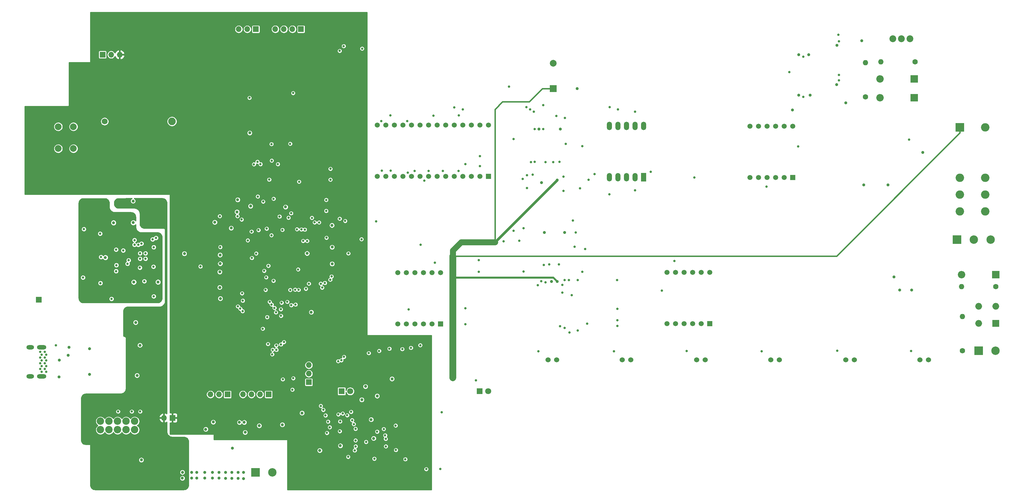
<source format=gbr>
%TF.GenerationSoftware,KiCad,Pcbnew,5.1.10-88a1d61d58~88~ubuntu20.04.1*%
%TF.CreationDate,2021-06-07T10:07:20+07:00*%
%TF.ProjectId,Schema_and_PCB,53636865-6d61-45f6-916e-645f5043422e,v0.1*%
%TF.SameCoordinates,Original*%
%TF.FileFunction,Copper,L3,Inr*%
%TF.FilePolarity,Positive*%
%FSLAX46Y46*%
G04 Gerber Fmt 4.6, Leading zero omitted, Abs format (unit mm)*
G04 Created by KiCad (PCBNEW 5.1.10-88a1d61d58~88~ubuntu20.04.1) date 2021-06-07 10:07:20*
%MOMM*%
%LPD*%
G01*
G04 APERTURE LIST*
%TA.AperFunction,ComponentPad*%
%ADD10C,0.701000*%
%TD*%
%TA.AperFunction,ComponentPad*%
%ADD11O,2.800000X1.300000*%
%TD*%
%TA.AperFunction,ComponentPad*%
%ADD12O,2.300000X1.300000*%
%TD*%
%TA.AperFunction,ComponentPad*%
%ADD13C,2.250000*%
%TD*%
%TA.AperFunction,ComponentPad*%
%ADD14C,1.755000*%
%TD*%
%TA.AperFunction,ComponentPad*%
%ADD15R,1.700000X1.700000*%
%TD*%
%TA.AperFunction,ComponentPad*%
%ADD16C,1.524000*%
%TD*%
%TA.AperFunction,ComponentPad*%
%ADD17C,2.020000*%
%TD*%
%TA.AperFunction,ComponentPad*%
%ADD18O,2.500000X2.500000*%
%TD*%
%TA.AperFunction,ComponentPad*%
%ADD19R,2.500000X2.500000*%
%TD*%
%TA.AperFunction,ComponentPad*%
%ADD20O,2.200000X2.200000*%
%TD*%
%TA.AperFunction,ComponentPad*%
%ADD21R,2.200000X2.200000*%
%TD*%
%TA.AperFunction,ComponentPad*%
%ADD22O,1.600000X1.600000*%
%TD*%
%TA.AperFunction,ComponentPad*%
%ADD23C,1.600000*%
%TD*%
%TA.AperFunction,ComponentPad*%
%ADD24C,2.500000*%
%TD*%
%TA.AperFunction,ComponentPad*%
%ADD25C,1.800000*%
%TD*%
%TA.AperFunction,ComponentPad*%
%ADD26R,1.800000X1.800000*%
%TD*%
%TA.AperFunction,ComponentPad*%
%ADD27C,1.500000*%
%TD*%
%TA.AperFunction,ComponentPad*%
%ADD28R,1.500000X1.500000*%
%TD*%
%TA.AperFunction,ComponentPad*%
%ADD29R,1.524000X2.524000*%
%TD*%
%TA.AperFunction,ComponentPad*%
%ADD30O,1.524000X2.524000*%
%TD*%
%TA.AperFunction,ComponentPad*%
%ADD31O,1.700000X1.700000*%
%TD*%
%TA.AperFunction,ComponentPad*%
%ADD32C,2.200000*%
%TD*%
%TA.AperFunction,ComponentPad*%
%ADD33C,2.000000*%
%TD*%
%TA.AperFunction,ComponentPad*%
%ADD34R,2.000000X2.000000*%
%TD*%
%TA.AperFunction,ComponentPad*%
%ADD35O,2.000000X2.000000*%
%TD*%
%TA.AperFunction,ViaPad*%
%ADD36C,0.900000*%
%TD*%
%TA.AperFunction,ViaPad*%
%ADD37C,0.700000*%
%TD*%
%TA.AperFunction,ViaPad*%
%ADD38C,0.901000*%
%TD*%
%TA.AperFunction,ViaPad*%
%ADD39C,0.701000*%
%TD*%
%TA.AperFunction,Conductor*%
%ADD40C,2.000000*%
%TD*%
%TA.AperFunction,Conductor*%
%ADD41C,0.600000*%
%TD*%
%TA.AperFunction,Conductor*%
%ADD42C,0.800000*%
%TD*%
%TA.AperFunction,Conductor*%
%ADD43C,0.400000*%
%TD*%
%TA.AperFunction,Conductor*%
%ADD44C,1.800000*%
%TD*%
%TA.AperFunction,Conductor*%
%ADD45C,0.254000*%
%TD*%
%TA.AperFunction,Conductor*%
%ADD46C,0.100000*%
%TD*%
G04 APERTURE END LIST*
D10*
%TO.N,/USB/USB_GND*%
%TO.C,J1*%
X69787200Y-172768000D03*
%TO.N,/USB/USB_VBUS*%
X70237200Y-173618000D03*
%TO.N,Net-(J1-PadA5)*%
X69787200Y-174468000D03*
%TO.N,/USB/USB_D_P*%
X70237200Y-175318000D03*
%TO.N,/USB/USB_D_N*%
X69787200Y-176168000D03*
%TO.N,Net-(J1-PadA8)*%
X70237200Y-177018000D03*
%TO.N,/USB/USB_VBUS*%
X69787200Y-177868000D03*
%TO.N,/USB/USB_GND*%
X70237200Y-178718000D03*
X68887200Y-178718000D03*
%TO.N,/USB/USB_VBUS*%
X68437200Y-177868000D03*
%TO.N,Net-(J1-PadB5)*%
X68887200Y-177018000D03*
%TO.N,/USB/USB_D_P*%
X68437200Y-176168000D03*
%TO.N,/USB/USB_D_N*%
X68887200Y-175318000D03*
%TO.N,Net-(J1-PadB8)*%
X68437200Y-174468000D03*
%TO.N,/USB/USB_VBUS*%
X68887200Y-173618000D03*
%TO.N,/USB/USB_GND*%
X68437200Y-172768000D03*
D11*
X68907200Y-171418000D03*
X68907200Y-180068000D03*
D12*
X65527200Y-180068000D03*
X65527200Y-171418000D03*
%TD*%
D13*
%TO.N,Net-(BT1-Pad1)*%
%TO.C,BT1*%
X107574100Y-104279700D03*
D14*
%TO.N,GNDREF*%
X87574100Y-104279700D03*
%TD*%
D15*
%TO.N,GNDS*%
%TO.C,J12*%
X67995800Y-157290000D03*
%TD*%
D16*
%TO.N,GNDREF*%
%TO.C,SW1*%
X332207000Y-175115000D03*
%TO.N,Net-(R80-Pad2)*%
X329667000Y-175095000D03*
%TD*%
%TO.N,GNDREF*%
%TO.C,SW2*%
X310172000Y-175115000D03*
%TO.N,Net-(R81-Pad2)*%
X307632000Y-175095000D03*
%TD*%
%TO.N,GNDREF*%
%TO.C,SW3*%
X287947000Y-175115000D03*
%TO.N,Net-(R82-Pad2)*%
X285407000Y-175095000D03*
%TD*%
%TO.N,GNDREF*%
%TO.C,SW4*%
X265874000Y-175115000D03*
%TO.N,Net-(R83-Pad2)*%
X263334000Y-175095000D03*
%TD*%
%TO.N,GNDREF*%
%TO.C,SW5*%
X243802000Y-175115000D03*
%TO.N,Net-(R84-Pad2)*%
X241262000Y-175095000D03*
%TD*%
%TO.N,GNDREF*%
%TO.C,SW6*%
X221793000Y-175115000D03*
%TO.N,Net-(R85-Pad2)*%
X219253000Y-175095000D03*
%TD*%
D17*
%TO.N,/Digital_IO_analog_Inputs/COM_ENCODER*%
%TO.C,J9*%
X321564000Y-79756000D03*
%TO.N,/Digital_IO_analog_Inputs/ENCODER_IN_B*%
X324104000Y-79756000D03*
%TO.N,/Digital_IO_analog_Inputs/ENCODER_IN_A*%
X326644000Y-79756000D03*
%TD*%
D18*
%TO.N,Net-(D8-Pad2)*%
%TO.C,RL1*%
X349003000Y-106045000D03*
%TO.N,Net-(J7-Pad3)*%
X349003000Y-121045000D03*
%TO.N,Net-(J7-Pad1)*%
X349003000Y-126045000D03*
%TO.N,Net-(J7-Pad2)*%
X349003000Y-131045000D03*
X341503000Y-131045000D03*
%TO.N,Net-(J7-Pad1)*%
X341503000Y-126045000D03*
%TO.N,Net-(J7-Pad3)*%
X341503000Y-121045000D03*
D19*
%TO.N,+5V*%
X341503000Y-106045000D03*
%TD*%
D20*
%TO.N,Net-(C54-Pad2)*%
%TO.C,D5*%
X341985600Y-149860000D03*
D21*
%TO.N,Net-(C54-Pad1)*%
X352145600Y-149860000D03*
%TD*%
D20*
%TO.N,/Digital_IO_analog_Inputs/COM_ENCODER*%
%TO.C,D11*%
X317754000Y-97282000D03*
D21*
%TO.N,/Digital_IO_analog_Inputs/ENCODER_IN_A*%
X327914000Y-97282000D03*
%TD*%
D20*
%TO.N,/Digital_IO_analog_Inputs/COM_ENCODER*%
%TO.C,D12*%
X317754000Y-91694000D03*
D21*
%TO.N,/Digital_IO_analog_Inputs/ENCODER_IN_B*%
X327914000Y-91694000D03*
%TD*%
D22*
%TO.N,Net-(D4-Pad3)*%
%TO.C,R23*%
X342239600Y-162306000D03*
D23*
%TO.N,/Digital_IO_analog_Inputs/220V_Phase*%
X342239600Y-172466000D03*
%TD*%
D22*
%TO.N,Net-(C54-Pad2)*%
%TO.C,R27*%
X341985600Y-153416000D03*
D23*
%TO.N,Net-(C54-Pad1)*%
X352145600Y-153416000D03*
%TD*%
D22*
%TO.N,/Digital_IO_analog_Inputs/COM_ENCODER*%
%TO.C,R57*%
X313436000Y-86868000D03*
D23*
%TO.N,/Digital_IO_analog_Inputs/ENCODER_IN_A*%
X313436000Y-97028000D03*
%TD*%
D22*
%TO.N,/Digital_IO_analog_Inputs/COM_ENCODER*%
%TO.C,R61*%
X318008000Y-86614000D03*
D23*
%TO.N,/Digital_IO_analog_Inputs/ENCODER_IN_B*%
X328168000Y-86614000D03*
%TD*%
D24*
%TO.N,+5V*%
%TO.C,J2*%
X137410000Y-208610000D03*
D19*
%TO.N,GNDREF*%
X132410000Y-208610000D03*
%TD*%
D24*
%TO.N,/Digital_IO_analog_Inputs/LEVEL_SWITCH_AC*%
%TO.C,J5*%
X352065600Y-172466000D03*
D19*
%TO.N,/Digital_IO_analog_Inputs/220V_Phase*%
X347065600Y-172466000D03*
%TD*%
D25*
%TO.N,Net-(D1-Pad2)*%
%TO.C,D1*%
X201498000Y-184490000D03*
D26*
%TO.N,Net-(D1-Pad1)*%
X198958000Y-184490000D03*
%TD*%
D25*
%TO.N,Net-(D2-Pad2)*%
%TO.C,D2*%
X160490000Y-184464000D03*
D26*
%TO.N,Net-(D2-Pad1)*%
X157950000Y-184464000D03*
%TD*%
D27*
%TO.N,/Indicator/1C3*%
%TO.C,U2*%
X187300000Y-149187000D03*
%TO.N,/Indicator/A1*%
X184760000Y-149187000D03*
%TO.N,/Indicator/F1*%
X182220000Y-149187000D03*
%TO.N,/Indicator/1C2*%
X179680000Y-149187000D03*
%TO.N,/Indicator/1C1*%
X177140000Y-149187000D03*
%TO.N,/Indicator/B1*%
X174600000Y-149187000D03*
%TO.N,/Indicator/1C0*%
X174600000Y-164427000D03*
%TO.N,/Indicator/G1*%
X177140000Y-164427000D03*
%TO.N,/Indicator/C1*%
X179680000Y-164427000D03*
%TO.N,/Indicator/DP1*%
X182220000Y-164427000D03*
%TO.N,/Indicator/D1*%
X184760000Y-164427000D03*
D28*
%TO.N,/Indicator/E1*%
X187300000Y-164427000D03*
%TD*%
D27*
%TO.N,/Indicator/1C7*%
%TO.C,U1*%
X267259000Y-149123000D03*
%TO.N,/Indicator/A1*%
X264719000Y-149123000D03*
%TO.N,/Indicator/F1*%
X262179000Y-149123000D03*
%TO.N,/Indicator/1C6*%
X259639000Y-149123000D03*
%TO.N,/Indicator/1C5*%
X257099000Y-149123000D03*
%TO.N,/Indicator/B1*%
X254559000Y-149123000D03*
%TO.N,/Indicator/1C4*%
X254559000Y-164363000D03*
%TO.N,/Indicator/G1*%
X257099000Y-164363000D03*
%TO.N,/Indicator/C1*%
X259639000Y-164363000D03*
%TO.N,/Indicator/DP1*%
X262179000Y-164363000D03*
%TO.N,/Indicator/D1*%
X264719000Y-164363000D03*
D28*
%TO.N,/Indicator/E1*%
X267259000Y-164363000D03*
%TD*%
D27*
%TO.N,/Indicator/2C7*%
%TO.C,U7*%
X291879000Y-105702000D03*
%TO.N,/Indicator/A2*%
X289339000Y-105702000D03*
%TO.N,/Indicator/F2*%
X286799000Y-105702000D03*
%TO.N,/Indicator/2C6*%
X284259000Y-105702000D03*
%TO.N,/Indicator/2C5*%
X281719000Y-105702000D03*
%TO.N,/Indicator/B2*%
X279179000Y-105702000D03*
%TO.N,/Indicator/2C4*%
X279179000Y-120942000D03*
%TO.N,/Indicator/G2*%
X281719000Y-120942000D03*
%TO.N,/Indicator/C2*%
X284259000Y-120942000D03*
%TO.N,/Indicator/DP2*%
X286799000Y-120942000D03*
%TO.N,/Indicator/D2*%
X289339000Y-120942000D03*
D28*
%TO.N,/Indicator/E2*%
X291879000Y-120942000D03*
%TD*%
D29*
%TO.N,/Indicator/E2*%
%TO.C,U5*%
X247637000Y-120840000D03*
D30*
%TO.N,/Indicator/D2*%
X245097000Y-120840000D03*
%TO.N,/Indicator/2C3*%
X242557000Y-120840000D03*
%TO.N,/Indicator/C2*%
X240017000Y-120840000D03*
%TO.N,/Indicator/DP2*%
X237477000Y-120840000D03*
%TO.N,/Indicator/B2*%
X237477000Y-105600000D03*
%TO.N,/Indicator/A2*%
X240017000Y-105600000D03*
%TO.N,/Indicator/2C3*%
X242557000Y-105600000D03*
%TO.N,/Indicator/F2*%
X245097000Y-105600000D03*
%TO.N,/Indicator/G2*%
X247637000Y-105600000D03*
%TD*%
D27*
%TO.N,/Indicator/B2*%
%TO.C,U4*%
X168548000Y-105397000D03*
%TO.N,/Indicator/DP2*%
X168548000Y-120637000D03*
%TO.N,/Indicator/A2*%
X171088000Y-105397000D03*
%TO.N,/Indicator/C2*%
X171088000Y-120637000D03*
%TO.N,/Indicator/G2*%
X173628000Y-120637000D03*
%TO.N,/Indicator/F2*%
X173628000Y-105397000D03*
%TO.N,/Indicator/D2*%
X176168000Y-120637000D03*
%TO.N,/Indicator/2C0*%
X176168000Y-105397000D03*
%TO.N,/Indicator/2C1*%
X178708000Y-105397000D03*
%TO.N,/Indicator/E2*%
X178708000Y-120637000D03*
%TO.N,/Indicator/G2*%
X201568000Y-105397000D03*
%TO.N,/Indicator/F2*%
X199028000Y-105397000D03*
%TO.N,/Indicator/2C2*%
X196488000Y-105397000D03*
%TO.N,/Indicator/A2*%
X193948000Y-105397000D03*
%TO.N,/Indicator/B2*%
X191408000Y-105397000D03*
%TO.N,/Indicator/F2*%
X188868000Y-105397000D03*
%TO.N,/Indicator/G2*%
X186328000Y-105397000D03*
%TO.N,/Indicator/A2*%
X183788000Y-105397000D03*
%TO.N,/Indicator/B2*%
X181248000Y-105397000D03*
%TO.N,/Indicator/DP2*%
X181248000Y-120637000D03*
%TO.N,/Indicator/C2*%
X183788000Y-120637000D03*
%TO.N,/Indicator/D2*%
X186328000Y-120637000D03*
%TO.N,/Indicator/E2*%
X188868000Y-120637000D03*
%TO.N,/Indicator/DP2*%
X191408000Y-120637000D03*
%TO.N,/Indicator/C2*%
X193948000Y-120637000D03*
%TO.N,/Indicator/2C2*%
X196488000Y-120637000D03*
%TO.N,/Indicator/D2*%
X199028000Y-120637000D03*
D28*
%TO.N,/Indicator/E2*%
X201568000Y-120637000D03*
%TD*%
D31*
%TO.N,VDD_PER*%
%TO.C,JP2*%
X105181400Y-192379600D03*
D15*
%TO.N,VDD_MCU*%
X107721400Y-192379600D03*
%TD*%
D32*
%TO.N,/Digital_IO_analog_Inputs/A_CH3_FAULT*%
%TO.C,J3*%
X86334600Y-193370200D03*
%TO.N,/Digital_IO_analog_Inputs/A_CH2_FAULT*%
X86334600Y-195910200D03*
%TO.N,/Digital_IO_analog_Inputs/A_CH1_FAULT*%
X88874600Y-193370200D03*
%TO.N,GNDREF*%
X88874600Y-195910200D03*
%TO.N,/Digital_IO_analog_Inputs/ADC3_P*%
X91414600Y-193370200D03*
%TO.N,GNDREF*%
X91414600Y-195910200D03*
%TO.N,/Digital_IO_analog_Inputs/ADC2_P*%
X93954600Y-193370200D03*
%TO.N,GNDREF*%
X93954600Y-195910200D03*
%TO.N,/Digital_IO_analog_Inputs/ADC1_P*%
X96494600Y-193370200D03*
%TO.N,GNDREF*%
X96494600Y-195910200D03*
%TD*%
D33*
%TO.N,NRST*%
%TO.C,SW7*%
X78295500Y-112341800D03*
%TO.N,GNDREF*%
X73795500Y-112341800D03*
%TO.N,NRST*%
X78295500Y-105841800D03*
%TO.N,GNDREF*%
X73795500Y-105841800D03*
%TD*%
D31*
%TO.N,VDD_MCU*%
%TO.C,JP3*%
X92049600Y-84442300D03*
%TO.N,Net-(JP3-Pad2)*%
X89509600Y-84442300D03*
D15*
%TO.N,GNDREF*%
X86969600Y-84442300D03*
%TD*%
D31*
%TO.N,/Microcontroller/SWO*%
%TO.C,J16*%
X128625600Y-185394600D03*
%TO.N,/Microcontroller/SWDIO*%
X131165600Y-185394600D03*
%TO.N,/Microcontroller/SWCLK*%
X133705600Y-185394600D03*
D15*
%TO.N,GNDREF*%
X136245600Y-185394600D03*
%TD*%
D31*
%TO.N,/Microcontroller/SPI4_MOSI*%
%TO.C,J17*%
X138252200Y-76860400D03*
%TO.N,/Microcontroller/SPI4_MISO*%
X140792200Y-76860400D03*
%TO.N,/Microcontroller/SPI4_NSS*%
X143332200Y-76860400D03*
D15*
%TO.N,/Microcontroller/SPI4_SCK*%
X145872200Y-76860400D03*
%TD*%
D31*
%TO.N,GNDREF*%
%TO.C,J13*%
X127381000Y-76873100D03*
%TO.N,/Microcontroller/I2C2_SCL*%
X129921000Y-76873100D03*
D15*
%TO.N,/Microcontroller/I2C2_SDA*%
X132461000Y-76873100D03*
%TD*%
D31*
%TO.N,/Microcontroller/BOOT0_RX*%
%TO.C,J14*%
X148196300Y-176695100D03*
%TO.N,/Microcontroller/BOOT0_TX*%
X148196300Y-179235100D03*
D15*
%TO.N,GNDREF*%
X148196300Y-181775100D03*
%TD*%
D31*
%TO.N,/Microcontroller/USART2_RX*%
%TO.C,J15*%
X118986300Y-185407300D03*
%TO.N,/Microcontroller/USART2_TX*%
X121526300Y-185407300D03*
D15*
%TO.N,GNDREF*%
X124066300Y-185407300D03*
%TD*%
D34*
%TO.N,/Digital_IO_analog_Inputs/LEVEL_SWITCH_AC*%
%TO.C,D4*%
X352145600Y-164338000D03*
D35*
%TO.N,Net-(D4-Pad3)*%
X347065600Y-159258000D03*
%TO.N,Net-(C54-Pad1)*%
X352145600Y-159258000D03*
%TO.N,Net-(C54-Pad2)*%
X347065600Y-164338000D03*
%TD*%
D33*
%TO.N,Net-(LS1-Pad2)*%
%TO.C,LS1*%
X220726000Y-86964200D03*
D34*
%TO.N,+5V*%
X220726000Y-94564200D03*
%TD*%
D19*
%TO.N,Net-(J7-Pad1)*%
%TO.C,J7*%
X340614000Y-139446000D03*
D24*
%TO.N,Net-(J7-Pad2)*%
X345614000Y-139446000D03*
%TO.N,Net-(J7-Pad3)*%
X350614000Y-139446000D03*
%TD*%
D36*
%TO.N,GNDREF*%
X127574040Y-193697860D03*
D37*
X98107500Y-143471900D03*
X99707500Y-143471900D03*
X98107500Y-145071900D03*
X99707500Y-145071900D03*
D38*
X90220800Y-134378700D03*
D39*
X102158800Y-156248100D03*
D38*
X103428800Y-152006300D03*
X111252000Y-143548100D03*
D36*
X97205800Y-179781200D03*
X98069400Y-170789600D03*
X96774000Y-164033200D03*
D38*
X96012000Y-127939800D03*
X96088200Y-134366000D03*
X96240600Y-152044400D03*
D37*
X147320000Y-154000200D03*
X133832600Y-116967000D03*
X138988800Y-116967000D03*
D36*
X155117800Y-146608800D03*
X148910000Y-160957300D03*
X121920000Y-156921200D03*
X121767600Y-153593800D03*
D38*
X121767600Y-148996400D03*
X121843800Y-143967200D03*
D37*
X121894600Y-141605000D03*
D38*
X121894600Y-146532600D03*
D37*
X187198000Y-207594200D03*
X183057800Y-207594200D03*
X176834800Y-204673200D03*
X174040800Y-201904600D03*
D36*
X168503600Y-185877200D03*
X165023800Y-183032400D03*
X166700200Y-192887600D03*
X157556200Y-200634600D03*
D37*
X173964600Y-194665600D03*
X162077400Y-199059800D03*
D36*
X167436800Y-198475600D03*
X172897800Y-180797200D03*
X151434800Y-202057000D03*
X133477000Y-194691000D03*
X129286000Y-196672200D03*
X125501400Y-201422000D03*
X98473260Y-204866240D03*
X140335000Y-194411600D03*
D38*
X126873000Y-131165600D03*
D36*
X127076200Y-127558800D03*
D37*
X134645400Y-128092200D03*
X137185400Y-115925600D03*
X130581400Y-97256600D03*
D36*
X130657300Y-107696300D03*
D37*
X153365200Y-127609600D03*
X153365200Y-130860800D03*
X216357200Y-172618400D03*
X238810800Y-172618400D03*
X260350000Y-172516800D03*
X305054000Y-172466000D03*
X326999600Y-172516800D03*
X282651200Y-172567600D03*
D36*
X330504800Y-113487200D03*
D38*
X296621200Y-84480400D03*
X297027600Y-96469200D03*
D36*
X320192400Y-123190000D03*
X323646800Y-154381200D03*
X327202800Y-154381200D03*
X224180400Y-137261600D03*
D37*
X187655200Y-190677800D03*
D36*
X227863400Y-94564200D03*
D37*
X207645000Y-93903800D03*
D36*
X222885000Y-106527600D03*
X216535000Y-106527600D03*
X217297000Y-122453400D03*
D37*
X154609800Y-121589800D03*
X154609800Y-118364000D03*
X137096500Y-138099800D03*
X140347700Y-136512300D03*
D36*
X155117800Y-141630400D03*
X147688300Y-143484600D03*
X130898900Y-129425700D03*
D38*
X120281700Y-134239000D03*
D37*
X159943800Y-143484600D03*
X86296500Y-152323800D03*
X167652700Y-204508100D03*
X194716400Y-159804100D03*
X168211500Y-133997700D03*
X181356000Y-140944600D03*
X194665600Y-164541200D03*
X169753280Y-104195880D03*
X221665800Y-102641400D03*
X169875200Y-118922800D03*
X172466000Y-118922800D03*
X177558700Y-119519700D03*
X179578000Y-118960900D03*
X182537100Y-121869200D03*
X183794400Y-118960900D03*
X187998100Y-118960900D03*
X192697100Y-118986300D03*
X262712200Y-120916700D03*
X233057700Y-119900700D03*
X136436100Y-121551700D03*
X137109200Y-111023400D03*
X239788700Y-159943800D03*
X239763300Y-151396700D03*
X198653400Y-148945600D03*
X198628000Y-145529300D03*
X206019400Y-139928600D03*
X185661300Y-146304000D03*
X256743200Y-145796000D03*
D36*
X128778200Y-208610000D03*
X123507700Y-208610000D03*
X121564600Y-208610000D03*
X119583400Y-208610000D03*
X113385600Y-208600040D03*
X114947900Y-208610000D03*
X117322800Y-208610000D03*
X110647480Y-210291680D03*
X110668000Y-208559200D03*
D37*
X137706100Y-151638000D03*
X145288000Y-122199400D03*
X95631000Y-190474600D03*
X98107500Y-190474600D03*
X91567000Y-190474600D03*
X131191000Y-137020300D03*
X145008600Y-148272500D03*
X96443800Y-139534900D03*
X102057200Y-147459700D03*
X102171500Y-141655800D03*
X159880300Y-203962000D03*
X197802500Y-181229000D03*
D36*
X125387300Y-208610000D03*
X127190700Y-208610000D03*
X129024380Y-193697860D03*
X146176800Y-190932000D03*
D37*
X157378400Y-196342000D03*
D38*
X125145800Y-135966200D03*
D37*
X81125060Y-150655020D03*
X81419700Y-136298940D03*
X156903420Y-175541940D03*
X161836100Y-202049380D03*
X177822860Y-160149540D03*
X135356600Y-154335480D03*
X135839200Y-162433000D03*
X133045200Y-126593600D03*
D36*
X141274800Y-129692400D03*
D37*
X143535400Y-95834200D03*
D36*
X155067000Y-135153400D03*
D37*
X172389800Y-102463600D03*
X185166000Y-102616000D03*
X192760600Y-102514400D03*
X231292400Y-121615200D03*
X284073600Y-123698000D03*
D38*
X293649400Y-84429600D03*
D36*
X218109800Y-137287000D03*
X220218000Y-151866600D03*
D37*
X239801400Y-163398200D03*
X239776000Y-165074600D03*
X89598500Y-157010100D03*
D36*
X87795100Y-144703800D03*
D37*
X99364800Y-151752300D03*
X217944700Y-146913600D03*
X137744200Y-127266700D03*
D38*
X293624000Y-96469200D03*
D39*
X177388520Y-104188260D03*
X139938760Y-162039300D03*
D38*
X113388140Y-210284060D03*
X114945160Y-210284060D03*
X117307360Y-210312000D03*
X119613680Y-210294220D03*
X121577100Y-210301840D03*
X123497340Y-210337400D03*
X125389640Y-210337400D03*
X127213360Y-210365340D03*
X128790700Y-210400900D03*
X117586760Y-195755260D03*
X119827040Y-193634360D03*
D39*
X140482320Y-180908960D03*
X143309340Y-184000140D03*
X143570960Y-180581300D03*
X134523480Y-165887400D03*
D36*
%TO.N,+5V*%
X221945200Y-151866600D03*
X190958601Y-180465599D03*
X221970600Y-121691400D03*
D37*
X220751400Y-116408200D03*
X222453200Y-146761200D03*
D36*
X190957200Y-177723800D03*
X190957873Y-179043927D03*
%TO.N,VDD_PER*%
X104521000Y-170459400D03*
D38*
X92405200Y-127914400D03*
D36*
X106349600Y-204267000D03*
X108584800Y-204267000D03*
D38*
X107462320Y-202813920D03*
D36*
X102235000Y-205486000D03*
X102209600Y-202920600D03*
D39*
X107462320Y-201378820D03*
D38*
X104368600Y-198600060D03*
X103583740Y-199867520D03*
X104376220Y-201074020D03*
X102712520Y-198600060D03*
X102608380Y-200941940D03*
X100002340Y-208554320D03*
X101480620Y-208574640D03*
X104366060Y-207126840D03*
X104355900Y-208848960D03*
X104366060Y-210571080D03*
X102913180Y-210571080D03*
X101460300Y-210571080D03*
X100007420Y-210571080D03*
X102918260Y-208584800D03*
%TO.N,VDD_MCU*%
X112179100Y-144665700D03*
D37*
X110921800Y-148691600D03*
D39*
X108991400Y-134213600D03*
D36*
X153365200Y-146608800D03*
X148907500Y-159207200D03*
X126060200Y-156921200D03*
X124968000Y-150317200D03*
X161696400Y-206298800D03*
X151409400Y-200355200D03*
D39*
X133779260Y-192455800D03*
D36*
X134992600Y-193505600D03*
D39*
X136110200Y-194623200D03*
D36*
X134983220Y-194708780D03*
X128701800Y-123926600D03*
X138582400Y-112699800D03*
D37*
X128854200Y-97231200D03*
D36*
X128930400Y-107670600D03*
D37*
X151257000Y-133197600D03*
X169062400Y-179298600D03*
X181317900Y-179171600D03*
D36*
X153390600Y-141605000D03*
X135006080Y-192369440D03*
D37*
X157581600Y-195389500D03*
D38*
X125755400Y-138722100D03*
D37*
X148564600Y-118338600D03*
X148564600Y-121666000D03*
X134475759Y-132474239D03*
X142547340Y-160213040D03*
D36*
X139852400Y-129667000D03*
D37*
X143535400Y-94107000D03*
X153390600Y-135178800D03*
D38*
X124975620Y-145270220D03*
D39*
X134510780Y-159311340D03*
D38*
X152745440Y-207738980D03*
X122049540Y-189313820D03*
X123591320Y-189313820D03*
X125222000Y-189313820D03*
X121671080Y-195803520D03*
X123418600Y-195803520D03*
X125222000Y-195826380D03*
X125234700Y-197647560D03*
X123380500Y-197634860D03*
X121671080Y-197634860D03*
X134983220Y-195953380D03*
X132425440Y-197190360D03*
X134084060Y-197190360D03*
D37*
%TO.N,/Buttons/Button_Plus*%
X165989000Y-173113700D03*
X137312400Y-173507400D03*
X136575800Y-157904180D03*
%TO.N,/Buttons/Button_Minus*%
X169059860Y-172473300D03*
X137144760Y-158689040D03*
D39*
X137464800Y-172130720D03*
D37*
%TO.N,/Buttons/Button_Emh*%
X181282340Y-170793380D03*
X140807440Y-169834560D03*
X140103860Y-158150560D03*
%TO.N,/Buttons/Button_Clock*%
X178513740Y-171568390D03*
X139915900Y-170548540D03*
X139878599Y-160103820D03*
%TO.N,/Buttons/Button_pH*%
X175953059Y-171928121D03*
X138444760Y-161010600D03*
D39*
X138526520Y-170845480D03*
D37*
%TO.N,/Buttons/Button_Func*%
X172118020Y-171823300D03*
X138559540Y-172161200D03*
D39*
X137990580Y-159687260D03*
D37*
%TO.N,/LAN/RD_P*%
X90967560Y-142384780D03*
D39*
X94376240Y-146573240D03*
D37*
%TO.N,/LAN/TD_N*%
X86512400Y-144564100D03*
X90957400Y-148767800D03*
D39*
X91033600Y-146992340D03*
D37*
%TO.N,/LAN/RD_N*%
X93064900Y-142623540D03*
D39*
X94678500Y-145539460D03*
D37*
%TO.N,Net-(J4-Pad1)*%
X162077400Y-195630800D03*
D39*
X170446700Y-195689220D03*
D37*
%TO.N,Net-(J4-Pad2)*%
X170855640Y-197563740D03*
D39*
X165209220Y-199524620D03*
D37*
%TO.N,Net-(J4-Pad3)*%
X171043600Y-198602600D03*
D39*
X168483280Y-196466460D03*
D37*
%TO.N,Net-(J4-Pad5)*%
X162102800Y-200837800D03*
X171069000Y-200837800D03*
%TO.N,Net-(J11-Pad10)*%
X86207600Y-137629900D03*
X98032600Y-147739600D03*
%TO.N,/Microcontroller/I2C2_SCL*%
X142176500Y-132892800D03*
%TO.N,/Microcontroller/I2C2_SDA*%
X142951200Y-131546600D03*
%TO.N,/Microcontroller/BOOT0_TX*%
X144129760Y-154277060D03*
%TO.N,/Microcontroller/BOOT0_RX*%
X145158460Y-154325320D03*
%TO.N,/Microcontroller/USART2_RX*%
X134929880Y-148656040D03*
%TO.N,/Microcontroller/USART2_TX*%
X135528598Y-150596600D03*
%TO.N,/Microcontroller/SWO*%
X136061399Y-170412359D03*
X136184640Y-147190460D03*
D39*
%TO.N,/Microcontroller/SPI4_MOSI*%
X144668240Y-136321800D03*
%TO.N,/Microcontroller/SPI4_MISO*%
X145989040Y-136367520D03*
D37*
%TO.N,/Microcontroller/SPI4_NSS*%
X147015200Y-136431020D03*
%TO.N,/Microcontroller/SPI4_SCK*%
X149098000Y-132943600D03*
%TO.N,Net-(BT1-Pad1)*%
X157353000Y-133197600D03*
X157353000Y-83302400D03*
%TO.N,/Indicator/WEST_SKIP_LED*%
X151231600Y-134289800D03*
X158635700Y-174241460D03*
%TO.N,/Indicator/EAST_SKIP_LED*%
X149936200Y-134277100D03*
X157850840Y-175242220D03*
%TO.N,Net-(R6-Pad2)*%
X219583000Y-146761200D03*
%TO.N,Net-(R8-Pad2)*%
X218465400Y-116382800D03*
%TO.N,/MCU_Power_supply_clocking/BOOT0*%
X164007001Y-82652399D03*
X163830000Y-139293600D03*
%TO.N,/Storage_and_memory/QUADPSI_BK1_IO3*%
X139496800Y-132537200D03*
X132943600Y-116255800D03*
%TO.N,/Storage_and_memory/QUADPSI_BK1_IO0*%
X131902200Y-117017800D03*
X135681720Y-136141460D03*
%TO.N,Net-(R56-Pad2)*%
X305587400Y-92036900D03*
%TO.N,Net-(R60-Pad2)*%
X305562000Y-80505300D03*
%TO.N,/LAN/RMII_MDIO*%
X128244600Y-133426200D03*
X102834440Y-138904980D03*
%TO.N,/LAN/RMII_REF_CLK*%
X127000000Y-132435600D03*
X121767600Y-132435600D03*
%TO.N,/Indicator/SPI6_MOSI*%
X227495100Y-137248900D03*
D39*
X226641660Y-133720840D03*
D37*
%TO.N,/Indicator/SPI6_CS*%
X208991200Y-109556400D03*
X210667600Y-139776200D03*
X208991200Y-136804400D03*
%TO.N,/Indicator/SPI6_SCK*%
X211683600Y-121361200D03*
X211963000Y-148920200D03*
X211983599Y-135986799D03*
%TO.N,Net-(TP4-Pad1)*%
X229438200Y-111658400D03*
X229440000Y-148998200D03*
%TO.N,/Indicator/E1*%
X224155000Y-151434800D03*
X224155000Y-165684200D03*
%TO.N,/Indicator/D1*%
X228067003Y-151395203D03*
X228071511Y-166413011D03*
%TO.N,/Indicator/DP1*%
X225425000Y-151460200D03*
X225552000Y-166979600D03*
%TO.N,/Indicator/C1*%
X223443800Y-152831800D03*
X223443800Y-155158200D03*
%TO.N,/Indicator/G1*%
X222783100Y-165113000D03*
X218465400Y-152095200D03*
%TO.N,/Indicator/1C4*%
X230225600Y-142163800D03*
X230861000Y-164363000D03*
%TO.N,/Indicator/B1*%
X217246200Y-151790400D03*
X216179400Y-152958800D03*
X252984000Y-154559000D03*
%TO.N,/Indicator/1C0*%
X227101400Y-141503400D03*
X226288600Y-155956000D03*
%TO.N,/Indicator/D2*%
X245084600Y-124739400D03*
X199034400Y-117558201D03*
X199034400Y-114604800D03*
%TO.N,/Indicator/C2*%
X223824800Y-120675400D03*
X222605600Y-116281200D03*
X223824800Y-124968000D03*
X194716400Y-116958201D03*
%TO.N,/Indicator/DP2*%
X237477300Y-125984000D03*
%TO.N,/Indicator/B2*%
X191414400Y-100127601D03*
X237490000Y-100061000D03*
X214680800Y-120091200D03*
X212799600Y-100077600D03*
%TO.N,/Indicator/A2*%
X193954400Y-100727600D03*
X214122000Y-116357400D03*
X240004600Y-100711000D03*
X213944200Y-100711000D03*
%TO.N,/Indicator/G2*%
X212979000Y-120243600D03*
D39*
X249732800Y-119240300D03*
D37*
X212979000Y-124103412D03*
%TO.N,/Indicator/F2*%
X245103799Y-101377601D03*
X215265000Y-116331199D03*
X215001961Y-101377601D03*
%TO.N,/Indicator/2C4*%
X224510600Y-110921800D03*
X228727000Y-124125410D03*
%TO.N,/Indicator/2C7*%
X217805000Y-106527600D03*
X217805000Y-99411000D03*
%TO.N,/Indicator/2C5*%
X224258722Y-103227722D03*
X215265000Y-106527600D03*
%TO.N,/LAN/RMII_TX_EN*%
X116027200Y-147370800D03*
X98501200Y-140589000D03*
%TO.N,/Microcontroller/SDMMC1_D2*%
X154406600Y-195168001D03*
X152146000Y-153670000D03*
%TO.N,/Microcontroller/SDMMC1_D3*%
X151744680Y-188815980D03*
X148209000Y-152501600D03*
%TO.N,/Microcontroller/SDMMC1_CK*%
X151726900Y-152501600D03*
X152488900Y-189979300D03*
%TO.N,/Microcontroller/SDMMC1_CMD*%
X156946600Y-191338200D03*
X152952410Y-152266610D03*
%TO.N,/Microcontroller/QUADSPI_BK1_NCS*%
X147701000Y-139801600D03*
X142646400Y-110921800D03*
%TO.N,/Microcontroller/SDMMC1_CKIN*%
X146507200Y-139776200D03*
X153578634Y-196839766D03*
%TO.N,/LAN/RMII_MDC*%
X101830035Y-139320435D03*
X130070034Y-139620434D03*
%TO.N,/LAN/RMII_TXD0*%
X97536000Y-140944600D03*
X128371600Y-155346400D03*
%TO.N,/LAN/RMII_TXD1*%
X96443800Y-140944600D03*
X128574800Y-157530800D03*
%TO.N,/Microcontroller/SDMMC1_D0*%
X153898600Y-193497200D03*
X142968082Y-158874687D03*
%TO.N,/Microcontroller/SDMMC1_D1*%
X153152400Y-191643000D03*
X144244060Y-158699200D03*
%TO.N,/Microcontroller/SD_CARD_INS*%
X154559000Y-151320500D03*
D39*
X159575500Y-191602360D03*
D37*
%TO.N,/Microcontroller/SD_CARD_CS*%
X160741360Y-190573660D03*
D39*
X154940000Y-150340060D03*
D37*
%TO.N,/Microcontroller/SDMMC1_CDIR*%
X153441400Y-138850000D03*
X158247080Y-191089280D03*
%TO.N,/Microcontroller/SDMMC1_D0DIR*%
X161544000Y-194233800D03*
D39*
X141792960Y-157881320D03*
D37*
%TO.N,/Microcontroller/SDMMC1_D123DIR*%
X161036000Y-193042540D03*
X157497780Y-193431160D03*
X142671800Y-154368500D03*
%TO.N,/Digital_IO_analog_Inputs/ADC1_P*%
X132562600Y-143522700D03*
%TO.N,/Digital_IO_analog_Inputs/ADC2_P*%
X131279900Y-144843500D03*
%TO.N,/Digital_IO_analog_Inputs/ADC3_P*%
X133261100Y-136555480D03*
%TO.N,/Digital_IO_analog_Inputs/A_CH2_FAULT*%
X127127000Y-159232600D03*
%TO.N,/Digital_IO_analog_Inputs/A_CH3_FAULT*%
X127838200Y-159918400D03*
%TO.N,/Digital_IO_analog_Inputs/SKIP_N_UNLOADED_REL*%
X326466200Y-109651800D03*
X293494700Y-111709200D03*
%TO.N,/Digital_IO_analog_Inputs/SKIP_N_UNLOADED_BEEPER*%
X158546800Y-81902300D03*
X158978600Y-133858000D03*
%TO.N,/Digital_IO_analog_Inputs/ENCODER_A*%
X295046400Y-97015300D03*
D38*
X291795200Y-100914200D03*
D37*
%TO.N,/Digital_IO_analog_Inputs/ENCODER_B*%
X295046400Y-85064600D03*
X290855400Y-89585800D03*
%TO.N,/Digital_IO_analog_Inputs/A_CH1_FAULT*%
X128524000Y-160655000D03*
D36*
%TO.N,Net-(C51-Pad1)*%
X163918900Y-186982100D03*
X312940700Y-123190000D03*
X321919600Y-150507700D03*
%TO.N,/USB/USB_GND*%
X76758800Y-173786800D03*
X74066400Y-180213000D03*
X83134200Y-171856400D03*
X83134200Y-179476400D03*
X76987400Y-171424600D03*
X74117200Y-175209200D03*
D39*
X73149460Y-170855640D03*
D37*
%TO.N,/LAN/LAN_PWR*%
X80975200Y-140741400D03*
X89535000Y-151968200D03*
X92354400Y-151968200D03*
X96558100Y-147751399D03*
X80810100Y-145910300D03*
%TO.N,/Digital_IO_analog_Inputs/ENCODER_IN_A*%
X305574700Y-90474800D03*
D38*
%TO.N,/Digital_IO_analog_Inputs/COM_ENCODER*%
X304952400Y-93319600D03*
D36*
X312407300Y-80302100D03*
D38*
X305003200Y-81686400D03*
X307594000Y-98755200D03*
D37*
%TO.N,/Digital_IO_analog_Inputs/ENCODER_IN_B*%
X305396900Y-78524100D03*
%TD*%
D40*
%TO.N,+5V*%
X190958601Y-149350599D02*
X190958601Y-144295999D01*
D41*
X191071599Y-150660199D02*
X190958601Y-150547201D01*
X220738799Y-150660199D02*
X191071599Y-150660199D01*
X221945200Y-151866600D02*
X220738799Y-150660199D01*
D40*
X190958601Y-150547201D02*
X190958601Y-149350599D01*
X190958601Y-180465599D02*
X190957873Y-179043927D01*
D42*
X203455401Y-140206599D02*
X221970600Y-121691400D01*
D43*
X217508197Y-94564200D02*
X213621997Y-98450400D01*
X220726000Y-94564200D02*
X217508197Y-94564200D01*
X213621997Y-98450400D02*
X205689200Y-98450400D01*
X203455401Y-100684199D02*
X203455401Y-140206599D01*
X205689200Y-98450400D02*
X203455401Y-100684199D01*
X304902001Y-144295999D02*
X190958601Y-144295999D01*
X341503000Y-107695000D02*
X304902001Y-144295999D01*
X341503000Y-106045000D02*
X341503000Y-107695000D01*
D44*
X190958601Y-144295999D02*
X190958601Y-142644999D01*
X193397001Y-140206599D02*
X203455401Y-140206599D01*
X190958601Y-142644999D02*
X193397001Y-140206599D01*
D40*
X190957200Y-177723800D02*
X190958601Y-150547201D01*
X190957861Y-179018539D02*
X190957200Y-177723800D01*
X190957873Y-179043927D02*
X190957861Y-179018539D01*
%TD*%
D45*
%TO.N,/LAN/LAN_PWR*%
X87779826Y-127195092D02*
X87989257Y-127245372D01*
X88188252Y-127327799D01*
X88371897Y-127440337D01*
X88535679Y-127580221D01*
X88675563Y-127744003D01*
X88788101Y-127927648D01*
X88870528Y-128126643D01*
X88920808Y-128336074D01*
X88938100Y-128555796D01*
X88938100Y-129691000D01*
X88938491Y-129700964D01*
X88956958Y-129935616D01*
X88960076Y-129955300D01*
X89015024Y-130184173D01*
X89021182Y-130203126D01*
X89111257Y-130420587D01*
X89120305Y-130438344D01*
X89243290Y-130639036D01*
X89255003Y-130655158D01*
X89407868Y-130834140D01*
X89421960Y-130848232D01*
X89600942Y-131001097D01*
X89617064Y-131012810D01*
X89817756Y-131135795D01*
X89835513Y-131144843D01*
X90052974Y-131234918D01*
X90071927Y-131241076D01*
X90300800Y-131296024D01*
X90320484Y-131299142D01*
X90555136Y-131317609D01*
X90565100Y-131318000D01*
X95408704Y-131318000D01*
X95628426Y-131335292D01*
X95837857Y-131385572D01*
X96036852Y-131467999D01*
X96220497Y-131580537D01*
X96384279Y-131720421D01*
X96524163Y-131884203D01*
X96636701Y-132067848D01*
X96719128Y-132266843D01*
X96769408Y-132476274D01*
X96786700Y-132695996D01*
X96786700Y-133831920D01*
X96769799Y-133806626D01*
X96647574Y-133684401D01*
X96503852Y-133588369D01*
X96344157Y-133522222D01*
X96174626Y-133488500D01*
X96001774Y-133488500D01*
X95832243Y-133522222D01*
X95672548Y-133588369D01*
X95528826Y-133684401D01*
X95406601Y-133806626D01*
X95310569Y-133950348D01*
X95244422Y-134110043D01*
X95210700Y-134279574D01*
X95210700Y-134452426D01*
X95244422Y-134621957D01*
X95310569Y-134781652D01*
X95406601Y-134925374D01*
X95528826Y-135047599D01*
X95672548Y-135143631D01*
X95832243Y-135209778D01*
X96001774Y-135243500D01*
X96174626Y-135243500D01*
X96344157Y-135209778D01*
X96503852Y-135143631D01*
X96647574Y-135047599D01*
X96769799Y-134925374D01*
X96786700Y-134900080D01*
X96786700Y-135647300D01*
X96787091Y-135657264D01*
X96805558Y-135891916D01*
X96808676Y-135911600D01*
X96863624Y-136140473D01*
X96869782Y-136159426D01*
X96959857Y-136376887D01*
X96968905Y-136394644D01*
X97091890Y-136595336D01*
X97103603Y-136611458D01*
X97256468Y-136790440D01*
X97270560Y-136804532D01*
X97449542Y-136957397D01*
X97465664Y-136969110D01*
X97666356Y-137092095D01*
X97684113Y-137101143D01*
X97901574Y-137191218D01*
X97920527Y-137197376D01*
X98149400Y-137252324D01*
X98169084Y-137255442D01*
X98403736Y-137273909D01*
X98413700Y-137274300D01*
X103206504Y-137274300D01*
X103426226Y-137291592D01*
X103635657Y-137341872D01*
X103834652Y-137424299D01*
X104018297Y-137536837D01*
X104182079Y-137676721D01*
X104321963Y-137840503D01*
X104434501Y-138024148D01*
X104516928Y-138223143D01*
X104567208Y-138432574D01*
X104584500Y-138652296D01*
X104584500Y-156775104D01*
X104567208Y-156994826D01*
X104516928Y-157204257D01*
X104434501Y-157403252D01*
X104321963Y-157586897D01*
X104182079Y-157750679D01*
X104018297Y-157890563D01*
X103834652Y-158003101D01*
X103635657Y-158085528D01*
X103426226Y-158135808D01*
X103206504Y-158153100D01*
X81299096Y-158153100D01*
X81079374Y-158135808D01*
X80869943Y-158085528D01*
X80670948Y-158003101D01*
X80487303Y-157890563D01*
X80323521Y-157750679D01*
X80183637Y-157586897D01*
X80071099Y-157403252D01*
X79988672Y-157204257D01*
X79938392Y-156994826D01*
X79933572Y-156933572D01*
X88821500Y-156933572D01*
X88821500Y-157086628D01*
X88851359Y-157236743D01*
X88909931Y-157378148D01*
X88994964Y-157505409D01*
X89103191Y-157613636D01*
X89230452Y-157698669D01*
X89371857Y-157757241D01*
X89521972Y-157787100D01*
X89675028Y-157787100D01*
X89825143Y-157757241D01*
X89966548Y-157698669D01*
X90093809Y-157613636D01*
X90202036Y-157505409D01*
X90287069Y-157378148D01*
X90345641Y-157236743D01*
X90375500Y-157086628D01*
X90375500Y-156933572D01*
X90345641Y-156783457D01*
X90287069Y-156642052D01*
X90202036Y-156514791D01*
X90093809Y-156406564D01*
X89966548Y-156321531D01*
X89825143Y-156262959D01*
X89675028Y-156233100D01*
X89521972Y-156233100D01*
X89371857Y-156262959D01*
X89230452Y-156321531D01*
X89103191Y-156406564D01*
X88994964Y-156514791D01*
X88909931Y-156642052D01*
X88851359Y-156783457D01*
X88821500Y-156933572D01*
X79933572Y-156933572D01*
X79921100Y-156775104D01*
X79921100Y-156171523D01*
X101381300Y-156171523D01*
X101381300Y-156324677D01*
X101411179Y-156474888D01*
X101469788Y-156616384D01*
X101554876Y-156743727D01*
X101663173Y-156852024D01*
X101790516Y-156937112D01*
X101932012Y-156995721D01*
X102082223Y-157025600D01*
X102235377Y-157025600D01*
X102385588Y-156995721D01*
X102527084Y-156937112D01*
X102654427Y-156852024D01*
X102762724Y-156743727D01*
X102847812Y-156616384D01*
X102906421Y-156474888D01*
X102936300Y-156324677D01*
X102936300Y-156171523D01*
X102906421Y-156021312D01*
X102847812Y-155879816D01*
X102762724Y-155752473D01*
X102654427Y-155644176D01*
X102527084Y-155559088D01*
X102385588Y-155500479D01*
X102235377Y-155470600D01*
X102082223Y-155470600D01*
X101932012Y-155500479D01*
X101790516Y-155559088D01*
X101663173Y-155644176D01*
X101554876Y-155752473D01*
X101469788Y-155879816D01*
X101411179Y-156021312D01*
X101381300Y-156171523D01*
X79921100Y-156171523D01*
X79921100Y-152247272D01*
X85519500Y-152247272D01*
X85519500Y-152400328D01*
X85549359Y-152550443D01*
X85607931Y-152691848D01*
X85692964Y-152819109D01*
X85801191Y-152927336D01*
X85928452Y-153012369D01*
X86069857Y-153070941D01*
X86219972Y-153100800D01*
X86373028Y-153100800D01*
X86523143Y-153070941D01*
X86664548Y-153012369D01*
X86791809Y-152927336D01*
X86900036Y-152819109D01*
X86985069Y-152691848D01*
X87043641Y-152550443D01*
X87073500Y-152400328D01*
X87073500Y-152247272D01*
X87043641Y-152097157D01*
X86985990Y-151957974D01*
X95363100Y-151957974D01*
X95363100Y-152130826D01*
X95396822Y-152300357D01*
X95462969Y-152460052D01*
X95559001Y-152603774D01*
X95681226Y-152725999D01*
X95824948Y-152822031D01*
X95984643Y-152888178D01*
X96154174Y-152921900D01*
X96327026Y-152921900D01*
X96496557Y-152888178D01*
X96656252Y-152822031D01*
X96799974Y-152725999D01*
X96922199Y-152603774D01*
X97018231Y-152460052D01*
X97084378Y-152300357D01*
X97118100Y-152130826D01*
X97118100Y-151957974D01*
X97084378Y-151788443D01*
X97037709Y-151675772D01*
X98587800Y-151675772D01*
X98587800Y-151828828D01*
X98617659Y-151978943D01*
X98676231Y-152120348D01*
X98761264Y-152247609D01*
X98869491Y-152355836D01*
X98996752Y-152440869D01*
X99138157Y-152499441D01*
X99288272Y-152529300D01*
X99441328Y-152529300D01*
X99591443Y-152499441D01*
X99732848Y-152440869D01*
X99860109Y-152355836D01*
X99968336Y-152247609D01*
X100053369Y-152120348D01*
X100111941Y-151978943D01*
X100123690Y-151919874D01*
X102551300Y-151919874D01*
X102551300Y-152092726D01*
X102585022Y-152262257D01*
X102651169Y-152421952D01*
X102747201Y-152565674D01*
X102869426Y-152687899D01*
X103013148Y-152783931D01*
X103172843Y-152850078D01*
X103342374Y-152883800D01*
X103515226Y-152883800D01*
X103684757Y-152850078D01*
X103844452Y-152783931D01*
X103988174Y-152687899D01*
X104110399Y-152565674D01*
X104206431Y-152421952D01*
X104272578Y-152262257D01*
X104306300Y-152092726D01*
X104306300Y-151919874D01*
X104272578Y-151750343D01*
X104206431Y-151590648D01*
X104110399Y-151446926D01*
X103988174Y-151324701D01*
X103844452Y-151228669D01*
X103684757Y-151162522D01*
X103515226Y-151128800D01*
X103342374Y-151128800D01*
X103172843Y-151162522D01*
X103013148Y-151228669D01*
X102869426Y-151324701D01*
X102747201Y-151446926D01*
X102651169Y-151590648D01*
X102585022Y-151750343D01*
X102551300Y-151919874D01*
X100123690Y-151919874D01*
X100141800Y-151828828D01*
X100141800Y-151675772D01*
X100111941Y-151525657D01*
X100053369Y-151384252D01*
X99968336Y-151256991D01*
X99860109Y-151148764D01*
X99732848Y-151063731D01*
X99591443Y-151005159D01*
X99441328Y-150975300D01*
X99288272Y-150975300D01*
X99138157Y-151005159D01*
X98996752Y-151063731D01*
X98869491Y-151148764D01*
X98761264Y-151256991D01*
X98676231Y-151384252D01*
X98617659Y-151525657D01*
X98587800Y-151675772D01*
X97037709Y-151675772D01*
X97018231Y-151628748D01*
X96922199Y-151485026D01*
X96799974Y-151362801D01*
X96656252Y-151266769D01*
X96496557Y-151200622D01*
X96327026Y-151166900D01*
X96154174Y-151166900D01*
X95984643Y-151200622D01*
X95824948Y-151266769D01*
X95681226Y-151362801D01*
X95559001Y-151485026D01*
X95462969Y-151628748D01*
X95396822Y-151788443D01*
X95363100Y-151957974D01*
X86985990Y-151957974D01*
X86985069Y-151955752D01*
X86900036Y-151828491D01*
X86791809Y-151720264D01*
X86664548Y-151635231D01*
X86523143Y-151576659D01*
X86373028Y-151546800D01*
X86219972Y-151546800D01*
X86069857Y-151576659D01*
X85928452Y-151635231D01*
X85801191Y-151720264D01*
X85692964Y-151828491D01*
X85607931Y-151955752D01*
X85549359Y-152097157D01*
X85519500Y-152247272D01*
X79921100Y-152247272D01*
X79921100Y-150578492D01*
X80348060Y-150578492D01*
X80348060Y-150731548D01*
X80377919Y-150881663D01*
X80436491Y-151023068D01*
X80521524Y-151150329D01*
X80629751Y-151258556D01*
X80757012Y-151343589D01*
X80898417Y-151402161D01*
X81048532Y-151432020D01*
X81201588Y-151432020D01*
X81351703Y-151402161D01*
X81493108Y-151343589D01*
X81620369Y-151258556D01*
X81728596Y-151150329D01*
X81813629Y-151023068D01*
X81872201Y-150881663D01*
X81902060Y-150731548D01*
X81902060Y-150578492D01*
X81872201Y-150428377D01*
X81813629Y-150286972D01*
X81728596Y-150159711D01*
X81620369Y-150051484D01*
X81493108Y-149966451D01*
X81351703Y-149907879D01*
X81201588Y-149878020D01*
X81048532Y-149878020D01*
X80898417Y-149907879D01*
X80757012Y-149966451D01*
X80629751Y-150051484D01*
X80521524Y-150159711D01*
X80436491Y-150286972D01*
X80377919Y-150428377D01*
X80348060Y-150578492D01*
X79921100Y-150578492D01*
X79921100Y-148691272D01*
X90180400Y-148691272D01*
X90180400Y-148844328D01*
X90210259Y-148994443D01*
X90268831Y-149135848D01*
X90353864Y-149263109D01*
X90462091Y-149371336D01*
X90589352Y-149456369D01*
X90730757Y-149514941D01*
X90880872Y-149544800D01*
X91033928Y-149544800D01*
X91184043Y-149514941D01*
X91325448Y-149456369D01*
X91452709Y-149371336D01*
X91560936Y-149263109D01*
X91645969Y-149135848D01*
X91704541Y-148994443D01*
X91734400Y-148844328D01*
X91734400Y-148691272D01*
X91704541Y-148541157D01*
X91645969Y-148399752D01*
X91560936Y-148272491D01*
X91452709Y-148164264D01*
X91325448Y-148079231D01*
X91184043Y-148020659D01*
X91033928Y-147990800D01*
X90880872Y-147990800D01*
X90730757Y-148020659D01*
X90589352Y-148079231D01*
X90462091Y-148164264D01*
X90353864Y-148272491D01*
X90268831Y-148399752D01*
X90210259Y-148541157D01*
X90180400Y-148691272D01*
X79921100Y-148691272D01*
X79921100Y-146915763D01*
X90256100Y-146915763D01*
X90256100Y-147068917D01*
X90285979Y-147219128D01*
X90344588Y-147360624D01*
X90429676Y-147487967D01*
X90537973Y-147596264D01*
X90665316Y-147681352D01*
X90806812Y-147739961D01*
X90957023Y-147769840D01*
X91110177Y-147769840D01*
X91260388Y-147739961D01*
X91401884Y-147681352D01*
X91429241Y-147663072D01*
X97255600Y-147663072D01*
X97255600Y-147816128D01*
X97285459Y-147966243D01*
X97344031Y-148107648D01*
X97429064Y-148234909D01*
X97537291Y-148343136D01*
X97664552Y-148428169D01*
X97805957Y-148486741D01*
X97956072Y-148516600D01*
X98109128Y-148516600D01*
X98259243Y-148486741D01*
X98400648Y-148428169D01*
X98527909Y-148343136D01*
X98636136Y-148234909D01*
X98721169Y-148107648D01*
X98779741Y-147966243D01*
X98809600Y-147816128D01*
X98809600Y-147663072D01*
X98779741Y-147512957D01*
X98725983Y-147383172D01*
X101280200Y-147383172D01*
X101280200Y-147536228D01*
X101310059Y-147686343D01*
X101368631Y-147827748D01*
X101453664Y-147955009D01*
X101561891Y-148063236D01*
X101689152Y-148148269D01*
X101830557Y-148206841D01*
X101980672Y-148236700D01*
X102133728Y-148236700D01*
X102283843Y-148206841D01*
X102425248Y-148148269D01*
X102552509Y-148063236D01*
X102660736Y-147955009D01*
X102745769Y-147827748D01*
X102804341Y-147686343D01*
X102834200Y-147536228D01*
X102834200Y-147383172D01*
X102804341Y-147233057D01*
X102745769Y-147091652D01*
X102660736Y-146964391D01*
X102552509Y-146856164D01*
X102425248Y-146771131D01*
X102283843Y-146712559D01*
X102133728Y-146682700D01*
X101980672Y-146682700D01*
X101830557Y-146712559D01*
X101689152Y-146771131D01*
X101561891Y-146856164D01*
X101453664Y-146964391D01*
X101368631Y-147091652D01*
X101310059Y-147233057D01*
X101280200Y-147383172D01*
X98725983Y-147383172D01*
X98721169Y-147371552D01*
X98636136Y-147244291D01*
X98527909Y-147136064D01*
X98400648Y-147051031D01*
X98259243Y-146992459D01*
X98109128Y-146962600D01*
X97956072Y-146962600D01*
X97805957Y-146992459D01*
X97664552Y-147051031D01*
X97537291Y-147136064D01*
X97429064Y-147244291D01*
X97344031Y-147371552D01*
X97285459Y-147512957D01*
X97255600Y-147663072D01*
X91429241Y-147663072D01*
X91529227Y-147596264D01*
X91637524Y-147487967D01*
X91722612Y-147360624D01*
X91781221Y-147219128D01*
X91811100Y-147068917D01*
X91811100Y-146915763D01*
X91781221Y-146765552D01*
X91722612Y-146624056D01*
X91637524Y-146496713D01*
X91637474Y-146496663D01*
X93598740Y-146496663D01*
X93598740Y-146649817D01*
X93628619Y-146800028D01*
X93687228Y-146941524D01*
X93772316Y-147068867D01*
X93880613Y-147177164D01*
X94007956Y-147262252D01*
X94149452Y-147320861D01*
X94299663Y-147350740D01*
X94452817Y-147350740D01*
X94603028Y-147320861D01*
X94744524Y-147262252D01*
X94871867Y-147177164D01*
X94980164Y-147068867D01*
X95065252Y-146941524D01*
X95123861Y-146800028D01*
X95153740Y-146649817D01*
X95153740Y-146496663D01*
X95123861Y-146346452D01*
X95068878Y-146213709D01*
X95174127Y-146143384D01*
X95282424Y-146035087D01*
X95367512Y-145907744D01*
X95426121Y-145766248D01*
X95456000Y-145616037D01*
X95456000Y-145462883D01*
X95426121Y-145312672D01*
X95367512Y-145171176D01*
X95282424Y-145043833D01*
X95233963Y-144995372D01*
X97330500Y-144995372D01*
X97330500Y-145148428D01*
X97360359Y-145298543D01*
X97418931Y-145439948D01*
X97503964Y-145567209D01*
X97612191Y-145675436D01*
X97739452Y-145760469D01*
X97880857Y-145819041D01*
X98030972Y-145848900D01*
X98184028Y-145848900D01*
X98334143Y-145819041D01*
X98475548Y-145760469D01*
X98602809Y-145675436D01*
X98711036Y-145567209D01*
X98796069Y-145439948D01*
X98854641Y-145298543D01*
X98884500Y-145148428D01*
X98884500Y-144995372D01*
X98930500Y-144995372D01*
X98930500Y-145148428D01*
X98960359Y-145298543D01*
X99018931Y-145439948D01*
X99103964Y-145567209D01*
X99212191Y-145675436D01*
X99339452Y-145760469D01*
X99480857Y-145819041D01*
X99630972Y-145848900D01*
X99784028Y-145848900D01*
X99934143Y-145819041D01*
X100075548Y-145760469D01*
X100202809Y-145675436D01*
X100311036Y-145567209D01*
X100396069Y-145439948D01*
X100454641Y-145298543D01*
X100484500Y-145148428D01*
X100484500Y-144995372D01*
X100454641Y-144845257D01*
X100396069Y-144703852D01*
X100311036Y-144576591D01*
X100202809Y-144468364D01*
X100075548Y-144383331D01*
X99934143Y-144324759D01*
X99784028Y-144294900D01*
X99630972Y-144294900D01*
X99480857Y-144324759D01*
X99339452Y-144383331D01*
X99212191Y-144468364D01*
X99103964Y-144576591D01*
X99018931Y-144703852D01*
X98960359Y-144845257D01*
X98930500Y-144995372D01*
X98884500Y-144995372D01*
X98854641Y-144845257D01*
X98796069Y-144703852D01*
X98711036Y-144576591D01*
X98602809Y-144468364D01*
X98475548Y-144383331D01*
X98334143Y-144324759D01*
X98184028Y-144294900D01*
X98030972Y-144294900D01*
X97880857Y-144324759D01*
X97739452Y-144383331D01*
X97612191Y-144468364D01*
X97503964Y-144576591D01*
X97418931Y-144703852D01*
X97360359Y-144845257D01*
X97330500Y-144995372D01*
X95233963Y-144995372D01*
X95174127Y-144935536D01*
X95046784Y-144850448D01*
X94905288Y-144791839D01*
X94755077Y-144761960D01*
X94601923Y-144761960D01*
X94451712Y-144791839D01*
X94310216Y-144850448D01*
X94182873Y-144935536D01*
X94074576Y-145043833D01*
X93989488Y-145171176D01*
X93930879Y-145312672D01*
X93901000Y-145462883D01*
X93901000Y-145616037D01*
X93930879Y-145766248D01*
X93985862Y-145898991D01*
X93880613Y-145969316D01*
X93772316Y-146077613D01*
X93687228Y-146204956D01*
X93628619Y-146346452D01*
X93598740Y-146496663D01*
X91637474Y-146496663D01*
X91529227Y-146388416D01*
X91401884Y-146303328D01*
X91260388Y-146244719D01*
X91110177Y-146214840D01*
X90957023Y-146214840D01*
X90806812Y-146244719D01*
X90665316Y-146303328D01*
X90537973Y-146388416D01*
X90429676Y-146496713D01*
X90344588Y-146624056D01*
X90285979Y-146765552D01*
X90256100Y-146915763D01*
X79921100Y-146915763D01*
X79921100Y-144487572D01*
X85735400Y-144487572D01*
X85735400Y-144640628D01*
X85765259Y-144790743D01*
X85823831Y-144932148D01*
X85908864Y-145059409D01*
X86017091Y-145167636D01*
X86144352Y-145252669D01*
X86285757Y-145311241D01*
X86435872Y-145341100D01*
X86588928Y-145341100D01*
X86739043Y-145311241D01*
X86880448Y-145252669D01*
X87007709Y-145167636D01*
X87033221Y-145142124D01*
X87113890Y-145262855D01*
X87236045Y-145385010D01*
X87379685Y-145480987D01*
X87539289Y-145547097D01*
X87708723Y-145580800D01*
X87881477Y-145580800D01*
X88050911Y-145547097D01*
X88210515Y-145480987D01*
X88354155Y-145385010D01*
X88476310Y-145262855D01*
X88572287Y-145119215D01*
X88638397Y-144959611D01*
X88672100Y-144790177D01*
X88672100Y-144617423D01*
X88638397Y-144447989D01*
X88572287Y-144288385D01*
X88476310Y-144144745D01*
X88354155Y-144022590D01*
X88210515Y-143926613D01*
X88050911Y-143860503D01*
X87881477Y-143826800D01*
X87708723Y-143826800D01*
X87539289Y-143860503D01*
X87379685Y-143926613D01*
X87236045Y-144022590D01*
X87145539Y-144113096D01*
X87115936Y-144068791D01*
X87007709Y-143960564D01*
X86880448Y-143875531D01*
X86739043Y-143816959D01*
X86588928Y-143787100D01*
X86435872Y-143787100D01*
X86285757Y-143816959D01*
X86144352Y-143875531D01*
X86017091Y-143960564D01*
X85908864Y-144068791D01*
X85823831Y-144196052D01*
X85765259Y-144337457D01*
X85735400Y-144487572D01*
X79921100Y-144487572D01*
X79921100Y-142308252D01*
X90190560Y-142308252D01*
X90190560Y-142461308D01*
X90220419Y-142611423D01*
X90278991Y-142752828D01*
X90364024Y-142880089D01*
X90472251Y-142988316D01*
X90599512Y-143073349D01*
X90740917Y-143131921D01*
X90891032Y-143161780D01*
X91044088Y-143161780D01*
X91194203Y-143131921D01*
X91335608Y-143073349D01*
X91462869Y-142988316D01*
X91571096Y-142880089D01*
X91656129Y-142752828D01*
X91714701Y-142611423D01*
X91727512Y-142547012D01*
X92287900Y-142547012D01*
X92287900Y-142700068D01*
X92317759Y-142850183D01*
X92376331Y-142991588D01*
X92461364Y-143118849D01*
X92569591Y-143227076D01*
X92696852Y-143312109D01*
X92838257Y-143370681D01*
X92988372Y-143400540D01*
X93141428Y-143400540D01*
X93167409Y-143395372D01*
X97330500Y-143395372D01*
X97330500Y-143548428D01*
X97360359Y-143698543D01*
X97418931Y-143839948D01*
X97503964Y-143967209D01*
X97612191Y-144075436D01*
X97739452Y-144160469D01*
X97880857Y-144219041D01*
X98030972Y-144248900D01*
X98184028Y-144248900D01*
X98334143Y-144219041D01*
X98475548Y-144160469D01*
X98602809Y-144075436D01*
X98711036Y-143967209D01*
X98796069Y-143839948D01*
X98854641Y-143698543D01*
X98884500Y-143548428D01*
X98884500Y-143395372D01*
X98930500Y-143395372D01*
X98930500Y-143548428D01*
X98960359Y-143698543D01*
X99018931Y-143839948D01*
X99103964Y-143967209D01*
X99212191Y-144075436D01*
X99339452Y-144160469D01*
X99480857Y-144219041D01*
X99630972Y-144248900D01*
X99784028Y-144248900D01*
X99934143Y-144219041D01*
X100075548Y-144160469D01*
X100202809Y-144075436D01*
X100311036Y-143967209D01*
X100396069Y-143839948D01*
X100454641Y-143698543D01*
X100484500Y-143548428D01*
X100484500Y-143395372D01*
X100454641Y-143245257D01*
X100396069Y-143103852D01*
X100311036Y-142976591D01*
X100202809Y-142868364D01*
X100075548Y-142783331D01*
X99934143Y-142724759D01*
X99784028Y-142694900D01*
X99630972Y-142694900D01*
X99480857Y-142724759D01*
X99339452Y-142783331D01*
X99212191Y-142868364D01*
X99103964Y-142976591D01*
X99018931Y-143103852D01*
X98960359Y-143245257D01*
X98930500Y-143395372D01*
X98884500Y-143395372D01*
X98854641Y-143245257D01*
X98796069Y-143103852D01*
X98711036Y-142976591D01*
X98602809Y-142868364D01*
X98475548Y-142783331D01*
X98334143Y-142724759D01*
X98184028Y-142694900D01*
X98030972Y-142694900D01*
X97880857Y-142724759D01*
X97739452Y-142783331D01*
X97612191Y-142868364D01*
X97503964Y-142976591D01*
X97418931Y-143103852D01*
X97360359Y-143245257D01*
X97330500Y-143395372D01*
X93167409Y-143395372D01*
X93291543Y-143370681D01*
X93432948Y-143312109D01*
X93560209Y-143227076D01*
X93668436Y-143118849D01*
X93753469Y-142991588D01*
X93812041Y-142850183D01*
X93841900Y-142700068D01*
X93841900Y-142547012D01*
X93812041Y-142396897D01*
X93753469Y-142255492D01*
X93668436Y-142128231D01*
X93560209Y-142020004D01*
X93432948Y-141934971D01*
X93291543Y-141876399D01*
X93141428Y-141846540D01*
X92988372Y-141846540D01*
X92838257Y-141876399D01*
X92696852Y-141934971D01*
X92569591Y-142020004D01*
X92461364Y-142128231D01*
X92376331Y-142255492D01*
X92317759Y-142396897D01*
X92287900Y-142547012D01*
X91727512Y-142547012D01*
X91744560Y-142461308D01*
X91744560Y-142308252D01*
X91714701Y-142158137D01*
X91656129Y-142016732D01*
X91571096Y-141889471D01*
X91462869Y-141781244D01*
X91335608Y-141696211D01*
X91194203Y-141637639D01*
X91044088Y-141607780D01*
X90891032Y-141607780D01*
X90740917Y-141637639D01*
X90599512Y-141696211D01*
X90472251Y-141781244D01*
X90364024Y-141889471D01*
X90278991Y-142016732D01*
X90220419Y-142158137D01*
X90190560Y-142308252D01*
X79921100Y-142308252D01*
X79921100Y-139458372D01*
X95666800Y-139458372D01*
X95666800Y-139611428D01*
X95696659Y-139761543D01*
X95755231Y-139902948D01*
X95840264Y-140030209D01*
X95948491Y-140138436D01*
X96075752Y-140223469D01*
X96115058Y-140239750D01*
X96075752Y-140256031D01*
X95948491Y-140341064D01*
X95840264Y-140449291D01*
X95755231Y-140576552D01*
X95696659Y-140717957D01*
X95666800Y-140868072D01*
X95666800Y-141021128D01*
X95696659Y-141171243D01*
X95755231Y-141312648D01*
X95840264Y-141439909D01*
X95948491Y-141548136D01*
X96075752Y-141633169D01*
X96217157Y-141691741D01*
X96367272Y-141721600D01*
X96520328Y-141721600D01*
X96670443Y-141691741D01*
X96811848Y-141633169D01*
X96939109Y-141548136D01*
X96989900Y-141497345D01*
X97040691Y-141548136D01*
X97167952Y-141633169D01*
X97309357Y-141691741D01*
X97459472Y-141721600D01*
X97612528Y-141721600D01*
X97762643Y-141691741D01*
X97904048Y-141633169D01*
X97984710Y-141579272D01*
X101394500Y-141579272D01*
X101394500Y-141732328D01*
X101424359Y-141882443D01*
X101482931Y-142023848D01*
X101567964Y-142151109D01*
X101676191Y-142259336D01*
X101803452Y-142344369D01*
X101944857Y-142402941D01*
X102094972Y-142432800D01*
X102248028Y-142432800D01*
X102398143Y-142402941D01*
X102539548Y-142344369D01*
X102666809Y-142259336D01*
X102775036Y-142151109D01*
X102860069Y-142023848D01*
X102918641Y-141882443D01*
X102948500Y-141732328D01*
X102948500Y-141579272D01*
X102918641Y-141429157D01*
X102860069Y-141287752D01*
X102775036Y-141160491D01*
X102666809Y-141052264D01*
X102539548Y-140967231D01*
X102398143Y-140908659D01*
X102248028Y-140878800D01*
X102094972Y-140878800D01*
X101944857Y-140908659D01*
X101803452Y-140967231D01*
X101676191Y-141052264D01*
X101567964Y-141160491D01*
X101482931Y-141287752D01*
X101424359Y-141429157D01*
X101394500Y-141579272D01*
X97984710Y-141579272D01*
X98031309Y-141548136D01*
X98139536Y-141439909D01*
X98223110Y-141314831D01*
X98274557Y-141336141D01*
X98424672Y-141366000D01*
X98577728Y-141366000D01*
X98727843Y-141336141D01*
X98869248Y-141277569D01*
X98996509Y-141192536D01*
X99104736Y-141084309D01*
X99189769Y-140957048D01*
X99248341Y-140815643D01*
X99278200Y-140665528D01*
X99278200Y-140512472D01*
X99248341Y-140362357D01*
X99189769Y-140220952D01*
X99104736Y-140093691D01*
X98996509Y-139985464D01*
X98869248Y-139900431D01*
X98727843Y-139841859D01*
X98577728Y-139812000D01*
X98424672Y-139812000D01*
X98274557Y-139841859D01*
X98133152Y-139900431D01*
X98005891Y-139985464D01*
X97897664Y-140093691D01*
X97814090Y-140218769D01*
X97762643Y-140197459D01*
X97612528Y-140167600D01*
X97459472Y-140167600D01*
X97309357Y-140197459D01*
X97167952Y-140256031D01*
X97040691Y-140341064D01*
X96989900Y-140391855D01*
X96939109Y-140341064D01*
X96811848Y-140256031D01*
X96772542Y-140239750D01*
X96811848Y-140223469D01*
X96939109Y-140138436D01*
X97047336Y-140030209D01*
X97132369Y-139902948D01*
X97190941Y-139761543D01*
X97220800Y-139611428D01*
X97220800Y-139458372D01*
X97190941Y-139308257D01*
X97164287Y-139243907D01*
X101053035Y-139243907D01*
X101053035Y-139396963D01*
X101082894Y-139547078D01*
X101141466Y-139688483D01*
X101226499Y-139815744D01*
X101334726Y-139923971D01*
X101461987Y-140009004D01*
X101603392Y-140067576D01*
X101753507Y-140097435D01*
X101906563Y-140097435D01*
X102056678Y-140067576D01*
X102198083Y-140009004D01*
X102325344Y-139923971D01*
X102433571Y-139815744D01*
X102518604Y-139688483D01*
X102544522Y-139625912D01*
X102607797Y-139652121D01*
X102757912Y-139681980D01*
X102910968Y-139681980D01*
X103061083Y-139652121D01*
X103202488Y-139593549D01*
X103329749Y-139508516D01*
X103437976Y-139400289D01*
X103523009Y-139273028D01*
X103581581Y-139131623D01*
X103611440Y-138981508D01*
X103611440Y-138828452D01*
X103581581Y-138678337D01*
X103523009Y-138536932D01*
X103437976Y-138409671D01*
X103329749Y-138301444D01*
X103202488Y-138216411D01*
X103061083Y-138157839D01*
X102910968Y-138127980D01*
X102757912Y-138127980D01*
X102607797Y-138157839D01*
X102466392Y-138216411D01*
X102339131Y-138301444D01*
X102230904Y-138409671D01*
X102145871Y-138536932D01*
X102119953Y-138599503D01*
X102056678Y-138573294D01*
X101906563Y-138543435D01*
X101753507Y-138543435D01*
X101603392Y-138573294D01*
X101461987Y-138631866D01*
X101334726Y-138716899D01*
X101226499Y-138825126D01*
X101141466Y-138952387D01*
X101082894Y-139093792D01*
X101053035Y-139243907D01*
X97164287Y-139243907D01*
X97132369Y-139166852D01*
X97047336Y-139039591D01*
X96939109Y-138931364D01*
X96811848Y-138846331D01*
X96670443Y-138787759D01*
X96520328Y-138757900D01*
X96367272Y-138757900D01*
X96217157Y-138787759D01*
X96075752Y-138846331D01*
X95948491Y-138931364D01*
X95840264Y-139039591D01*
X95755231Y-139166852D01*
X95696659Y-139308257D01*
X95666800Y-139458372D01*
X79921100Y-139458372D01*
X79921100Y-137553372D01*
X85430600Y-137553372D01*
X85430600Y-137706428D01*
X85460459Y-137856543D01*
X85519031Y-137997948D01*
X85604064Y-138125209D01*
X85712291Y-138233436D01*
X85839552Y-138318469D01*
X85980957Y-138377041D01*
X86131072Y-138406900D01*
X86284128Y-138406900D01*
X86434243Y-138377041D01*
X86575648Y-138318469D01*
X86702909Y-138233436D01*
X86811136Y-138125209D01*
X86896169Y-137997948D01*
X86954741Y-137856543D01*
X86984600Y-137706428D01*
X86984600Y-137553372D01*
X86954741Y-137403257D01*
X86896169Y-137261852D01*
X86811136Y-137134591D01*
X86702909Y-137026364D01*
X86575648Y-136941331D01*
X86434243Y-136882759D01*
X86284128Y-136852900D01*
X86131072Y-136852900D01*
X85980957Y-136882759D01*
X85839552Y-136941331D01*
X85712291Y-137026364D01*
X85604064Y-137134591D01*
X85519031Y-137261852D01*
X85460459Y-137403257D01*
X85430600Y-137553372D01*
X79921100Y-137553372D01*
X79921100Y-136222412D01*
X80642700Y-136222412D01*
X80642700Y-136375468D01*
X80672559Y-136525583D01*
X80731131Y-136666988D01*
X80816164Y-136794249D01*
X80924391Y-136902476D01*
X81051652Y-136987509D01*
X81193057Y-137046081D01*
X81343172Y-137075940D01*
X81496228Y-137075940D01*
X81646343Y-137046081D01*
X81787748Y-136987509D01*
X81915009Y-136902476D01*
X82023236Y-136794249D01*
X82108269Y-136666988D01*
X82166841Y-136525583D01*
X82196700Y-136375468D01*
X82196700Y-136222412D01*
X82166841Y-136072297D01*
X82108269Y-135930892D01*
X82023236Y-135803631D01*
X81915009Y-135695404D01*
X81787748Y-135610371D01*
X81646343Y-135551799D01*
X81496228Y-135521940D01*
X81343172Y-135521940D01*
X81193057Y-135551799D01*
X81051652Y-135610371D01*
X80924391Y-135695404D01*
X80816164Y-135803631D01*
X80731131Y-135930892D01*
X80672559Y-136072297D01*
X80642700Y-136222412D01*
X79921100Y-136222412D01*
X79921100Y-134292274D01*
X89343300Y-134292274D01*
X89343300Y-134465126D01*
X89377022Y-134634657D01*
X89443169Y-134794352D01*
X89539201Y-134938074D01*
X89661426Y-135060299D01*
X89805148Y-135156331D01*
X89964843Y-135222478D01*
X90134374Y-135256200D01*
X90307226Y-135256200D01*
X90476757Y-135222478D01*
X90636452Y-135156331D01*
X90780174Y-135060299D01*
X90902399Y-134938074D01*
X90998431Y-134794352D01*
X91064578Y-134634657D01*
X91098300Y-134465126D01*
X91098300Y-134292274D01*
X91064578Y-134122743D01*
X90998431Y-133963048D01*
X90902399Y-133819326D01*
X90780174Y-133697101D01*
X90636452Y-133601069D01*
X90476757Y-133534922D01*
X90307226Y-133501200D01*
X90134374Y-133501200D01*
X89964843Y-133534922D01*
X89805148Y-133601069D01*
X89661426Y-133697101D01*
X89539201Y-133819326D01*
X89443169Y-133963048D01*
X89377022Y-134122743D01*
X89343300Y-134292274D01*
X79921100Y-134292274D01*
X79921100Y-128555796D01*
X79938392Y-128336074D01*
X79988672Y-128126643D01*
X80071099Y-127927648D01*
X80183637Y-127744003D01*
X80323521Y-127580221D01*
X80487303Y-127440337D01*
X80670948Y-127327799D01*
X80869943Y-127245372D01*
X81079374Y-127195092D01*
X81299096Y-127177800D01*
X87560104Y-127177800D01*
X87779826Y-127195092D01*
%TA.AperFunction,Conductor*%
D46*
G36*
X87779826Y-127195092D02*
G01*
X87989257Y-127245372D01*
X88188252Y-127327799D01*
X88371897Y-127440337D01*
X88535679Y-127580221D01*
X88675563Y-127744003D01*
X88788101Y-127927648D01*
X88870528Y-128126643D01*
X88920808Y-128336074D01*
X88938100Y-128555796D01*
X88938100Y-129691000D01*
X88938491Y-129700964D01*
X88956958Y-129935616D01*
X88960076Y-129955300D01*
X89015024Y-130184173D01*
X89021182Y-130203126D01*
X89111257Y-130420587D01*
X89120305Y-130438344D01*
X89243290Y-130639036D01*
X89255003Y-130655158D01*
X89407868Y-130834140D01*
X89421960Y-130848232D01*
X89600942Y-131001097D01*
X89617064Y-131012810D01*
X89817756Y-131135795D01*
X89835513Y-131144843D01*
X90052974Y-131234918D01*
X90071927Y-131241076D01*
X90300800Y-131296024D01*
X90320484Y-131299142D01*
X90555136Y-131317609D01*
X90565100Y-131318000D01*
X95408704Y-131318000D01*
X95628426Y-131335292D01*
X95837857Y-131385572D01*
X96036852Y-131467999D01*
X96220497Y-131580537D01*
X96384279Y-131720421D01*
X96524163Y-131884203D01*
X96636701Y-132067848D01*
X96719128Y-132266843D01*
X96769408Y-132476274D01*
X96786700Y-132695996D01*
X96786700Y-133831920D01*
X96769799Y-133806626D01*
X96647574Y-133684401D01*
X96503852Y-133588369D01*
X96344157Y-133522222D01*
X96174626Y-133488500D01*
X96001774Y-133488500D01*
X95832243Y-133522222D01*
X95672548Y-133588369D01*
X95528826Y-133684401D01*
X95406601Y-133806626D01*
X95310569Y-133950348D01*
X95244422Y-134110043D01*
X95210700Y-134279574D01*
X95210700Y-134452426D01*
X95244422Y-134621957D01*
X95310569Y-134781652D01*
X95406601Y-134925374D01*
X95528826Y-135047599D01*
X95672548Y-135143631D01*
X95832243Y-135209778D01*
X96001774Y-135243500D01*
X96174626Y-135243500D01*
X96344157Y-135209778D01*
X96503852Y-135143631D01*
X96647574Y-135047599D01*
X96769799Y-134925374D01*
X96786700Y-134900080D01*
X96786700Y-135647300D01*
X96787091Y-135657264D01*
X96805558Y-135891916D01*
X96808676Y-135911600D01*
X96863624Y-136140473D01*
X96869782Y-136159426D01*
X96959857Y-136376887D01*
X96968905Y-136394644D01*
X97091890Y-136595336D01*
X97103603Y-136611458D01*
X97256468Y-136790440D01*
X97270560Y-136804532D01*
X97449542Y-136957397D01*
X97465664Y-136969110D01*
X97666356Y-137092095D01*
X97684113Y-137101143D01*
X97901574Y-137191218D01*
X97920527Y-137197376D01*
X98149400Y-137252324D01*
X98169084Y-137255442D01*
X98403736Y-137273909D01*
X98413700Y-137274300D01*
X103206504Y-137274300D01*
X103426226Y-137291592D01*
X103635657Y-137341872D01*
X103834652Y-137424299D01*
X104018297Y-137536837D01*
X104182079Y-137676721D01*
X104321963Y-137840503D01*
X104434501Y-138024148D01*
X104516928Y-138223143D01*
X104567208Y-138432574D01*
X104584500Y-138652296D01*
X104584500Y-156775104D01*
X104567208Y-156994826D01*
X104516928Y-157204257D01*
X104434501Y-157403252D01*
X104321963Y-157586897D01*
X104182079Y-157750679D01*
X104018297Y-157890563D01*
X103834652Y-158003101D01*
X103635657Y-158085528D01*
X103426226Y-158135808D01*
X103206504Y-158153100D01*
X81299096Y-158153100D01*
X81079374Y-158135808D01*
X80869943Y-158085528D01*
X80670948Y-158003101D01*
X80487303Y-157890563D01*
X80323521Y-157750679D01*
X80183637Y-157586897D01*
X80071099Y-157403252D01*
X79988672Y-157204257D01*
X79938392Y-156994826D01*
X79933572Y-156933572D01*
X88821500Y-156933572D01*
X88821500Y-157086628D01*
X88851359Y-157236743D01*
X88909931Y-157378148D01*
X88994964Y-157505409D01*
X89103191Y-157613636D01*
X89230452Y-157698669D01*
X89371857Y-157757241D01*
X89521972Y-157787100D01*
X89675028Y-157787100D01*
X89825143Y-157757241D01*
X89966548Y-157698669D01*
X90093809Y-157613636D01*
X90202036Y-157505409D01*
X90287069Y-157378148D01*
X90345641Y-157236743D01*
X90375500Y-157086628D01*
X90375500Y-156933572D01*
X90345641Y-156783457D01*
X90287069Y-156642052D01*
X90202036Y-156514791D01*
X90093809Y-156406564D01*
X89966548Y-156321531D01*
X89825143Y-156262959D01*
X89675028Y-156233100D01*
X89521972Y-156233100D01*
X89371857Y-156262959D01*
X89230452Y-156321531D01*
X89103191Y-156406564D01*
X88994964Y-156514791D01*
X88909931Y-156642052D01*
X88851359Y-156783457D01*
X88821500Y-156933572D01*
X79933572Y-156933572D01*
X79921100Y-156775104D01*
X79921100Y-156171523D01*
X101381300Y-156171523D01*
X101381300Y-156324677D01*
X101411179Y-156474888D01*
X101469788Y-156616384D01*
X101554876Y-156743727D01*
X101663173Y-156852024D01*
X101790516Y-156937112D01*
X101932012Y-156995721D01*
X102082223Y-157025600D01*
X102235377Y-157025600D01*
X102385588Y-156995721D01*
X102527084Y-156937112D01*
X102654427Y-156852024D01*
X102762724Y-156743727D01*
X102847812Y-156616384D01*
X102906421Y-156474888D01*
X102936300Y-156324677D01*
X102936300Y-156171523D01*
X102906421Y-156021312D01*
X102847812Y-155879816D01*
X102762724Y-155752473D01*
X102654427Y-155644176D01*
X102527084Y-155559088D01*
X102385588Y-155500479D01*
X102235377Y-155470600D01*
X102082223Y-155470600D01*
X101932012Y-155500479D01*
X101790516Y-155559088D01*
X101663173Y-155644176D01*
X101554876Y-155752473D01*
X101469788Y-155879816D01*
X101411179Y-156021312D01*
X101381300Y-156171523D01*
X79921100Y-156171523D01*
X79921100Y-152247272D01*
X85519500Y-152247272D01*
X85519500Y-152400328D01*
X85549359Y-152550443D01*
X85607931Y-152691848D01*
X85692964Y-152819109D01*
X85801191Y-152927336D01*
X85928452Y-153012369D01*
X86069857Y-153070941D01*
X86219972Y-153100800D01*
X86373028Y-153100800D01*
X86523143Y-153070941D01*
X86664548Y-153012369D01*
X86791809Y-152927336D01*
X86900036Y-152819109D01*
X86985069Y-152691848D01*
X87043641Y-152550443D01*
X87073500Y-152400328D01*
X87073500Y-152247272D01*
X87043641Y-152097157D01*
X86985990Y-151957974D01*
X95363100Y-151957974D01*
X95363100Y-152130826D01*
X95396822Y-152300357D01*
X95462969Y-152460052D01*
X95559001Y-152603774D01*
X95681226Y-152725999D01*
X95824948Y-152822031D01*
X95984643Y-152888178D01*
X96154174Y-152921900D01*
X96327026Y-152921900D01*
X96496557Y-152888178D01*
X96656252Y-152822031D01*
X96799974Y-152725999D01*
X96922199Y-152603774D01*
X97018231Y-152460052D01*
X97084378Y-152300357D01*
X97118100Y-152130826D01*
X97118100Y-151957974D01*
X97084378Y-151788443D01*
X97037709Y-151675772D01*
X98587800Y-151675772D01*
X98587800Y-151828828D01*
X98617659Y-151978943D01*
X98676231Y-152120348D01*
X98761264Y-152247609D01*
X98869491Y-152355836D01*
X98996752Y-152440869D01*
X99138157Y-152499441D01*
X99288272Y-152529300D01*
X99441328Y-152529300D01*
X99591443Y-152499441D01*
X99732848Y-152440869D01*
X99860109Y-152355836D01*
X99968336Y-152247609D01*
X100053369Y-152120348D01*
X100111941Y-151978943D01*
X100123690Y-151919874D01*
X102551300Y-151919874D01*
X102551300Y-152092726D01*
X102585022Y-152262257D01*
X102651169Y-152421952D01*
X102747201Y-152565674D01*
X102869426Y-152687899D01*
X103013148Y-152783931D01*
X103172843Y-152850078D01*
X103342374Y-152883800D01*
X103515226Y-152883800D01*
X103684757Y-152850078D01*
X103844452Y-152783931D01*
X103988174Y-152687899D01*
X104110399Y-152565674D01*
X104206431Y-152421952D01*
X104272578Y-152262257D01*
X104306300Y-152092726D01*
X104306300Y-151919874D01*
X104272578Y-151750343D01*
X104206431Y-151590648D01*
X104110399Y-151446926D01*
X103988174Y-151324701D01*
X103844452Y-151228669D01*
X103684757Y-151162522D01*
X103515226Y-151128800D01*
X103342374Y-151128800D01*
X103172843Y-151162522D01*
X103013148Y-151228669D01*
X102869426Y-151324701D01*
X102747201Y-151446926D01*
X102651169Y-151590648D01*
X102585022Y-151750343D01*
X102551300Y-151919874D01*
X100123690Y-151919874D01*
X100141800Y-151828828D01*
X100141800Y-151675772D01*
X100111941Y-151525657D01*
X100053369Y-151384252D01*
X99968336Y-151256991D01*
X99860109Y-151148764D01*
X99732848Y-151063731D01*
X99591443Y-151005159D01*
X99441328Y-150975300D01*
X99288272Y-150975300D01*
X99138157Y-151005159D01*
X98996752Y-151063731D01*
X98869491Y-151148764D01*
X98761264Y-151256991D01*
X98676231Y-151384252D01*
X98617659Y-151525657D01*
X98587800Y-151675772D01*
X97037709Y-151675772D01*
X97018231Y-151628748D01*
X96922199Y-151485026D01*
X96799974Y-151362801D01*
X96656252Y-151266769D01*
X96496557Y-151200622D01*
X96327026Y-151166900D01*
X96154174Y-151166900D01*
X95984643Y-151200622D01*
X95824948Y-151266769D01*
X95681226Y-151362801D01*
X95559001Y-151485026D01*
X95462969Y-151628748D01*
X95396822Y-151788443D01*
X95363100Y-151957974D01*
X86985990Y-151957974D01*
X86985069Y-151955752D01*
X86900036Y-151828491D01*
X86791809Y-151720264D01*
X86664548Y-151635231D01*
X86523143Y-151576659D01*
X86373028Y-151546800D01*
X86219972Y-151546800D01*
X86069857Y-151576659D01*
X85928452Y-151635231D01*
X85801191Y-151720264D01*
X85692964Y-151828491D01*
X85607931Y-151955752D01*
X85549359Y-152097157D01*
X85519500Y-152247272D01*
X79921100Y-152247272D01*
X79921100Y-150578492D01*
X80348060Y-150578492D01*
X80348060Y-150731548D01*
X80377919Y-150881663D01*
X80436491Y-151023068D01*
X80521524Y-151150329D01*
X80629751Y-151258556D01*
X80757012Y-151343589D01*
X80898417Y-151402161D01*
X81048532Y-151432020D01*
X81201588Y-151432020D01*
X81351703Y-151402161D01*
X81493108Y-151343589D01*
X81620369Y-151258556D01*
X81728596Y-151150329D01*
X81813629Y-151023068D01*
X81872201Y-150881663D01*
X81902060Y-150731548D01*
X81902060Y-150578492D01*
X81872201Y-150428377D01*
X81813629Y-150286972D01*
X81728596Y-150159711D01*
X81620369Y-150051484D01*
X81493108Y-149966451D01*
X81351703Y-149907879D01*
X81201588Y-149878020D01*
X81048532Y-149878020D01*
X80898417Y-149907879D01*
X80757012Y-149966451D01*
X80629751Y-150051484D01*
X80521524Y-150159711D01*
X80436491Y-150286972D01*
X80377919Y-150428377D01*
X80348060Y-150578492D01*
X79921100Y-150578492D01*
X79921100Y-148691272D01*
X90180400Y-148691272D01*
X90180400Y-148844328D01*
X90210259Y-148994443D01*
X90268831Y-149135848D01*
X90353864Y-149263109D01*
X90462091Y-149371336D01*
X90589352Y-149456369D01*
X90730757Y-149514941D01*
X90880872Y-149544800D01*
X91033928Y-149544800D01*
X91184043Y-149514941D01*
X91325448Y-149456369D01*
X91452709Y-149371336D01*
X91560936Y-149263109D01*
X91645969Y-149135848D01*
X91704541Y-148994443D01*
X91734400Y-148844328D01*
X91734400Y-148691272D01*
X91704541Y-148541157D01*
X91645969Y-148399752D01*
X91560936Y-148272491D01*
X91452709Y-148164264D01*
X91325448Y-148079231D01*
X91184043Y-148020659D01*
X91033928Y-147990800D01*
X90880872Y-147990800D01*
X90730757Y-148020659D01*
X90589352Y-148079231D01*
X90462091Y-148164264D01*
X90353864Y-148272491D01*
X90268831Y-148399752D01*
X90210259Y-148541157D01*
X90180400Y-148691272D01*
X79921100Y-148691272D01*
X79921100Y-146915763D01*
X90256100Y-146915763D01*
X90256100Y-147068917D01*
X90285979Y-147219128D01*
X90344588Y-147360624D01*
X90429676Y-147487967D01*
X90537973Y-147596264D01*
X90665316Y-147681352D01*
X90806812Y-147739961D01*
X90957023Y-147769840D01*
X91110177Y-147769840D01*
X91260388Y-147739961D01*
X91401884Y-147681352D01*
X91429241Y-147663072D01*
X97255600Y-147663072D01*
X97255600Y-147816128D01*
X97285459Y-147966243D01*
X97344031Y-148107648D01*
X97429064Y-148234909D01*
X97537291Y-148343136D01*
X97664552Y-148428169D01*
X97805957Y-148486741D01*
X97956072Y-148516600D01*
X98109128Y-148516600D01*
X98259243Y-148486741D01*
X98400648Y-148428169D01*
X98527909Y-148343136D01*
X98636136Y-148234909D01*
X98721169Y-148107648D01*
X98779741Y-147966243D01*
X98809600Y-147816128D01*
X98809600Y-147663072D01*
X98779741Y-147512957D01*
X98725983Y-147383172D01*
X101280200Y-147383172D01*
X101280200Y-147536228D01*
X101310059Y-147686343D01*
X101368631Y-147827748D01*
X101453664Y-147955009D01*
X101561891Y-148063236D01*
X101689152Y-148148269D01*
X101830557Y-148206841D01*
X101980672Y-148236700D01*
X102133728Y-148236700D01*
X102283843Y-148206841D01*
X102425248Y-148148269D01*
X102552509Y-148063236D01*
X102660736Y-147955009D01*
X102745769Y-147827748D01*
X102804341Y-147686343D01*
X102834200Y-147536228D01*
X102834200Y-147383172D01*
X102804341Y-147233057D01*
X102745769Y-147091652D01*
X102660736Y-146964391D01*
X102552509Y-146856164D01*
X102425248Y-146771131D01*
X102283843Y-146712559D01*
X102133728Y-146682700D01*
X101980672Y-146682700D01*
X101830557Y-146712559D01*
X101689152Y-146771131D01*
X101561891Y-146856164D01*
X101453664Y-146964391D01*
X101368631Y-147091652D01*
X101310059Y-147233057D01*
X101280200Y-147383172D01*
X98725983Y-147383172D01*
X98721169Y-147371552D01*
X98636136Y-147244291D01*
X98527909Y-147136064D01*
X98400648Y-147051031D01*
X98259243Y-146992459D01*
X98109128Y-146962600D01*
X97956072Y-146962600D01*
X97805957Y-146992459D01*
X97664552Y-147051031D01*
X97537291Y-147136064D01*
X97429064Y-147244291D01*
X97344031Y-147371552D01*
X97285459Y-147512957D01*
X97255600Y-147663072D01*
X91429241Y-147663072D01*
X91529227Y-147596264D01*
X91637524Y-147487967D01*
X91722612Y-147360624D01*
X91781221Y-147219128D01*
X91811100Y-147068917D01*
X91811100Y-146915763D01*
X91781221Y-146765552D01*
X91722612Y-146624056D01*
X91637524Y-146496713D01*
X91637474Y-146496663D01*
X93598740Y-146496663D01*
X93598740Y-146649817D01*
X93628619Y-146800028D01*
X93687228Y-146941524D01*
X93772316Y-147068867D01*
X93880613Y-147177164D01*
X94007956Y-147262252D01*
X94149452Y-147320861D01*
X94299663Y-147350740D01*
X94452817Y-147350740D01*
X94603028Y-147320861D01*
X94744524Y-147262252D01*
X94871867Y-147177164D01*
X94980164Y-147068867D01*
X95065252Y-146941524D01*
X95123861Y-146800028D01*
X95153740Y-146649817D01*
X95153740Y-146496663D01*
X95123861Y-146346452D01*
X95068878Y-146213709D01*
X95174127Y-146143384D01*
X95282424Y-146035087D01*
X95367512Y-145907744D01*
X95426121Y-145766248D01*
X95456000Y-145616037D01*
X95456000Y-145462883D01*
X95426121Y-145312672D01*
X95367512Y-145171176D01*
X95282424Y-145043833D01*
X95233963Y-144995372D01*
X97330500Y-144995372D01*
X97330500Y-145148428D01*
X97360359Y-145298543D01*
X97418931Y-145439948D01*
X97503964Y-145567209D01*
X97612191Y-145675436D01*
X97739452Y-145760469D01*
X97880857Y-145819041D01*
X98030972Y-145848900D01*
X98184028Y-145848900D01*
X98334143Y-145819041D01*
X98475548Y-145760469D01*
X98602809Y-145675436D01*
X98711036Y-145567209D01*
X98796069Y-145439948D01*
X98854641Y-145298543D01*
X98884500Y-145148428D01*
X98884500Y-144995372D01*
X98930500Y-144995372D01*
X98930500Y-145148428D01*
X98960359Y-145298543D01*
X99018931Y-145439948D01*
X99103964Y-145567209D01*
X99212191Y-145675436D01*
X99339452Y-145760469D01*
X99480857Y-145819041D01*
X99630972Y-145848900D01*
X99784028Y-145848900D01*
X99934143Y-145819041D01*
X100075548Y-145760469D01*
X100202809Y-145675436D01*
X100311036Y-145567209D01*
X100396069Y-145439948D01*
X100454641Y-145298543D01*
X100484500Y-145148428D01*
X100484500Y-144995372D01*
X100454641Y-144845257D01*
X100396069Y-144703852D01*
X100311036Y-144576591D01*
X100202809Y-144468364D01*
X100075548Y-144383331D01*
X99934143Y-144324759D01*
X99784028Y-144294900D01*
X99630972Y-144294900D01*
X99480857Y-144324759D01*
X99339452Y-144383331D01*
X99212191Y-144468364D01*
X99103964Y-144576591D01*
X99018931Y-144703852D01*
X98960359Y-144845257D01*
X98930500Y-144995372D01*
X98884500Y-144995372D01*
X98854641Y-144845257D01*
X98796069Y-144703852D01*
X98711036Y-144576591D01*
X98602809Y-144468364D01*
X98475548Y-144383331D01*
X98334143Y-144324759D01*
X98184028Y-144294900D01*
X98030972Y-144294900D01*
X97880857Y-144324759D01*
X97739452Y-144383331D01*
X97612191Y-144468364D01*
X97503964Y-144576591D01*
X97418931Y-144703852D01*
X97360359Y-144845257D01*
X97330500Y-144995372D01*
X95233963Y-144995372D01*
X95174127Y-144935536D01*
X95046784Y-144850448D01*
X94905288Y-144791839D01*
X94755077Y-144761960D01*
X94601923Y-144761960D01*
X94451712Y-144791839D01*
X94310216Y-144850448D01*
X94182873Y-144935536D01*
X94074576Y-145043833D01*
X93989488Y-145171176D01*
X93930879Y-145312672D01*
X93901000Y-145462883D01*
X93901000Y-145616037D01*
X93930879Y-145766248D01*
X93985862Y-145898991D01*
X93880613Y-145969316D01*
X93772316Y-146077613D01*
X93687228Y-146204956D01*
X93628619Y-146346452D01*
X93598740Y-146496663D01*
X91637474Y-146496663D01*
X91529227Y-146388416D01*
X91401884Y-146303328D01*
X91260388Y-146244719D01*
X91110177Y-146214840D01*
X90957023Y-146214840D01*
X90806812Y-146244719D01*
X90665316Y-146303328D01*
X90537973Y-146388416D01*
X90429676Y-146496713D01*
X90344588Y-146624056D01*
X90285979Y-146765552D01*
X90256100Y-146915763D01*
X79921100Y-146915763D01*
X79921100Y-144487572D01*
X85735400Y-144487572D01*
X85735400Y-144640628D01*
X85765259Y-144790743D01*
X85823831Y-144932148D01*
X85908864Y-145059409D01*
X86017091Y-145167636D01*
X86144352Y-145252669D01*
X86285757Y-145311241D01*
X86435872Y-145341100D01*
X86588928Y-145341100D01*
X86739043Y-145311241D01*
X86880448Y-145252669D01*
X87007709Y-145167636D01*
X87033221Y-145142124D01*
X87113890Y-145262855D01*
X87236045Y-145385010D01*
X87379685Y-145480987D01*
X87539289Y-145547097D01*
X87708723Y-145580800D01*
X87881477Y-145580800D01*
X88050911Y-145547097D01*
X88210515Y-145480987D01*
X88354155Y-145385010D01*
X88476310Y-145262855D01*
X88572287Y-145119215D01*
X88638397Y-144959611D01*
X88672100Y-144790177D01*
X88672100Y-144617423D01*
X88638397Y-144447989D01*
X88572287Y-144288385D01*
X88476310Y-144144745D01*
X88354155Y-144022590D01*
X88210515Y-143926613D01*
X88050911Y-143860503D01*
X87881477Y-143826800D01*
X87708723Y-143826800D01*
X87539289Y-143860503D01*
X87379685Y-143926613D01*
X87236045Y-144022590D01*
X87145539Y-144113096D01*
X87115936Y-144068791D01*
X87007709Y-143960564D01*
X86880448Y-143875531D01*
X86739043Y-143816959D01*
X86588928Y-143787100D01*
X86435872Y-143787100D01*
X86285757Y-143816959D01*
X86144352Y-143875531D01*
X86017091Y-143960564D01*
X85908864Y-144068791D01*
X85823831Y-144196052D01*
X85765259Y-144337457D01*
X85735400Y-144487572D01*
X79921100Y-144487572D01*
X79921100Y-142308252D01*
X90190560Y-142308252D01*
X90190560Y-142461308D01*
X90220419Y-142611423D01*
X90278991Y-142752828D01*
X90364024Y-142880089D01*
X90472251Y-142988316D01*
X90599512Y-143073349D01*
X90740917Y-143131921D01*
X90891032Y-143161780D01*
X91044088Y-143161780D01*
X91194203Y-143131921D01*
X91335608Y-143073349D01*
X91462869Y-142988316D01*
X91571096Y-142880089D01*
X91656129Y-142752828D01*
X91714701Y-142611423D01*
X91727512Y-142547012D01*
X92287900Y-142547012D01*
X92287900Y-142700068D01*
X92317759Y-142850183D01*
X92376331Y-142991588D01*
X92461364Y-143118849D01*
X92569591Y-143227076D01*
X92696852Y-143312109D01*
X92838257Y-143370681D01*
X92988372Y-143400540D01*
X93141428Y-143400540D01*
X93167409Y-143395372D01*
X97330500Y-143395372D01*
X97330500Y-143548428D01*
X97360359Y-143698543D01*
X97418931Y-143839948D01*
X97503964Y-143967209D01*
X97612191Y-144075436D01*
X97739452Y-144160469D01*
X97880857Y-144219041D01*
X98030972Y-144248900D01*
X98184028Y-144248900D01*
X98334143Y-144219041D01*
X98475548Y-144160469D01*
X98602809Y-144075436D01*
X98711036Y-143967209D01*
X98796069Y-143839948D01*
X98854641Y-143698543D01*
X98884500Y-143548428D01*
X98884500Y-143395372D01*
X98930500Y-143395372D01*
X98930500Y-143548428D01*
X98960359Y-143698543D01*
X99018931Y-143839948D01*
X99103964Y-143967209D01*
X99212191Y-144075436D01*
X99339452Y-144160469D01*
X99480857Y-144219041D01*
X99630972Y-144248900D01*
X99784028Y-144248900D01*
X99934143Y-144219041D01*
X100075548Y-144160469D01*
X100202809Y-144075436D01*
X100311036Y-143967209D01*
X100396069Y-143839948D01*
X100454641Y-143698543D01*
X100484500Y-143548428D01*
X100484500Y-143395372D01*
X100454641Y-143245257D01*
X100396069Y-143103852D01*
X100311036Y-142976591D01*
X100202809Y-142868364D01*
X100075548Y-142783331D01*
X99934143Y-142724759D01*
X99784028Y-142694900D01*
X99630972Y-142694900D01*
X99480857Y-142724759D01*
X99339452Y-142783331D01*
X99212191Y-142868364D01*
X99103964Y-142976591D01*
X99018931Y-143103852D01*
X98960359Y-143245257D01*
X98930500Y-143395372D01*
X98884500Y-143395372D01*
X98854641Y-143245257D01*
X98796069Y-143103852D01*
X98711036Y-142976591D01*
X98602809Y-142868364D01*
X98475548Y-142783331D01*
X98334143Y-142724759D01*
X98184028Y-142694900D01*
X98030972Y-142694900D01*
X97880857Y-142724759D01*
X97739452Y-142783331D01*
X97612191Y-142868364D01*
X97503964Y-142976591D01*
X97418931Y-143103852D01*
X97360359Y-143245257D01*
X97330500Y-143395372D01*
X93167409Y-143395372D01*
X93291543Y-143370681D01*
X93432948Y-143312109D01*
X93560209Y-143227076D01*
X93668436Y-143118849D01*
X93753469Y-142991588D01*
X93812041Y-142850183D01*
X93841900Y-142700068D01*
X93841900Y-142547012D01*
X93812041Y-142396897D01*
X93753469Y-142255492D01*
X93668436Y-142128231D01*
X93560209Y-142020004D01*
X93432948Y-141934971D01*
X93291543Y-141876399D01*
X93141428Y-141846540D01*
X92988372Y-141846540D01*
X92838257Y-141876399D01*
X92696852Y-141934971D01*
X92569591Y-142020004D01*
X92461364Y-142128231D01*
X92376331Y-142255492D01*
X92317759Y-142396897D01*
X92287900Y-142547012D01*
X91727512Y-142547012D01*
X91744560Y-142461308D01*
X91744560Y-142308252D01*
X91714701Y-142158137D01*
X91656129Y-142016732D01*
X91571096Y-141889471D01*
X91462869Y-141781244D01*
X91335608Y-141696211D01*
X91194203Y-141637639D01*
X91044088Y-141607780D01*
X90891032Y-141607780D01*
X90740917Y-141637639D01*
X90599512Y-141696211D01*
X90472251Y-141781244D01*
X90364024Y-141889471D01*
X90278991Y-142016732D01*
X90220419Y-142158137D01*
X90190560Y-142308252D01*
X79921100Y-142308252D01*
X79921100Y-139458372D01*
X95666800Y-139458372D01*
X95666800Y-139611428D01*
X95696659Y-139761543D01*
X95755231Y-139902948D01*
X95840264Y-140030209D01*
X95948491Y-140138436D01*
X96075752Y-140223469D01*
X96115058Y-140239750D01*
X96075752Y-140256031D01*
X95948491Y-140341064D01*
X95840264Y-140449291D01*
X95755231Y-140576552D01*
X95696659Y-140717957D01*
X95666800Y-140868072D01*
X95666800Y-141021128D01*
X95696659Y-141171243D01*
X95755231Y-141312648D01*
X95840264Y-141439909D01*
X95948491Y-141548136D01*
X96075752Y-141633169D01*
X96217157Y-141691741D01*
X96367272Y-141721600D01*
X96520328Y-141721600D01*
X96670443Y-141691741D01*
X96811848Y-141633169D01*
X96939109Y-141548136D01*
X96989900Y-141497345D01*
X97040691Y-141548136D01*
X97167952Y-141633169D01*
X97309357Y-141691741D01*
X97459472Y-141721600D01*
X97612528Y-141721600D01*
X97762643Y-141691741D01*
X97904048Y-141633169D01*
X97984710Y-141579272D01*
X101394500Y-141579272D01*
X101394500Y-141732328D01*
X101424359Y-141882443D01*
X101482931Y-142023848D01*
X101567964Y-142151109D01*
X101676191Y-142259336D01*
X101803452Y-142344369D01*
X101944857Y-142402941D01*
X102094972Y-142432800D01*
X102248028Y-142432800D01*
X102398143Y-142402941D01*
X102539548Y-142344369D01*
X102666809Y-142259336D01*
X102775036Y-142151109D01*
X102860069Y-142023848D01*
X102918641Y-141882443D01*
X102948500Y-141732328D01*
X102948500Y-141579272D01*
X102918641Y-141429157D01*
X102860069Y-141287752D01*
X102775036Y-141160491D01*
X102666809Y-141052264D01*
X102539548Y-140967231D01*
X102398143Y-140908659D01*
X102248028Y-140878800D01*
X102094972Y-140878800D01*
X101944857Y-140908659D01*
X101803452Y-140967231D01*
X101676191Y-141052264D01*
X101567964Y-141160491D01*
X101482931Y-141287752D01*
X101424359Y-141429157D01*
X101394500Y-141579272D01*
X97984710Y-141579272D01*
X98031309Y-141548136D01*
X98139536Y-141439909D01*
X98223110Y-141314831D01*
X98274557Y-141336141D01*
X98424672Y-141366000D01*
X98577728Y-141366000D01*
X98727843Y-141336141D01*
X98869248Y-141277569D01*
X98996509Y-141192536D01*
X99104736Y-141084309D01*
X99189769Y-140957048D01*
X99248341Y-140815643D01*
X99278200Y-140665528D01*
X99278200Y-140512472D01*
X99248341Y-140362357D01*
X99189769Y-140220952D01*
X99104736Y-140093691D01*
X98996509Y-139985464D01*
X98869248Y-139900431D01*
X98727843Y-139841859D01*
X98577728Y-139812000D01*
X98424672Y-139812000D01*
X98274557Y-139841859D01*
X98133152Y-139900431D01*
X98005891Y-139985464D01*
X97897664Y-140093691D01*
X97814090Y-140218769D01*
X97762643Y-140197459D01*
X97612528Y-140167600D01*
X97459472Y-140167600D01*
X97309357Y-140197459D01*
X97167952Y-140256031D01*
X97040691Y-140341064D01*
X96989900Y-140391855D01*
X96939109Y-140341064D01*
X96811848Y-140256031D01*
X96772542Y-140239750D01*
X96811848Y-140223469D01*
X96939109Y-140138436D01*
X97047336Y-140030209D01*
X97132369Y-139902948D01*
X97190941Y-139761543D01*
X97220800Y-139611428D01*
X97220800Y-139458372D01*
X97190941Y-139308257D01*
X97164287Y-139243907D01*
X101053035Y-139243907D01*
X101053035Y-139396963D01*
X101082894Y-139547078D01*
X101141466Y-139688483D01*
X101226499Y-139815744D01*
X101334726Y-139923971D01*
X101461987Y-140009004D01*
X101603392Y-140067576D01*
X101753507Y-140097435D01*
X101906563Y-140097435D01*
X102056678Y-140067576D01*
X102198083Y-140009004D01*
X102325344Y-139923971D01*
X102433571Y-139815744D01*
X102518604Y-139688483D01*
X102544522Y-139625912D01*
X102607797Y-139652121D01*
X102757912Y-139681980D01*
X102910968Y-139681980D01*
X103061083Y-139652121D01*
X103202488Y-139593549D01*
X103329749Y-139508516D01*
X103437976Y-139400289D01*
X103523009Y-139273028D01*
X103581581Y-139131623D01*
X103611440Y-138981508D01*
X103611440Y-138828452D01*
X103581581Y-138678337D01*
X103523009Y-138536932D01*
X103437976Y-138409671D01*
X103329749Y-138301444D01*
X103202488Y-138216411D01*
X103061083Y-138157839D01*
X102910968Y-138127980D01*
X102757912Y-138127980D01*
X102607797Y-138157839D01*
X102466392Y-138216411D01*
X102339131Y-138301444D01*
X102230904Y-138409671D01*
X102145871Y-138536932D01*
X102119953Y-138599503D01*
X102056678Y-138573294D01*
X101906563Y-138543435D01*
X101753507Y-138543435D01*
X101603392Y-138573294D01*
X101461987Y-138631866D01*
X101334726Y-138716899D01*
X101226499Y-138825126D01*
X101141466Y-138952387D01*
X101082894Y-139093792D01*
X101053035Y-139243907D01*
X97164287Y-139243907D01*
X97132369Y-139166852D01*
X97047336Y-139039591D01*
X96939109Y-138931364D01*
X96811848Y-138846331D01*
X96670443Y-138787759D01*
X96520328Y-138757900D01*
X96367272Y-138757900D01*
X96217157Y-138787759D01*
X96075752Y-138846331D01*
X95948491Y-138931364D01*
X95840264Y-139039591D01*
X95755231Y-139166852D01*
X95696659Y-139308257D01*
X95666800Y-139458372D01*
X79921100Y-139458372D01*
X79921100Y-137553372D01*
X85430600Y-137553372D01*
X85430600Y-137706428D01*
X85460459Y-137856543D01*
X85519031Y-137997948D01*
X85604064Y-138125209D01*
X85712291Y-138233436D01*
X85839552Y-138318469D01*
X85980957Y-138377041D01*
X86131072Y-138406900D01*
X86284128Y-138406900D01*
X86434243Y-138377041D01*
X86575648Y-138318469D01*
X86702909Y-138233436D01*
X86811136Y-138125209D01*
X86896169Y-137997948D01*
X86954741Y-137856543D01*
X86984600Y-137706428D01*
X86984600Y-137553372D01*
X86954741Y-137403257D01*
X86896169Y-137261852D01*
X86811136Y-137134591D01*
X86702909Y-137026364D01*
X86575648Y-136941331D01*
X86434243Y-136882759D01*
X86284128Y-136852900D01*
X86131072Y-136852900D01*
X85980957Y-136882759D01*
X85839552Y-136941331D01*
X85712291Y-137026364D01*
X85604064Y-137134591D01*
X85519031Y-137261852D01*
X85460459Y-137403257D01*
X85430600Y-137553372D01*
X79921100Y-137553372D01*
X79921100Y-136222412D01*
X80642700Y-136222412D01*
X80642700Y-136375468D01*
X80672559Y-136525583D01*
X80731131Y-136666988D01*
X80816164Y-136794249D01*
X80924391Y-136902476D01*
X81051652Y-136987509D01*
X81193057Y-137046081D01*
X81343172Y-137075940D01*
X81496228Y-137075940D01*
X81646343Y-137046081D01*
X81787748Y-136987509D01*
X81915009Y-136902476D01*
X82023236Y-136794249D01*
X82108269Y-136666988D01*
X82166841Y-136525583D01*
X82196700Y-136375468D01*
X82196700Y-136222412D01*
X82166841Y-136072297D01*
X82108269Y-135930892D01*
X82023236Y-135803631D01*
X81915009Y-135695404D01*
X81787748Y-135610371D01*
X81646343Y-135551799D01*
X81496228Y-135521940D01*
X81343172Y-135521940D01*
X81193057Y-135551799D01*
X81051652Y-135610371D01*
X80924391Y-135695404D01*
X80816164Y-135803631D01*
X80731131Y-135930892D01*
X80672559Y-136072297D01*
X80642700Y-136222412D01*
X79921100Y-136222412D01*
X79921100Y-134292274D01*
X89343300Y-134292274D01*
X89343300Y-134465126D01*
X89377022Y-134634657D01*
X89443169Y-134794352D01*
X89539201Y-134938074D01*
X89661426Y-135060299D01*
X89805148Y-135156331D01*
X89964843Y-135222478D01*
X90134374Y-135256200D01*
X90307226Y-135256200D01*
X90476757Y-135222478D01*
X90636452Y-135156331D01*
X90780174Y-135060299D01*
X90902399Y-134938074D01*
X90998431Y-134794352D01*
X91064578Y-134634657D01*
X91098300Y-134465126D01*
X91098300Y-134292274D01*
X91064578Y-134122743D01*
X90998431Y-133963048D01*
X90902399Y-133819326D01*
X90780174Y-133697101D01*
X90636452Y-133601069D01*
X90476757Y-133534922D01*
X90307226Y-133501200D01*
X90134374Y-133501200D01*
X89964843Y-133534922D01*
X89805148Y-133601069D01*
X89661426Y-133697101D01*
X89539201Y-133819326D01*
X89443169Y-133963048D01*
X89377022Y-134122743D01*
X89343300Y-134292274D01*
X79921100Y-134292274D01*
X79921100Y-128555796D01*
X79938392Y-128336074D01*
X79988672Y-128126643D01*
X80071099Y-127927648D01*
X80183637Y-127744003D01*
X80323521Y-127580221D01*
X80487303Y-127440337D01*
X80670948Y-127327799D01*
X80869943Y-127245372D01*
X81079374Y-127195092D01*
X81299096Y-127177800D01*
X87560104Y-127177800D01*
X87779826Y-127195092D01*
G37*
%TD.AperFunction*%
%TD*%
D45*
%TO.N,VDD_PER*%
X104872074Y-127171790D02*
X105081784Y-127221834D01*
X105281082Y-127304107D01*
X105465028Y-127416565D01*
X105629101Y-127556447D01*
X105769247Y-127720297D01*
X105882002Y-127904066D01*
X105964590Y-128103226D01*
X106014973Y-128312863D01*
X106032300Y-128532802D01*
X106032300Y-191170599D01*
X105948320Y-191107959D01*
X105685499Y-190982775D01*
X105538290Y-190938124D01*
X105308400Y-191059445D01*
X105308400Y-192252600D01*
X105328400Y-192252600D01*
X105328400Y-192506600D01*
X105308400Y-192506600D01*
X105308400Y-193699755D01*
X105538290Y-193821076D01*
X105685499Y-193776425D01*
X105948320Y-193651241D01*
X106032300Y-193588601D01*
X106032300Y-196429500D01*
X106032691Y-196439464D01*
X106051158Y-196674116D01*
X106054276Y-196693800D01*
X106109224Y-196922673D01*
X106115382Y-196941626D01*
X106205457Y-197159087D01*
X106214505Y-197176844D01*
X106337490Y-197377536D01*
X106349203Y-197393658D01*
X106502068Y-197572640D01*
X106516160Y-197586732D01*
X106695142Y-197739597D01*
X106711264Y-197751310D01*
X106911956Y-197874295D01*
X106929713Y-197883343D01*
X107147174Y-197973418D01*
X107166127Y-197979576D01*
X107395000Y-198034524D01*
X107414684Y-198037642D01*
X107649336Y-198056109D01*
X107659300Y-198056500D01*
X111080504Y-198056500D01*
X111300226Y-198073792D01*
X111509657Y-198124072D01*
X111708652Y-198206499D01*
X111892297Y-198319037D01*
X112056079Y-198458921D01*
X112195963Y-198622703D01*
X112308501Y-198806348D01*
X112390928Y-199005343D01*
X112441208Y-199214774D01*
X112458500Y-199434496D01*
X112458500Y-212324904D01*
X112441208Y-212544626D01*
X112390928Y-212754057D01*
X112308501Y-212953052D01*
X112195963Y-213136697D01*
X112056079Y-213300479D01*
X111892297Y-213440363D01*
X111708652Y-213552901D01*
X111509657Y-213635328D01*
X111300226Y-213685608D01*
X111080504Y-213702900D01*
X84753496Y-213702900D01*
X84533774Y-213685608D01*
X84324343Y-213635328D01*
X84125348Y-213552901D01*
X83941703Y-213440363D01*
X83777921Y-213300479D01*
X83638037Y-213136697D01*
X83525499Y-212953052D01*
X83443072Y-212754057D01*
X83392792Y-212544626D01*
X83375500Y-212324904D01*
X83375500Y-210210228D01*
X109820480Y-210210228D01*
X109820480Y-210373132D01*
X109852262Y-210532907D01*
X109914603Y-210683411D01*
X110005108Y-210818861D01*
X110120299Y-210934052D01*
X110255749Y-211024557D01*
X110406253Y-211086898D01*
X110566028Y-211118680D01*
X110728932Y-211118680D01*
X110888707Y-211086898D01*
X111039211Y-211024557D01*
X111174661Y-210934052D01*
X111289852Y-210818861D01*
X111380357Y-210683411D01*
X111442698Y-210532907D01*
X111474480Y-210373132D01*
X111474480Y-210210228D01*
X111442698Y-210050453D01*
X111380357Y-209899949D01*
X111289852Y-209764499D01*
X111174661Y-209649308D01*
X111039211Y-209558803D01*
X110888707Y-209496462D01*
X110728932Y-209464680D01*
X110566028Y-209464680D01*
X110406253Y-209496462D01*
X110255749Y-209558803D01*
X110120299Y-209649308D01*
X110005108Y-209764499D01*
X109914603Y-209899949D01*
X109852262Y-210050453D01*
X109820480Y-210210228D01*
X83375500Y-210210228D01*
X83375500Y-208477748D01*
X109841000Y-208477748D01*
X109841000Y-208640652D01*
X109872782Y-208800427D01*
X109935123Y-208950931D01*
X110025628Y-209086381D01*
X110140819Y-209201572D01*
X110276269Y-209292077D01*
X110426773Y-209354418D01*
X110586548Y-209386200D01*
X110749452Y-209386200D01*
X110909227Y-209354418D01*
X111059731Y-209292077D01*
X111195181Y-209201572D01*
X111310372Y-209086381D01*
X111400877Y-208950931D01*
X111463218Y-208800427D01*
X111495000Y-208640652D01*
X111495000Y-208477748D01*
X111463218Y-208317973D01*
X111400877Y-208167469D01*
X111310372Y-208032019D01*
X111195181Y-207916828D01*
X111059731Y-207826323D01*
X110909227Y-207763982D01*
X110749452Y-207732200D01*
X110586548Y-207732200D01*
X110426773Y-207763982D01*
X110276269Y-207826323D01*
X110140819Y-207916828D01*
X110025628Y-208032019D01*
X109935123Y-208167469D01*
X109872782Y-208317973D01*
X109841000Y-208477748D01*
X83375500Y-208477748D01*
X83375500Y-204784788D01*
X97646260Y-204784788D01*
X97646260Y-204947692D01*
X97678042Y-205107467D01*
X97740383Y-205257971D01*
X97830888Y-205393421D01*
X97946079Y-205508612D01*
X98081529Y-205599117D01*
X98232033Y-205661458D01*
X98391808Y-205693240D01*
X98554712Y-205693240D01*
X98714487Y-205661458D01*
X98864991Y-205599117D01*
X99000441Y-205508612D01*
X99115632Y-205393421D01*
X99206137Y-205257971D01*
X99268478Y-205107467D01*
X99300260Y-204947692D01*
X99300260Y-204784788D01*
X99268478Y-204625013D01*
X99206137Y-204474509D01*
X99115632Y-204339059D01*
X99000441Y-204223868D01*
X98864991Y-204133363D01*
X98714487Y-204071022D01*
X98554712Y-204039240D01*
X98391808Y-204039240D01*
X98232033Y-204071022D01*
X98081529Y-204133363D01*
X97946079Y-204223868D01*
X97830888Y-204339059D01*
X97740383Y-204474509D01*
X97678042Y-204625013D01*
X97646260Y-204784788D01*
X83375500Y-204784788D01*
X83375500Y-200571100D01*
X83373060Y-200546323D01*
X83357592Y-200468562D01*
X83350364Y-200444738D01*
X83338629Y-200422782D01*
X83294581Y-200356859D01*
X83278787Y-200337614D01*
X83259541Y-200321819D01*
X83193618Y-200277771D01*
X83171661Y-200266035D01*
X83147838Y-200258808D01*
X83070077Y-200243340D01*
X83045300Y-200240900D01*
X81882448Y-200240900D01*
X81660862Y-200221513D01*
X81451386Y-200165384D01*
X81254840Y-200073733D01*
X81077203Y-199949351D01*
X80923849Y-199795997D01*
X80799467Y-199618360D01*
X80707816Y-199421814D01*
X80651687Y-199212338D01*
X80632300Y-198990752D01*
X80632300Y-193224728D01*
X84857600Y-193224728D01*
X84857600Y-193515672D01*
X84914360Y-193801025D01*
X85025699Y-194069822D01*
X85187339Y-194311733D01*
X85393067Y-194517461D01*
X85576759Y-194640200D01*
X85393067Y-194762939D01*
X85187339Y-194968667D01*
X85025699Y-195210578D01*
X84914360Y-195479375D01*
X84857600Y-195764728D01*
X84857600Y-196055672D01*
X84914360Y-196341025D01*
X85025699Y-196609822D01*
X85187339Y-196851733D01*
X85393067Y-197057461D01*
X85634978Y-197219101D01*
X85903775Y-197330440D01*
X86189128Y-197387200D01*
X86480072Y-197387200D01*
X86765425Y-197330440D01*
X87034222Y-197219101D01*
X87276133Y-197057461D01*
X87481861Y-196851733D01*
X87604600Y-196668041D01*
X87727339Y-196851733D01*
X87933067Y-197057461D01*
X88174978Y-197219101D01*
X88443775Y-197330440D01*
X88729128Y-197387200D01*
X89020072Y-197387200D01*
X89305425Y-197330440D01*
X89574222Y-197219101D01*
X89816133Y-197057461D01*
X90021861Y-196851733D01*
X90144600Y-196668041D01*
X90267339Y-196851733D01*
X90473067Y-197057461D01*
X90714978Y-197219101D01*
X90983775Y-197330440D01*
X91269128Y-197387200D01*
X91560072Y-197387200D01*
X91845425Y-197330440D01*
X92114222Y-197219101D01*
X92356133Y-197057461D01*
X92561861Y-196851733D01*
X92684600Y-196668041D01*
X92807339Y-196851733D01*
X93013067Y-197057461D01*
X93254978Y-197219101D01*
X93523775Y-197330440D01*
X93809128Y-197387200D01*
X94100072Y-197387200D01*
X94385425Y-197330440D01*
X94654222Y-197219101D01*
X94896133Y-197057461D01*
X95101861Y-196851733D01*
X95224600Y-196668041D01*
X95347339Y-196851733D01*
X95553067Y-197057461D01*
X95794978Y-197219101D01*
X96063775Y-197330440D01*
X96349128Y-197387200D01*
X96640072Y-197387200D01*
X96925425Y-197330440D01*
X97194222Y-197219101D01*
X97436133Y-197057461D01*
X97641861Y-196851733D01*
X97803501Y-196609822D01*
X97914840Y-196341025D01*
X97971600Y-196055672D01*
X97971600Y-195764728D01*
X97914840Y-195479375D01*
X97803501Y-195210578D01*
X97641861Y-194968667D01*
X97436133Y-194762939D01*
X97252441Y-194640200D01*
X97436133Y-194517461D01*
X97641861Y-194311733D01*
X97803501Y-194069822D01*
X97914840Y-193801025D01*
X97971600Y-193515672D01*
X97971600Y-193224728D01*
X97914840Y-192939375D01*
X97830803Y-192736491D01*
X103739919Y-192736491D01*
X103837243Y-193010852D01*
X103986222Y-193260955D01*
X104181131Y-193477188D01*
X104414480Y-193651241D01*
X104677301Y-193776425D01*
X104824510Y-193821076D01*
X105054400Y-193699755D01*
X105054400Y-192506600D01*
X103860586Y-192506600D01*
X103739919Y-192736491D01*
X97830803Y-192736491D01*
X97803501Y-192670578D01*
X97641861Y-192428667D01*
X97436133Y-192222939D01*
X97194222Y-192061299D01*
X97101058Y-192022709D01*
X103739919Y-192022709D01*
X103860586Y-192252600D01*
X105054400Y-192252600D01*
X105054400Y-191059445D01*
X104824510Y-190938124D01*
X104677301Y-190982775D01*
X104414480Y-191107959D01*
X104181131Y-191282012D01*
X103986222Y-191498245D01*
X103837243Y-191748348D01*
X103739919Y-192022709D01*
X97101058Y-192022709D01*
X96925425Y-191949960D01*
X96640072Y-191893200D01*
X96349128Y-191893200D01*
X96063775Y-191949960D01*
X95794978Y-192061299D01*
X95553067Y-192222939D01*
X95347339Y-192428667D01*
X95224600Y-192612359D01*
X95101861Y-192428667D01*
X94896133Y-192222939D01*
X94654222Y-192061299D01*
X94385425Y-191949960D01*
X94100072Y-191893200D01*
X93809128Y-191893200D01*
X93523775Y-191949960D01*
X93254978Y-192061299D01*
X93013067Y-192222939D01*
X92807339Y-192428667D01*
X92684600Y-192612359D01*
X92561861Y-192428667D01*
X92356133Y-192222939D01*
X92114222Y-192061299D01*
X91845425Y-191949960D01*
X91560072Y-191893200D01*
X91269128Y-191893200D01*
X90983775Y-191949960D01*
X90714978Y-192061299D01*
X90473067Y-192222939D01*
X90267339Y-192428667D01*
X90144600Y-192612359D01*
X90021861Y-192428667D01*
X89816133Y-192222939D01*
X89574222Y-192061299D01*
X89305425Y-191949960D01*
X89020072Y-191893200D01*
X88729128Y-191893200D01*
X88443775Y-191949960D01*
X88174978Y-192061299D01*
X87933067Y-192222939D01*
X87727339Y-192428667D01*
X87604600Y-192612359D01*
X87481861Y-192428667D01*
X87276133Y-192222939D01*
X87034222Y-192061299D01*
X86765425Y-191949960D01*
X86480072Y-191893200D01*
X86189128Y-191893200D01*
X85903775Y-191949960D01*
X85634978Y-192061299D01*
X85393067Y-192222939D01*
X85187339Y-192428667D01*
X85025699Y-192670578D01*
X84914360Y-192939375D01*
X84857600Y-193224728D01*
X80632300Y-193224728D01*
X80632300Y-190402997D01*
X90840000Y-190402997D01*
X90840000Y-190546203D01*
X90867938Y-190686658D01*
X90922741Y-190818964D01*
X91002302Y-190938036D01*
X91103564Y-191039298D01*
X91222636Y-191118859D01*
X91354942Y-191173662D01*
X91495397Y-191201600D01*
X91638603Y-191201600D01*
X91779058Y-191173662D01*
X91911364Y-191118859D01*
X92030436Y-191039298D01*
X92131698Y-190938036D01*
X92211259Y-190818964D01*
X92266062Y-190686658D01*
X92294000Y-190546203D01*
X92294000Y-190402997D01*
X94904000Y-190402997D01*
X94904000Y-190546203D01*
X94931938Y-190686658D01*
X94986741Y-190818964D01*
X95066302Y-190938036D01*
X95167564Y-191039298D01*
X95286636Y-191118859D01*
X95418942Y-191173662D01*
X95559397Y-191201600D01*
X95702603Y-191201600D01*
X95843058Y-191173662D01*
X95975364Y-191118859D01*
X96094436Y-191039298D01*
X96195698Y-190938036D01*
X96275259Y-190818964D01*
X96330062Y-190686658D01*
X96358000Y-190546203D01*
X96358000Y-190402997D01*
X97380500Y-190402997D01*
X97380500Y-190546203D01*
X97408438Y-190686658D01*
X97463241Y-190818964D01*
X97542802Y-190938036D01*
X97644064Y-191039298D01*
X97763136Y-191118859D01*
X97895442Y-191173662D01*
X98035897Y-191201600D01*
X98179103Y-191201600D01*
X98319558Y-191173662D01*
X98451864Y-191118859D01*
X98570936Y-191039298D01*
X98672198Y-190938036D01*
X98751759Y-190818964D01*
X98806562Y-190686658D01*
X98834500Y-190546203D01*
X98834500Y-190402997D01*
X98806562Y-190262542D01*
X98751759Y-190130236D01*
X98672198Y-190011164D01*
X98570936Y-189909902D01*
X98451864Y-189830341D01*
X98319558Y-189775538D01*
X98179103Y-189747600D01*
X98035897Y-189747600D01*
X97895442Y-189775538D01*
X97763136Y-189830341D01*
X97644064Y-189909902D01*
X97542802Y-190011164D01*
X97463241Y-190130236D01*
X97408438Y-190262542D01*
X97380500Y-190402997D01*
X96358000Y-190402997D01*
X96330062Y-190262542D01*
X96275259Y-190130236D01*
X96195698Y-190011164D01*
X96094436Y-189909902D01*
X95975364Y-189830341D01*
X95843058Y-189775538D01*
X95702603Y-189747600D01*
X95559397Y-189747600D01*
X95418942Y-189775538D01*
X95286636Y-189830341D01*
X95167564Y-189909902D01*
X95066302Y-190011164D01*
X94986741Y-190130236D01*
X94931938Y-190262542D01*
X94904000Y-190402997D01*
X92294000Y-190402997D01*
X92266062Y-190262542D01*
X92211259Y-190130236D01*
X92131698Y-190011164D01*
X92030436Y-189909902D01*
X91911364Y-189830341D01*
X91779058Y-189775538D01*
X91638603Y-189747600D01*
X91495397Y-189747600D01*
X91354942Y-189775538D01*
X91222636Y-189830341D01*
X91103564Y-189909902D01*
X91002302Y-190011164D01*
X90922741Y-190130236D01*
X90867938Y-190262542D01*
X90840000Y-190402997D01*
X80632300Y-190402997D01*
X80632300Y-186620196D01*
X80649592Y-186400474D01*
X80699872Y-186191043D01*
X80782299Y-185992048D01*
X80894837Y-185808403D01*
X81034721Y-185644621D01*
X81198503Y-185504737D01*
X81382148Y-185392199D01*
X81581143Y-185309772D01*
X81790574Y-185259492D01*
X82010296Y-185242200D01*
X92289500Y-185242200D01*
X92299464Y-185241809D01*
X92534116Y-185223342D01*
X92553800Y-185220224D01*
X92782673Y-185165276D01*
X92801626Y-185159118D01*
X93019087Y-185069043D01*
X93036844Y-185059995D01*
X93237536Y-184937010D01*
X93253658Y-184925297D01*
X93432640Y-184772432D01*
X93446732Y-184758340D01*
X93599597Y-184579358D01*
X93611310Y-184563236D01*
X93734295Y-184362544D01*
X93743343Y-184344787D01*
X93833418Y-184127326D01*
X93839576Y-184108373D01*
X93894524Y-183879500D01*
X93897642Y-183859816D01*
X93916109Y-183625164D01*
X93916500Y-183615200D01*
X93916500Y-179699748D01*
X96378800Y-179699748D01*
X96378800Y-179862652D01*
X96410582Y-180022427D01*
X96472923Y-180172931D01*
X96563428Y-180308381D01*
X96678619Y-180423572D01*
X96814069Y-180514077D01*
X96964573Y-180576418D01*
X97124348Y-180608200D01*
X97287252Y-180608200D01*
X97447027Y-180576418D01*
X97597531Y-180514077D01*
X97732981Y-180423572D01*
X97848172Y-180308381D01*
X97938677Y-180172931D01*
X98001018Y-180022427D01*
X98032800Y-179862652D01*
X98032800Y-179699748D01*
X98001018Y-179539973D01*
X97938677Y-179389469D01*
X97848172Y-179254019D01*
X97732981Y-179138828D01*
X97597531Y-179048323D01*
X97447027Y-178985982D01*
X97287252Y-178954200D01*
X97124348Y-178954200D01*
X96964573Y-178985982D01*
X96814069Y-179048323D01*
X96678619Y-179138828D01*
X96563428Y-179254019D01*
X96472923Y-179389469D01*
X96410582Y-179539973D01*
X96378800Y-179699748D01*
X93916500Y-179699748D01*
X93916500Y-170708148D01*
X97242400Y-170708148D01*
X97242400Y-170871052D01*
X97274182Y-171030827D01*
X97336523Y-171181331D01*
X97427028Y-171316781D01*
X97542219Y-171431972D01*
X97677669Y-171522477D01*
X97828173Y-171584818D01*
X97987948Y-171616600D01*
X98150852Y-171616600D01*
X98310627Y-171584818D01*
X98461131Y-171522477D01*
X98596581Y-171431972D01*
X98711772Y-171316781D01*
X98802277Y-171181331D01*
X98864618Y-171030827D01*
X98896400Y-170871052D01*
X98896400Y-170708148D01*
X98864618Y-170548373D01*
X98802277Y-170397869D01*
X98711772Y-170262419D01*
X98596581Y-170147228D01*
X98461131Y-170056723D01*
X98310627Y-169994382D01*
X98150852Y-169962600D01*
X97987948Y-169962600D01*
X97828173Y-169994382D01*
X97677669Y-170056723D01*
X97542219Y-170147228D01*
X97427028Y-170262419D01*
X97336523Y-170397869D01*
X97274182Y-170548373D01*
X97242400Y-170708148D01*
X93916500Y-170708148D01*
X93916500Y-168643300D01*
X93914936Y-168623433D01*
X93896289Y-168505698D01*
X93890003Y-168481609D01*
X93884010Y-168467908D01*
X93829892Y-168361697D01*
X93816470Y-168340728D01*
X93806538Y-168329551D01*
X93722249Y-168245262D01*
X93703003Y-168229468D01*
X93690103Y-168221908D01*
X93583892Y-168167790D01*
X93560709Y-168158715D01*
X93546102Y-168155511D01*
X93330499Y-168121364D01*
X93260137Y-168085512D01*
X93204288Y-168029663D01*
X93168436Y-167959301D01*
X93154500Y-167871308D01*
X93154500Y-163951748D01*
X95947000Y-163951748D01*
X95947000Y-164114652D01*
X95978782Y-164274427D01*
X96041123Y-164424931D01*
X96131628Y-164560381D01*
X96246819Y-164675572D01*
X96382269Y-164766077D01*
X96532773Y-164828418D01*
X96692548Y-164860200D01*
X96855452Y-164860200D01*
X97015227Y-164828418D01*
X97165731Y-164766077D01*
X97301181Y-164675572D01*
X97416372Y-164560381D01*
X97506877Y-164424931D01*
X97569218Y-164274427D01*
X97601000Y-164114652D01*
X97601000Y-163951748D01*
X97569218Y-163791973D01*
X97506877Y-163641469D01*
X97416372Y-163506019D01*
X97301181Y-163390828D01*
X97165731Y-163300323D01*
X97015227Y-163237982D01*
X96855452Y-163206200D01*
X96692548Y-163206200D01*
X96532773Y-163237982D01*
X96382269Y-163300323D01*
X96246819Y-163390828D01*
X96131628Y-163506019D01*
X96041123Y-163641469D01*
X95978782Y-163791973D01*
X95947000Y-163951748D01*
X93154500Y-163951748D01*
X93154500Y-160717698D01*
X93175141Y-160481778D01*
X93234994Y-160258402D01*
X93332726Y-160048815D01*
X93465362Y-159859390D01*
X93628890Y-159695862D01*
X93818315Y-159563226D01*
X94027902Y-159465494D01*
X94251278Y-159405641D01*
X94487198Y-159385000D01*
X103897300Y-159385000D01*
X103907264Y-159384609D01*
X104141916Y-159366142D01*
X104161600Y-159363024D01*
X104390473Y-159308076D01*
X104409426Y-159301918D01*
X104626887Y-159211843D01*
X104644644Y-159202795D01*
X104845336Y-159079810D01*
X104861458Y-159068097D01*
X105040440Y-158915232D01*
X105054532Y-158901140D01*
X105207397Y-158722158D01*
X105219110Y-158706036D01*
X105342095Y-158505344D01*
X105351143Y-158487587D01*
X105441218Y-158270126D01*
X105447376Y-158251173D01*
X105502324Y-158022300D01*
X105505442Y-158002616D01*
X105523909Y-157767964D01*
X105524300Y-157758000D01*
X105524300Y-136442450D01*
X105521860Y-136417674D01*
X105499142Y-136303462D01*
X105491915Y-136279637D01*
X105480179Y-136257680D01*
X105415483Y-136160856D01*
X105399688Y-136141611D01*
X105380444Y-136125817D01*
X105283620Y-136061121D01*
X105261663Y-136049385D01*
X105237838Y-136042158D01*
X105123626Y-136019440D01*
X105098850Y-136017000D01*
X99421996Y-136017000D01*
X99202274Y-135999708D01*
X98992843Y-135949428D01*
X98793848Y-135867001D01*
X98610203Y-135754463D01*
X98446421Y-135614579D01*
X98306537Y-135450797D01*
X98193999Y-135267152D01*
X98111572Y-135068157D01*
X98061292Y-134858726D01*
X98044000Y-134639004D01*
X98044000Y-131675000D01*
X98043609Y-131665036D01*
X98025142Y-131430384D01*
X98022024Y-131410700D01*
X97967076Y-131181827D01*
X97960918Y-131162874D01*
X97870843Y-130945413D01*
X97861795Y-130927656D01*
X97738810Y-130726964D01*
X97727097Y-130710842D01*
X97574232Y-130531860D01*
X97560140Y-130517768D01*
X97381158Y-130364903D01*
X97365036Y-130353190D01*
X97164344Y-130230205D01*
X97146587Y-130221157D01*
X96929126Y-130131082D01*
X96910173Y-130124924D01*
X96681300Y-130069976D01*
X96661616Y-130066858D01*
X96426964Y-130048391D01*
X96417000Y-130048000D01*
X91801996Y-130048000D01*
X91582274Y-130030708D01*
X91372843Y-129980428D01*
X91173848Y-129898001D01*
X90990203Y-129785463D01*
X90826421Y-129645579D01*
X90686537Y-129481797D01*
X90573999Y-129298152D01*
X90491572Y-129099157D01*
X90441292Y-128889726D01*
X90424000Y-128670004D01*
X90424000Y-128553381D01*
X90441256Y-128333896D01*
X90491436Y-128124658D01*
X90573698Y-127925835D01*
X90686020Y-127742313D01*
X90825641Y-127578598D01*
X90989136Y-127438711D01*
X91172479Y-127326096D01*
X91371165Y-127243518D01*
X91580327Y-127193001D01*
X91799782Y-127175394D01*
X95710194Y-127169132D01*
X95620032Y-127206479D01*
X95484499Y-127297039D01*
X95369239Y-127412299D01*
X95278679Y-127547832D01*
X95216300Y-127698427D01*
X95184500Y-127858298D01*
X95184500Y-128021302D01*
X95216300Y-128181173D01*
X95278679Y-128331768D01*
X95369239Y-128467301D01*
X95484499Y-128582561D01*
X95620032Y-128673121D01*
X95770627Y-128735500D01*
X95930498Y-128767300D01*
X96093502Y-128767300D01*
X96253373Y-128735500D01*
X96403968Y-128673121D01*
X96539501Y-128582561D01*
X96654761Y-128467301D01*
X96745321Y-128331768D01*
X96807700Y-128181173D01*
X96839500Y-128021302D01*
X96839500Y-127858298D01*
X96807700Y-127698427D01*
X96745321Y-127547832D01*
X96654761Y-127412299D01*
X96539501Y-127297039D01*
X96403968Y-127206479D01*
X96311482Y-127168170D01*
X104652102Y-127154814D01*
X104872074Y-127171790D01*
%TA.AperFunction,Conductor*%
D46*
G36*
X104872074Y-127171790D02*
G01*
X105081784Y-127221834D01*
X105281082Y-127304107D01*
X105465028Y-127416565D01*
X105629101Y-127556447D01*
X105769247Y-127720297D01*
X105882002Y-127904066D01*
X105964590Y-128103226D01*
X106014973Y-128312863D01*
X106032300Y-128532802D01*
X106032300Y-191170599D01*
X105948320Y-191107959D01*
X105685499Y-190982775D01*
X105538290Y-190938124D01*
X105308400Y-191059445D01*
X105308400Y-192252600D01*
X105328400Y-192252600D01*
X105328400Y-192506600D01*
X105308400Y-192506600D01*
X105308400Y-193699755D01*
X105538290Y-193821076D01*
X105685499Y-193776425D01*
X105948320Y-193651241D01*
X106032300Y-193588601D01*
X106032300Y-196429500D01*
X106032691Y-196439464D01*
X106051158Y-196674116D01*
X106054276Y-196693800D01*
X106109224Y-196922673D01*
X106115382Y-196941626D01*
X106205457Y-197159087D01*
X106214505Y-197176844D01*
X106337490Y-197377536D01*
X106349203Y-197393658D01*
X106502068Y-197572640D01*
X106516160Y-197586732D01*
X106695142Y-197739597D01*
X106711264Y-197751310D01*
X106911956Y-197874295D01*
X106929713Y-197883343D01*
X107147174Y-197973418D01*
X107166127Y-197979576D01*
X107395000Y-198034524D01*
X107414684Y-198037642D01*
X107649336Y-198056109D01*
X107659300Y-198056500D01*
X111080504Y-198056500D01*
X111300226Y-198073792D01*
X111509657Y-198124072D01*
X111708652Y-198206499D01*
X111892297Y-198319037D01*
X112056079Y-198458921D01*
X112195963Y-198622703D01*
X112308501Y-198806348D01*
X112390928Y-199005343D01*
X112441208Y-199214774D01*
X112458500Y-199434496D01*
X112458500Y-212324904D01*
X112441208Y-212544626D01*
X112390928Y-212754057D01*
X112308501Y-212953052D01*
X112195963Y-213136697D01*
X112056079Y-213300479D01*
X111892297Y-213440363D01*
X111708652Y-213552901D01*
X111509657Y-213635328D01*
X111300226Y-213685608D01*
X111080504Y-213702900D01*
X84753496Y-213702900D01*
X84533774Y-213685608D01*
X84324343Y-213635328D01*
X84125348Y-213552901D01*
X83941703Y-213440363D01*
X83777921Y-213300479D01*
X83638037Y-213136697D01*
X83525499Y-212953052D01*
X83443072Y-212754057D01*
X83392792Y-212544626D01*
X83375500Y-212324904D01*
X83375500Y-210210228D01*
X109820480Y-210210228D01*
X109820480Y-210373132D01*
X109852262Y-210532907D01*
X109914603Y-210683411D01*
X110005108Y-210818861D01*
X110120299Y-210934052D01*
X110255749Y-211024557D01*
X110406253Y-211086898D01*
X110566028Y-211118680D01*
X110728932Y-211118680D01*
X110888707Y-211086898D01*
X111039211Y-211024557D01*
X111174661Y-210934052D01*
X111289852Y-210818861D01*
X111380357Y-210683411D01*
X111442698Y-210532907D01*
X111474480Y-210373132D01*
X111474480Y-210210228D01*
X111442698Y-210050453D01*
X111380357Y-209899949D01*
X111289852Y-209764499D01*
X111174661Y-209649308D01*
X111039211Y-209558803D01*
X110888707Y-209496462D01*
X110728932Y-209464680D01*
X110566028Y-209464680D01*
X110406253Y-209496462D01*
X110255749Y-209558803D01*
X110120299Y-209649308D01*
X110005108Y-209764499D01*
X109914603Y-209899949D01*
X109852262Y-210050453D01*
X109820480Y-210210228D01*
X83375500Y-210210228D01*
X83375500Y-208477748D01*
X109841000Y-208477748D01*
X109841000Y-208640652D01*
X109872782Y-208800427D01*
X109935123Y-208950931D01*
X110025628Y-209086381D01*
X110140819Y-209201572D01*
X110276269Y-209292077D01*
X110426773Y-209354418D01*
X110586548Y-209386200D01*
X110749452Y-209386200D01*
X110909227Y-209354418D01*
X111059731Y-209292077D01*
X111195181Y-209201572D01*
X111310372Y-209086381D01*
X111400877Y-208950931D01*
X111463218Y-208800427D01*
X111495000Y-208640652D01*
X111495000Y-208477748D01*
X111463218Y-208317973D01*
X111400877Y-208167469D01*
X111310372Y-208032019D01*
X111195181Y-207916828D01*
X111059731Y-207826323D01*
X110909227Y-207763982D01*
X110749452Y-207732200D01*
X110586548Y-207732200D01*
X110426773Y-207763982D01*
X110276269Y-207826323D01*
X110140819Y-207916828D01*
X110025628Y-208032019D01*
X109935123Y-208167469D01*
X109872782Y-208317973D01*
X109841000Y-208477748D01*
X83375500Y-208477748D01*
X83375500Y-204784788D01*
X97646260Y-204784788D01*
X97646260Y-204947692D01*
X97678042Y-205107467D01*
X97740383Y-205257971D01*
X97830888Y-205393421D01*
X97946079Y-205508612D01*
X98081529Y-205599117D01*
X98232033Y-205661458D01*
X98391808Y-205693240D01*
X98554712Y-205693240D01*
X98714487Y-205661458D01*
X98864991Y-205599117D01*
X99000441Y-205508612D01*
X99115632Y-205393421D01*
X99206137Y-205257971D01*
X99268478Y-205107467D01*
X99300260Y-204947692D01*
X99300260Y-204784788D01*
X99268478Y-204625013D01*
X99206137Y-204474509D01*
X99115632Y-204339059D01*
X99000441Y-204223868D01*
X98864991Y-204133363D01*
X98714487Y-204071022D01*
X98554712Y-204039240D01*
X98391808Y-204039240D01*
X98232033Y-204071022D01*
X98081529Y-204133363D01*
X97946079Y-204223868D01*
X97830888Y-204339059D01*
X97740383Y-204474509D01*
X97678042Y-204625013D01*
X97646260Y-204784788D01*
X83375500Y-204784788D01*
X83375500Y-200571100D01*
X83373060Y-200546323D01*
X83357592Y-200468562D01*
X83350364Y-200444738D01*
X83338629Y-200422782D01*
X83294581Y-200356859D01*
X83278787Y-200337614D01*
X83259541Y-200321819D01*
X83193618Y-200277771D01*
X83171661Y-200266035D01*
X83147838Y-200258808D01*
X83070077Y-200243340D01*
X83045300Y-200240900D01*
X81882448Y-200240900D01*
X81660862Y-200221513D01*
X81451386Y-200165384D01*
X81254840Y-200073733D01*
X81077203Y-199949351D01*
X80923849Y-199795997D01*
X80799467Y-199618360D01*
X80707816Y-199421814D01*
X80651687Y-199212338D01*
X80632300Y-198990752D01*
X80632300Y-193224728D01*
X84857600Y-193224728D01*
X84857600Y-193515672D01*
X84914360Y-193801025D01*
X85025699Y-194069822D01*
X85187339Y-194311733D01*
X85393067Y-194517461D01*
X85576759Y-194640200D01*
X85393067Y-194762939D01*
X85187339Y-194968667D01*
X85025699Y-195210578D01*
X84914360Y-195479375D01*
X84857600Y-195764728D01*
X84857600Y-196055672D01*
X84914360Y-196341025D01*
X85025699Y-196609822D01*
X85187339Y-196851733D01*
X85393067Y-197057461D01*
X85634978Y-197219101D01*
X85903775Y-197330440D01*
X86189128Y-197387200D01*
X86480072Y-197387200D01*
X86765425Y-197330440D01*
X87034222Y-197219101D01*
X87276133Y-197057461D01*
X87481861Y-196851733D01*
X87604600Y-196668041D01*
X87727339Y-196851733D01*
X87933067Y-197057461D01*
X88174978Y-197219101D01*
X88443775Y-197330440D01*
X88729128Y-197387200D01*
X89020072Y-197387200D01*
X89305425Y-197330440D01*
X89574222Y-197219101D01*
X89816133Y-197057461D01*
X90021861Y-196851733D01*
X90144600Y-196668041D01*
X90267339Y-196851733D01*
X90473067Y-197057461D01*
X90714978Y-197219101D01*
X90983775Y-197330440D01*
X91269128Y-197387200D01*
X91560072Y-197387200D01*
X91845425Y-197330440D01*
X92114222Y-197219101D01*
X92356133Y-197057461D01*
X92561861Y-196851733D01*
X92684600Y-196668041D01*
X92807339Y-196851733D01*
X93013067Y-197057461D01*
X93254978Y-197219101D01*
X93523775Y-197330440D01*
X93809128Y-197387200D01*
X94100072Y-197387200D01*
X94385425Y-197330440D01*
X94654222Y-197219101D01*
X94896133Y-197057461D01*
X95101861Y-196851733D01*
X95224600Y-196668041D01*
X95347339Y-196851733D01*
X95553067Y-197057461D01*
X95794978Y-197219101D01*
X96063775Y-197330440D01*
X96349128Y-197387200D01*
X96640072Y-197387200D01*
X96925425Y-197330440D01*
X97194222Y-197219101D01*
X97436133Y-197057461D01*
X97641861Y-196851733D01*
X97803501Y-196609822D01*
X97914840Y-196341025D01*
X97971600Y-196055672D01*
X97971600Y-195764728D01*
X97914840Y-195479375D01*
X97803501Y-195210578D01*
X97641861Y-194968667D01*
X97436133Y-194762939D01*
X97252441Y-194640200D01*
X97436133Y-194517461D01*
X97641861Y-194311733D01*
X97803501Y-194069822D01*
X97914840Y-193801025D01*
X97971600Y-193515672D01*
X97971600Y-193224728D01*
X97914840Y-192939375D01*
X97830803Y-192736491D01*
X103739919Y-192736491D01*
X103837243Y-193010852D01*
X103986222Y-193260955D01*
X104181131Y-193477188D01*
X104414480Y-193651241D01*
X104677301Y-193776425D01*
X104824510Y-193821076D01*
X105054400Y-193699755D01*
X105054400Y-192506600D01*
X103860586Y-192506600D01*
X103739919Y-192736491D01*
X97830803Y-192736491D01*
X97803501Y-192670578D01*
X97641861Y-192428667D01*
X97436133Y-192222939D01*
X97194222Y-192061299D01*
X97101058Y-192022709D01*
X103739919Y-192022709D01*
X103860586Y-192252600D01*
X105054400Y-192252600D01*
X105054400Y-191059445D01*
X104824510Y-190938124D01*
X104677301Y-190982775D01*
X104414480Y-191107959D01*
X104181131Y-191282012D01*
X103986222Y-191498245D01*
X103837243Y-191748348D01*
X103739919Y-192022709D01*
X97101058Y-192022709D01*
X96925425Y-191949960D01*
X96640072Y-191893200D01*
X96349128Y-191893200D01*
X96063775Y-191949960D01*
X95794978Y-192061299D01*
X95553067Y-192222939D01*
X95347339Y-192428667D01*
X95224600Y-192612359D01*
X95101861Y-192428667D01*
X94896133Y-192222939D01*
X94654222Y-192061299D01*
X94385425Y-191949960D01*
X94100072Y-191893200D01*
X93809128Y-191893200D01*
X93523775Y-191949960D01*
X93254978Y-192061299D01*
X93013067Y-192222939D01*
X92807339Y-192428667D01*
X92684600Y-192612359D01*
X92561861Y-192428667D01*
X92356133Y-192222939D01*
X92114222Y-192061299D01*
X91845425Y-191949960D01*
X91560072Y-191893200D01*
X91269128Y-191893200D01*
X90983775Y-191949960D01*
X90714978Y-192061299D01*
X90473067Y-192222939D01*
X90267339Y-192428667D01*
X90144600Y-192612359D01*
X90021861Y-192428667D01*
X89816133Y-192222939D01*
X89574222Y-192061299D01*
X89305425Y-191949960D01*
X89020072Y-191893200D01*
X88729128Y-191893200D01*
X88443775Y-191949960D01*
X88174978Y-192061299D01*
X87933067Y-192222939D01*
X87727339Y-192428667D01*
X87604600Y-192612359D01*
X87481861Y-192428667D01*
X87276133Y-192222939D01*
X87034222Y-192061299D01*
X86765425Y-191949960D01*
X86480072Y-191893200D01*
X86189128Y-191893200D01*
X85903775Y-191949960D01*
X85634978Y-192061299D01*
X85393067Y-192222939D01*
X85187339Y-192428667D01*
X85025699Y-192670578D01*
X84914360Y-192939375D01*
X84857600Y-193224728D01*
X80632300Y-193224728D01*
X80632300Y-190402997D01*
X90840000Y-190402997D01*
X90840000Y-190546203D01*
X90867938Y-190686658D01*
X90922741Y-190818964D01*
X91002302Y-190938036D01*
X91103564Y-191039298D01*
X91222636Y-191118859D01*
X91354942Y-191173662D01*
X91495397Y-191201600D01*
X91638603Y-191201600D01*
X91779058Y-191173662D01*
X91911364Y-191118859D01*
X92030436Y-191039298D01*
X92131698Y-190938036D01*
X92211259Y-190818964D01*
X92266062Y-190686658D01*
X92294000Y-190546203D01*
X92294000Y-190402997D01*
X94904000Y-190402997D01*
X94904000Y-190546203D01*
X94931938Y-190686658D01*
X94986741Y-190818964D01*
X95066302Y-190938036D01*
X95167564Y-191039298D01*
X95286636Y-191118859D01*
X95418942Y-191173662D01*
X95559397Y-191201600D01*
X95702603Y-191201600D01*
X95843058Y-191173662D01*
X95975364Y-191118859D01*
X96094436Y-191039298D01*
X96195698Y-190938036D01*
X96275259Y-190818964D01*
X96330062Y-190686658D01*
X96358000Y-190546203D01*
X96358000Y-190402997D01*
X97380500Y-190402997D01*
X97380500Y-190546203D01*
X97408438Y-190686658D01*
X97463241Y-190818964D01*
X97542802Y-190938036D01*
X97644064Y-191039298D01*
X97763136Y-191118859D01*
X97895442Y-191173662D01*
X98035897Y-191201600D01*
X98179103Y-191201600D01*
X98319558Y-191173662D01*
X98451864Y-191118859D01*
X98570936Y-191039298D01*
X98672198Y-190938036D01*
X98751759Y-190818964D01*
X98806562Y-190686658D01*
X98834500Y-190546203D01*
X98834500Y-190402997D01*
X98806562Y-190262542D01*
X98751759Y-190130236D01*
X98672198Y-190011164D01*
X98570936Y-189909902D01*
X98451864Y-189830341D01*
X98319558Y-189775538D01*
X98179103Y-189747600D01*
X98035897Y-189747600D01*
X97895442Y-189775538D01*
X97763136Y-189830341D01*
X97644064Y-189909902D01*
X97542802Y-190011164D01*
X97463241Y-190130236D01*
X97408438Y-190262542D01*
X97380500Y-190402997D01*
X96358000Y-190402997D01*
X96330062Y-190262542D01*
X96275259Y-190130236D01*
X96195698Y-190011164D01*
X96094436Y-189909902D01*
X95975364Y-189830341D01*
X95843058Y-189775538D01*
X95702603Y-189747600D01*
X95559397Y-189747600D01*
X95418942Y-189775538D01*
X95286636Y-189830341D01*
X95167564Y-189909902D01*
X95066302Y-190011164D01*
X94986741Y-190130236D01*
X94931938Y-190262542D01*
X94904000Y-190402997D01*
X92294000Y-190402997D01*
X92266062Y-190262542D01*
X92211259Y-190130236D01*
X92131698Y-190011164D01*
X92030436Y-189909902D01*
X91911364Y-189830341D01*
X91779058Y-189775538D01*
X91638603Y-189747600D01*
X91495397Y-189747600D01*
X91354942Y-189775538D01*
X91222636Y-189830341D01*
X91103564Y-189909902D01*
X91002302Y-190011164D01*
X90922741Y-190130236D01*
X90867938Y-190262542D01*
X90840000Y-190402997D01*
X80632300Y-190402997D01*
X80632300Y-186620196D01*
X80649592Y-186400474D01*
X80699872Y-186191043D01*
X80782299Y-185992048D01*
X80894837Y-185808403D01*
X81034721Y-185644621D01*
X81198503Y-185504737D01*
X81382148Y-185392199D01*
X81581143Y-185309772D01*
X81790574Y-185259492D01*
X82010296Y-185242200D01*
X92289500Y-185242200D01*
X92299464Y-185241809D01*
X92534116Y-185223342D01*
X92553800Y-185220224D01*
X92782673Y-185165276D01*
X92801626Y-185159118D01*
X93019087Y-185069043D01*
X93036844Y-185059995D01*
X93237536Y-184937010D01*
X93253658Y-184925297D01*
X93432640Y-184772432D01*
X93446732Y-184758340D01*
X93599597Y-184579358D01*
X93611310Y-184563236D01*
X93734295Y-184362544D01*
X93743343Y-184344787D01*
X93833418Y-184127326D01*
X93839576Y-184108373D01*
X93894524Y-183879500D01*
X93897642Y-183859816D01*
X93916109Y-183625164D01*
X93916500Y-183615200D01*
X93916500Y-179699748D01*
X96378800Y-179699748D01*
X96378800Y-179862652D01*
X96410582Y-180022427D01*
X96472923Y-180172931D01*
X96563428Y-180308381D01*
X96678619Y-180423572D01*
X96814069Y-180514077D01*
X96964573Y-180576418D01*
X97124348Y-180608200D01*
X97287252Y-180608200D01*
X97447027Y-180576418D01*
X97597531Y-180514077D01*
X97732981Y-180423572D01*
X97848172Y-180308381D01*
X97938677Y-180172931D01*
X98001018Y-180022427D01*
X98032800Y-179862652D01*
X98032800Y-179699748D01*
X98001018Y-179539973D01*
X97938677Y-179389469D01*
X97848172Y-179254019D01*
X97732981Y-179138828D01*
X97597531Y-179048323D01*
X97447027Y-178985982D01*
X97287252Y-178954200D01*
X97124348Y-178954200D01*
X96964573Y-178985982D01*
X96814069Y-179048323D01*
X96678619Y-179138828D01*
X96563428Y-179254019D01*
X96472923Y-179389469D01*
X96410582Y-179539973D01*
X96378800Y-179699748D01*
X93916500Y-179699748D01*
X93916500Y-170708148D01*
X97242400Y-170708148D01*
X97242400Y-170871052D01*
X97274182Y-171030827D01*
X97336523Y-171181331D01*
X97427028Y-171316781D01*
X97542219Y-171431972D01*
X97677669Y-171522477D01*
X97828173Y-171584818D01*
X97987948Y-171616600D01*
X98150852Y-171616600D01*
X98310627Y-171584818D01*
X98461131Y-171522477D01*
X98596581Y-171431972D01*
X98711772Y-171316781D01*
X98802277Y-171181331D01*
X98864618Y-171030827D01*
X98896400Y-170871052D01*
X98896400Y-170708148D01*
X98864618Y-170548373D01*
X98802277Y-170397869D01*
X98711772Y-170262419D01*
X98596581Y-170147228D01*
X98461131Y-170056723D01*
X98310627Y-169994382D01*
X98150852Y-169962600D01*
X97987948Y-169962600D01*
X97828173Y-169994382D01*
X97677669Y-170056723D01*
X97542219Y-170147228D01*
X97427028Y-170262419D01*
X97336523Y-170397869D01*
X97274182Y-170548373D01*
X97242400Y-170708148D01*
X93916500Y-170708148D01*
X93916500Y-168643300D01*
X93914936Y-168623433D01*
X93896289Y-168505698D01*
X93890003Y-168481609D01*
X93884010Y-168467908D01*
X93829892Y-168361697D01*
X93816470Y-168340728D01*
X93806538Y-168329551D01*
X93722249Y-168245262D01*
X93703003Y-168229468D01*
X93690103Y-168221908D01*
X93583892Y-168167790D01*
X93560709Y-168158715D01*
X93546102Y-168155511D01*
X93330499Y-168121364D01*
X93260137Y-168085512D01*
X93204288Y-168029663D01*
X93168436Y-167959301D01*
X93154500Y-167871308D01*
X93154500Y-163951748D01*
X95947000Y-163951748D01*
X95947000Y-164114652D01*
X95978782Y-164274427D01*
X96041123Y-164424931D01*
X96131628Y-164560381D01*
X96246819Y-164675572D01*
X96382269Y-164766077D01*
X96532773Y-164828418D01*
X96692548Y-164860200D01*
X96855452Y-164860200D01*
X97015227Y-164828418D01*
X97165731Y-164766077D01*
X97301181Y-164675572D01*
X97416372Y-164560381D01*
X97506877Y-164424931D01*
X97569218Y-164274427D01*
X97601000Y-164114652D01*
X97601000Y-163951748D01*
X97569218Y-163791973D01*
X97506877Y-163641469D01*
X97416372Y-163506019D01*
X97301181Y-163390828D01*
X97165731Y-163300323D01*
X97015227Y-163237982D01*
X96855452Y-163206200D01*
X96692548Y-163206200D01*
X96532773Y-163237982D01*
X96382269Y-163300323D01*
X96246819Y-163390828D01*
X96131628Y-163506019D01*
X96041123Y-163641469D01*
X95978782Y-163791973D01*
X95947000Y-163951748D01*
X93154500Y-163951748D01*
X93154500Y-160717698D01*
X93175141Y-160481778D01*
X93234994Y-160258402D01*
X93332726Y-160048815D01*
X93465362Y-159859390D01*
X93628890Y-159695862D01*
X93818315Y-159563226D01*
X94027902Y-159465494D01*
X94251278Y-159405641D01*
X94487198Y-159385000D01*
X103897300Y-159385000D01*
X103907264Y-159384609D01*
X104141916Y-159366142D01*
X104161600Y-159363024D01*
X104390473Y-159308076D01*
X104409426Y-159301918D01*
X104626887Y-159211843D01*
X104644644Y-159202795D01*
X104845336Y-159079810D01*
X104861458Y-159068097D01*
X105040440Y-158915232D01*
X105054532Y-158901140D01*
X105207397Y-158722158D01*
X105219110Y-158706036D01*
X105342095Y-158505344D01*
X105351143Y-158487587D01*
X105441218Y-158270126D01*
X105447376Y-158251173D01*
X105502324Y-158022300D01*
X105505442Y-158002616D01*
X105523909Y-157767964D01*
X105524300Y-157758000D01*
X105524300Y-136442450D01*
X105521860Y-136417674D01*
X105499142Y-136303462D01*
X105491915Y-136279637D01*
X105480179Y-136257680D01*
X105415483Y-136160856D01*
X105399688Y-136141611D01*
X105380444Y-136125817D01*
X105283620Y-136061121D01*
X105261663Y-136049385D01*
X105237838Y-136042158D01*
X105123626Y-136019440D01*
X105098850Y-136017000D01*
X99421996Y-136017000D01*
X99202274Y-135999708D01*
X98992843Y-135949428D01*
X98793848Y-135867001D01*
X98610203Y-135754463D01*
X98446421Y-135614579D01*
X98306537Y-135450797D01*
X98193999Y-135267152D01*
X98111572Y-135068157D01*
X98061292Y-134858726D01*
X98044000Y-134639004D01*
X98044000Y-131675000D01*
X98043609Y-131665036D01*
X98025142Y-131430384D01*
X98022024Y-131410700D01*
X97967076Y-131181827D01*
X97960918Y-131162874D01*
X97870843Y-130945413D01*
X97861795Y-130927656D01*
X97738810Y-130726964D01*
X97727097Y-130710842D01*
X97574232Y-130531860D01*
X97560140Y-130517768D01*
X97381158Y-130364903D01*
X97365036Y-130353190D01*
X97164344Y-130230205D01*
X97146587Y-130221157D01*
X96929126Y-130131082D01*
X96910173Y-130124924D01*
X96681300Y-130069976D01*
X96661616Y-130066858D01*
X96426964Y-130048391D01*
X96417000Y-130048000D01*
X91801996Y-130048000D01*
X91582274Y-130030708D01*
X91372843Y-129980428D01*
X91173848Y-129898001D01*
X90990203Y-129785463D01*
X90826421Y-129645579D01*
X90686537Y-129481797D01*
X90573999Y-129298152D01*
X90491572Y-129099157D01*
X90441292Y-128889726D01*
X90424000Y-128670004D01*
X90424000Y-128553381D01*
X90441256Y-128333896D01*
X90491436Y-128124658D01*
X90573698Y-127925835D01*
X90686020Y-127742313D01*
X90825641Y-127578598D01*
X90989136Y-127438711D01*
X91172479Y-127326096D01*
X91371165Y-127243518D01*
X91580327Y-127193001D01*
X91799782Y-127175394D01*
X95710194Y-127169132D01*
X95620032Y-127206479D01*
X95484499Y-127297039D01*
X95369239Y-127412299D01*
X95278679Y-127547832D01*
X95216300Y-127698427D01*
X95184500Y-127858298D01*
X95184500Y-128021302D01*
X95216300Y-128181173D01*
X95278679Y-128331768D01*
X95369239Y-128467301D01*
X95484499Y-128582561D01*
X95620032Y-128673121D01*
X95770627Y-128735500D01*
X95930498Y-128767300D01*
X96093502Y-128767300D01*
X96253373Y-128735500D01*
X96403968Y-128673121D01*
X96539501Y-128582561D01*
X96654761Y-128467301D01*
X96745321Y-128331768D01*
X96807700Y-128181173D01*
X96839500Y-128021302D01*
X96839500Y-127858298D01*
X96807700Y-127698427D01*
X96745321Y-127547832D01*
X96654761Y-127412299D01*
X96539501Y-127297039D01*
X96403968Y-127206479D01*
X96311482Y-127168170D01*
X104652102Y-127154814D01*
X104872074Y-127171790D01*
G37*
%TD.AperFunction*%
%TD*%
D45*
%TO.N,VDD_MCU*%
X165442900Y-167728900D02*
X165445340Y-167753676D01*
X165452567Y-167777501D01*
X165464303Y-167799457D01*
X165480097Y-167818703D01*
X165499343Y-167834497D01*
X165521299Y-167846233D01*
X165545124Y-167853460D01*
X165570068Y-167855900D01*
X184619900Y-167830668D01*
X184619900Y-191236529D01*
X184607271Y-213702900D01*
X141897100Y-213702900D01*
X141897100Y-207522597D01*
X182330800Y-207522597D01*
X182330800Y-207665803D01*
X182358738Y-207806258D01*
X182413541Y-207938564D01*
X182493102Y-208057636D01*
X182594364Y-208158898D01*
X182713436Y-208238459D01*
X182845742Y-208293262D01*
X182986197Y-208321200D01*
X183129403Y-208321200D01*
X183269858Y-208293262D01*
X183402164Y-208238459D01*
X183521236Y-208158898D01*
X183622498Y-208057636D01*
X183702059Y-207938564D01*
X183756862Y-207806258D01*
X183784800Y-207665803D01*
X183784800Y-207522597D01*
X183756862Y-207382142D01*
X183702059Y-207249836D01*
X183622498Y-207130764D01*
X183521236Y-207029502D01*
X183402164Y-206949941D01*
X183269858Y-206895138D01*
X183129403Y-206867200D01*
X182986197Y-206867200D01*
X182845742Y-206895138D01*
X182713436Y-206949941D01*
X182594364Y-207029502D01*
X182493102Y-207130764D01*
X182413541Y-207249836D01*
X182358738Y-207382142D01*
X182330800Y-207522597D01*
X141897100Y-207522597D01*
X141897100Y-203890397D01*
X159153300Y-203890397D01*
X159153300Y-204033603D01*
X159181238Y-204174058D01*
X159236041Y-204306364D01*
X159315602Y-204425436D01*
X159416864Y-204526698D01*
X159535936Y-204606259D01*
X159668242Y-204661062D01*
X159808697Y-204689000D01*
X159951903Y-204689000D01*
X160092358Y-204661062D01*
X160224664Y-204606259D01*
X160343736Y-204526698D01*
X160433937Y-204436497D01*
X166925700Y-204436497D01*
X166925700Y-204579703D01*
X166953638Y-204720158D01*
X167008441Y-204852464D01*
X167088002Y-204971536D01*
X167189264Y-205072798D01*
X167308336Y-205152359D01*
X167440642Y-205207162D01*
X167581097Y-205235100D01*
X167724303Y-205235100D01*
X167864758Y-205207162D01*
X167997064Y-205152359D01*
X168116136Y-205072798D01*
X168217398Y-204971536D01*
X168296959Y-204852464D01*
X168351762Y-204720158D01*
X168375345Y-204601597D01*
X176107800Y-204601597D01*
X176107800Y-204744803D01*
X176135738Y-204885258D01*
X176190541Y-205017564D01*
X176270102Y-205136636D01*
X176371364Y-205237898D01*
X176490436Y-205317459D01*
X176622742Y-205372262D01*
X176763197Y-205400200D01*
X176906403Y-205400200D01*
X177046858Y-205372262D01*
X177179164Y-205317459D01*
X177298236Y-205237898D01*
X177399498Y-205136636D01*
X177479059Y-205017564D01*
X177533862Y-204885258D01*
X177561800Y-204744803D01*
X177561800Y-204601597D01*
X177533862Y-204461142D01*
X177479059Y-204328836D01*
X177399498Y-204209764D01*
X177298236Y-204108502D01*
X177179164Y-204028941D01*
X177046858Y-203974138D01*
X176906403Y-203946200D01*
X176763197Y-203946200D01*
X176622742Y-203974138D01*
X176490436Y-204028941D01*
X176371364Y-204108502D01*
X176270102Y-204209764D01*
X176190541Y-204328836D01*
X176135738Y-204461142D01*
X176107800Y-204601597D01*
X168375345Y-204601597D01*
X168379700Y-204579703D01*
X168379700Y-204436497D01*
X168351762Y-204296042D01*
X168296959Y-204163736D01*
X168217398Y-204044664D01*
X168116136Y-203943402D01*
X167997064Y-203863841D01*
X167864758Y-203809038D01*
X167724303Y-203781100D01*
X167581097Y-203781100D01*
X167440642Y-203809038D01*
X167308336Y-203863841D01*
X167189264Y-203943402D01*
X167088002Y-204044664D01*
X167008441Y-204163736D01*
X166953638Y-204296042D01*
X166925700Y-204436497D01*
X160433937Y-204436497D01*
X160444998Y-204425436D01*
X160524559Y-204306364D01*
X160579362Y-204174058D01*
X160607300Y-204033603D01*
X160607300Y-203890397D01*
X160579362Y-203749942D01*
X160524559Y-203617636D01*
X160444998Y-203498564D01*
X160343736Y-203397302D01*
X160224664Y-203317741D01*
X160092358Y-203262938D01*
X159951903Y-203235000D01*
X159808697Y-203235000D01*
X159668242Y-203262938D01*
X159535936Y-203317741D01*
X159416864Y-203397302D01*
X159315602Y-203498564D01*
X159236041Y-203617636D01*
X159181238Y-203749942D01*
X159153300Y-203890397D01*
X141897100Y-203890397D01*
X141897100Y-201975548D01*
X150607800Y-201975548D01*
X150607800Y-202138452D01*
X150639582Y-202298227D01*
X150701923Y-202448731D01*
X150792428Y-202584181D01*
X150907619Y-202699372D01*
X151043069Y-202789877D01*
X151193573Y-202852218D01*
X151353348Y-202884000D01*
X151516252Y-202884000D01*
X151676027Y-202852218D01*
X151826531Y-202789877D01*
X151961981Y-202699372D01*
X152077172Y-202584181D01*
X152167677Y-202448731D01*
X152230018Y-202298227D01*
X152261800Y-202138452D01*
X152261800Y-201977777D01*
X161109100Y-201977777D01*
X161109100Y-202120983D01*
X161137038Y-202261438D01*
X161191841Y-202393744D01*
X161271402Y-202512816D01*
X161372664Y-202614078D01*
X161491736Y-202693639D01*
X161624042Y-202748442D01*
X161764497Y-202776380D01*
X161907703Y-202776380D01*
X162048158Y-202748442D01*
X162180464Y-202693639D01*
X162299536Y-202614078D01*
X162400798Y-202512816D01*
X162480359Y-202393744D01*
X162535162Y-202261438D01*
X162563100Y-202120983D01*
X162563100Y-201977777D01*
X162535162Y-201837322D01*
X162533371Y-201832997D01*
X173313800Y-201832997D01*
X173313800Y-201976203D01*
X173341738Y-202116658D01*
X173396541Y-202248964D01*
X173476102Y-202368036D01*
X173577364Y-202469298D01*
X173696436Y-202548859D01*
X173828742Y-202603662D01*
X173969197Y-202631600D01*
X174112403Y-202631600D01*
X174252858Y-202603662D01*
X174385164Y-202548859D01*
X174504236Y-202469298D01*
X174605498Y-202368036D01*
X174685059Y-202248964D01*
X174739862Y-202116658D01*
X174767800Y-201976203D01*
X174767800Y-201832997D01*
X174739862Y-201692542D01*
X174685059Y-201560236D01*
X174605498Y-201441164D01*
X174504236Y-201339902D01*
X174385164Y-201260341D01*
X174252858Y-201205538D01*
X174112403Y-201177600D01*
X173969197Y-201177600D01*
X173828742Y-201205538D01*
X173696436Y-201260341D01*
X173577364Y-201339902D01*
X173476102Y-201441164D01*
X173396541Y-201560236D01*
X173341738Y-201692542D01*
X173313800Y-201832997D01*
X162533371Y-201832997D01*
X162480359Y-201705016D01*
X162400798Y-201585944D01*
X162340921Y-201526067D01*
X162447164Y-201482059D01*
X162566236Y-201402498D01*
X162667498Y-201301236D01*
X162747059Y-201182164D01*
X162801862Y-201049858D01*
X162829800Y-200909403D01*
X162829800Y-200766197D01*
X170342000Y-200766197D01*
X170342000Y-200909403D01*
X170369938Y-201049858D01*
X170424741Y-201182164D01*
X170504302Y-201301236D01*
X170605564Y-201402498D01*
X170724636Y-201482059D01*
X170856942Y-201536862D01*
X170997397Y-201564800D01*
X171140603Y-201564800D01*
X171281058Y-201536862D01*
X171413364Y-201482059D01*
X171532436Y-201402498D01*
X171633698Y-201301236D01*
X171713259Y-201182164D01*
X171768062Y-201049858D01*
X171796000Y-200909403D01*
X171796000Y-200766197D01*
X171768062Y-200625742D01*
X171713259Y-200493436D01*
X171633698Y-200374364D01*
X171532436Y-200273102D01*
X171413364Y-200193541D01*
X171281058Y-200138738D01*
X171140603Y-200110800D01*
X170997397Y-200110800D01*
X170856942Y-200138738D01*
X170724636Y-200193541D01*
X170605564Y-200273102D01*
X170504302Y-200374364D01*
X170424741Y-200493436D01*
X170369938Y-200625742D01*
X170342000Y-200766197D01*
X162829800Y-200766197D01*
X162801862Y-200625742D01*
X162747059Y-200493436D01*
X162667498Y-200374364D01*
X162566236Y-200273102D01*
X162447164Y-200193541D01*
X162314858Y-200138738D01*
X162174403Y-200110800D01*
X162031197Y-200110800D01*
X161890742Y-200138738D01*
X161758436Y-200193541D01*
X161639364Y-200273102D01*
X161538102Y-200374364D01*
X161458541Y-200493436D01*
X161403738Y-200625742D01*
X161375800Y-200766197D01*
X161375800Y-200909403D01*
X161403738Y-201049858D01*
X161458541Y-201182164D01*
X161538102Y-201301236D01*
X161597979Y-201361113D01*
X161491736Y-201405121D01*
X161372664Y-201484682D01*
X161271402Y-201585944D01*
X161191841Y-201705016D01*
X161137038Y-201837322D01*
X161109100Y-201977777D01*
X152261800Y-201977777D01*
X152261800Y-201975548D01*
X152230018Y-201815773D01*
X152167677Y-201665269D01*
X152077172Y-201529819D01*
X151961981Y-201414628D01*
X151826531Y-201324123D01*
X151676027Y-201261782D01*
X151516252Y-201230000D01*
X151353348Y-201230000D01*
X151193573Y-201261782D01*
X151043069Y-201324123D01*
X150907619Y-201414628D01*
X150792428Y-201529819D01*
X150701923Y-201665269D01*
X150639582Y-201815773D01*
X150607800Y-201975548D01*
X141897100Y-201975548D01*
X141897100Y-200553148D01*
X156729200Y-200553148D01*
X156729200Y-200716052D01*
X156760982Y-200875827D01*
X156823323Y-201026331D01*
X156913828Y-201161781D01*
X157029019Y-201276972D01*
X157164469Y-201367477D01*
X157314973Y-201429818D01*
X157474748Y-201461600D01*
X157637652Y-201461600D01*
X157797427Y-201429818D01*
X157947931Y-201367477D01*
X158083381Y-201276972D01*
X158198572Y-201161781D01*
X158289077Y-201026331D01*
X158351418Y-200875827D01*
X158383200Y-200716052D01*
X158383200Y-200553148D01*
X158351418Y-200393373D01*
X158289077Y-200242869D01*
X158198572Y-200107419D01*
X158083381Y-199992228D01*
X157947931Y-199901723D01*
X157797427Y-199839382D01*
X157637652Y-199807600D01*
X157474748Y-199807600D01*
X157314973Y-199839382D01*
X157164469Y-199901723D01*
X157029019Y-199992228D01*
X156913828Y-200107419D01*
X156823323Y-200242869D01*
X156760982Y-200393373D01*
X156729200Y-200553148D01*
X141897100Y-200553148D01*
X141897100Y-199009000D01*
X141895052Y-198988197D01*
X161350400Y-198988197D01*
X161350400Y-199131403D01*
X161378338Y-199271858D01*
X161433141Y-199404164D01*
X161512702Y-199523236D01*
X161613964Y-199624498D01*
X161733036Y-199704059D01*
X161865342Y-199758862D01*
X162005797Y-199786800D01*
X162149003Y-199786800D01*
X162289458Y-199758862D01*
X162421764Y-199704059D01*
X162540836Y-199624498D01*
X162642098Y-199523236D01*
X162689049Y-199452968D01*
X164481720Y-199452968D01*
X164481720Y-199596272D01*
X164509677Y-199736824D01*
X164564518Y-199869220D01*
X164644134Y-199988374D01*
X164745466Y-200089706D01*
X164864620Y-200169322D01*
X164997016Y-200224163D01*
X165137568Y-200252120D01*
X165280872Y-200252120D01*
X165421424Y-200224163D01*
X165553820Y-200169322D01*
X165672974Y-200089706D01*
X165774306Y-199988374D01*
X165853922Y-199869220D01*
X165908763Y-199736824D01*
X165936720Y-199596272D01*
X165936720Y-199452968D01*
X165908763Y-199312416D01*
X165853922Y-199180020D01*
X165774306Y-199060866D01*
X165672974Y-198959534D01*
X165553820Y-198879918D01*
X165421424Y-198825077D01*
X165280872Y-198797120D01*
X165137568Y-198797120D01*
X164997016Y-198825077D01*
X164864620Y-198879918D01*
X164745466Y-198959534D01*
X164644134Y-199060866D01*
X164564518Y-199180020D01*
X164509677Y-199312416D01*
X164481720Y-199452968D01*
X162689049Y-199452968D01*
X162721659Y-199404164D01*
X162776462Y-199271858D01*
X162804400Y-199131403D01*
X162804400Y-198988197D01*
X162776462Y-198847742D01*
X162721659Y-198715436D01*
X162642098Y-198596364D01*
X162540836Y-198495102D01*
X162421764Y-198415541D01*
X162370117Y-198394148D01*
X166609800Y-198394148D01*
X166609800Y-198557052D01*
X166641582Y-198716827D01*
X166703923Y-198867331D01*
X166794428Y-199002781D01*
X166909619Y-199117972D01*
X167045069Y-199208477D01*
X167195573Y-199270818D01*
X167355348Y-199302600D01*
X167518252Y-199302600D01*
X167678027Y-199270818D01*
X167828531Y-199208477D01*
X167963981Y-199117972D01*
X168079172Y-199002781D01*
X168169677Y-198867331D01*
X168232018Y-198716827D01*
X168263800Y-198557052D01*
X168263800Y-198394148D01*
X168232018Y-198234373D01*
X168169677Y-198083869D01*
X168079172Y-197948419D01*
X167963981Y-197833228D01*
X167828531Y-197742723D01*
X167678027Y-197680382D01*
X167518252Y-197648600D01*
X167355348Y-197648600D01*
X167195573Y-197680382D01*
X167045069Y-197742723D01*
X166909619Y-197833228D01*
X166794428Y-197948419D01*
X166703923Y-198083869D01*
X166641582Y-198234373D01*
X166609800Y-198394148D01*
X162370117Y-198394148D01*
X162289458Y-198360738D01*
X162149003Y-198332800D01*
X162005797Y-198332800D01*
X161865342Y-198360738D01*
X161733036Y-198415541D01*
X161613964Y-198495102D01*
X161512702Y-198596364D01*
X161433141Y-198715436D01*
X161378338Y-198847742D01*
X161350400Y-198988197D01*
X141895052Y-198988197D01*
X141894660Y-198984224D01*
X141887433Y-198960399D01*
X141875697Y-198938443D01*
X141859903Y-198919197D01*
X141840657Y-198903403D01*
X141818701Y-198891667D01*
X141794876Y-198884440D01*
X141770100Y-198882000D01*
X120040400Y-198882000D01*
X120040400Y-197319900D01*
X120037960Y-197295124D01*
X120030733Y-197271299D01*
X120018997Y-197249343D01*
X120003203Y-197230097D01*
X119983957Y-197214303D01*
X119962001Y-197202567D01*
X119938176Y-197195340D01*
X119913400Y-197192900D01*
X107010200Y-197192900D01*
X107010200Y-196590748D01*
X128459000Y-196590748D01*
X128459000Y-196753652D01*
X128490782Y-196913427D01*
X128553123Y-197063931D01*
X128643628Y-197199381D01*
X128758819Y-197314572D01*
X128894269Y-197405077D01*
X129044773Y-197467418D01*
X129204548Y-197499200D01*
X129367452Y-197499200D01*
X129527227Y-197467418D01*
X129677731Y-197405077D01*
X129813181Y-197314572D01*
X129928372Y-197199381D01*
X130018877Y-197063931D01*
X130081218Y-196913427D01*
X130110113Y-196768163D01*
X152851634Y-196768163D01*
X152851634Y-196911369D01*
X152879572Y-197051824D01*
X152934375Y-197184130D01*
X153013936Y-197303202D01*
X153115198Y-197404464D01*
X153234270Y-197484025D01*
X153366576Y-197538828D01*
X153507031Y-197566766D01*
X153650237Y-197566766D01*
X153790692Y-197538828D01*
X153903413Y-197492137D01*
X170128640Y-197492137D01*
X170128640Y-197635343D01*
X170156578Y-197775798D01*
X170211381Y-197908104D01*
X170290942Y-198027176D01*
X170392204Y-198128438D01*
X170457097Y-198171798D01*
X170399341Y-198258236D01*
X170344538Y-198390542D01*
X170316600Y-198530997D01*
X170316600Y-198674203D01*
X170344538Y-198814658D01*
X170399341Y-198946964D01*
X170478902Y-199066036D01*
X170580164Y-199167298D01*
X170699236Y-199246859D01*
X170831542Y-199301662D01*
X170971997Y-199329600D01*
X171115203Y-199329600D01*
X171255658Y-199301662D01*
X171387964Y-199246859D01*
X171507036Y-199167298D01*
X171608298Y-199066036D01*
X171687859Y-198946964D01*
X171742662Y-198814658D01*
X171770600Y-198674203D01*
X171770600Y-198530997D01*
X171742662Y-198390542D01*
X171687859Y-198258236D01*
X171608298Y-198139164D01*
X171507036Y-198037902D01*
X171442143Y-197994542D01*
X171499899Y-197908104D01*
X171554702Y-197775798D01*
X171582640Y-197635343D01*
X171582640Y-197492137D01*
X171554702Y-197351682D01*
X171499899Y-197219376D01*
X171420338Y-197100304D01*
X171319076Y-196999042D01*
X171200004Y-196919481D01*
X171067698Y-196864678D01*
X170927243Y-196836740D01*
X170784037Y-196836740D01*
X170643582Y-196864678D01*
X170511276Y-196919481D01*
X170392204Y-196999042D01*
X170290942Y-197100304D01*
X170211381Y-197219376D01*
X170156578Y-197351682D01*
X170128640Y-197492137D01*
X153903413Y-197492137D01*
X153922998Y-197484025D01*
X154042070Y-197404464D01*
X154143332Y-197303202D01*
X154222893Y-197184130D01*
X154277696Y-197051824D01*
X154305634Y-196911369D01*
X154305634Y-196768163D01*
X154277696Y-196627708D01*
X154222893Y-196495402D01*
X154143332Y-196376330D01*
X154042070Y-196275068D01*
X154035080Y-196270397D01*
X156651400Y-196270397D01*
X156651400Y-196413603D01*
X156679338Y-196554058D01*
X156734141Y-196686364D01*
X156813702Y-196805436D01*
X156914964Y-196906698D01*
X157034036Y-196986259D01*
X157166342Y-197041062D01*
X157306797Y-197069000D01*
X157450003Y-197069000D01*
X157590458Y-197041062D01*
X157722764Y-196986259D01*
X157841836Y-196906698D01*
X157943098Y-196805436D01*
X158022659Y-196686364D01*
X158077462Y-196554058D01*
X158105400Y-196413603D01*
X158105400Y-196394808D01*
X167755780Y-196394808D01*
X167755780Y-196538112D01*
X167783737Y-196678664D01*
X167838578Y-196811060D01*
X167918194Y-196930214D01*
X168019526Y-197031546D01*
X168138680Y-197111162D01*
X168271076Y-197166003D01*
X168411628Y-197193960D01*
X168554932Y-197193960D01*
X168695484Y-197166003D01*
X168827880Y-197111162D01*
X168947034Y-197031546D01*
X169048366Y-196930214D01*
X169127982Y-196811060D01*
X169182823Y-196678664D01*
X169210780Y-196538112D01*
X169210780Y-196394808D01*
X169182823Y-196254256D01*
X169127982Y-196121860D01*
X169048366Y-196002706D01*
X168947034Y-195901374D01*
X168827880Y-195821758D01*
X168695484Y-195766917D01*
X168554932Y-195738960D01*
X168411628Y-195738960D01*
X168271076Y-195766917D01*
X168138680Y-195821758D01*
X168019526Y-195901374D01*
X167918194Y-196002706D01*
X167838578Y-196121860D01*
X167783737Y-196254256D01*
X167755780Y-196394808D01*
X158105400Y-196394808D01*
X158105400Y-196270397D01*
X158077462Y-196129942D01*
X158022659Y-195997636D01*
X157943098Y-195878564D01*
X157841836Y-195777302D01*
X157722764Y-195697741D01*
X157590458Y-195642938D01*
X157450003Y-195615000D01*
X157306797Y-195615000D01*
X157166342Y-195642938D01*
X157034036Y-195697741D01*
X156914964Y-195777302D01*
X156813702Y-195878564D01*
X156734141Y-195997636D01*
X156679338Y-196129942D01*
X156651400Y-196270397D01*
X154035080Y-196270397D01*
X153922998Y-196195507D01*
X153790692Y-196140704D01*
X153650237Y-196112766D01*
X153507031Y-196112766D01*
X153366576Y-196140704D01*
X153234270Y-196195507D01*
X153115198Y-196275068D01*
X153013936Y-196376330D01*
X152934375Y-196495402D01*
X152879572Y-196627708D01*
X152851634Y-196768163D01*
X130110113Y-196768163D01*
X130113000Y-196753652D01*
X130113000Y-196590748D01*
X130081218Y-196430973D01*
X130018877Y-196280469D01*
X129928372Y-196145019D01*
X129813181Y-196029828D01*
X129677731Y-195939323D01*
X129527227Y-195876982D01*
X129367452Y-195845200D01*
X129204548Y-195845200D01*
X129044773Y-195876982D01*
X128894269Y-195939323D01*
X128758819Y-196029828D01*
X128643628Y-196145019D01*
X128553123Y-196280469D01*
X128490782Y-196430973D01*
X128459000Y-196590748D01*
X107010200Y-196590748D01*
X107010200Y-195673758D01*
X116759260Y-195673758D01*
X116759260Y-195836762D01*
X116791060Y-195996633D01*
X116853439Y-196147228D01*
X116943999Y-196282761D01*
X117059259Y-196398021D01*
X117194792Y-196488581D01*
X117345387Y-196550960D01*
X117505258Y-196582760D01*
X117668262Y-196582760D01*
X117828133Y-196550960D01*
X117978728Y-196488581D01*
X118114261Y-196398021D01*
X118229521Y-196282761D01*
X118320081Y-196147228D01*
X118382460Y-195996633D01*
X118414260Y-195836762D01*
X118414260Y-195673758D01*
X118382460Y-195513887D01*
X118320081Y-195363292D01*
X118229521Y-195227759D01*
X118114261Y-195112499D01*
X117978728Y-195021939D01*
X117828133Y-194959560D01*
X117668262Y-194927760D01*
X117505258Y-194927760D01*
X117345387Y-194959560D01*
X117194792Y-195021939D01*
X117059259Y-195112499D01*
X116943999Y-195227759D01*
X116853439Y-195363292D01*
X116791060Y-195513887D01*
X116759260Y-195673758D01*
X107010200Y-195673758D01*
X107010200Y-194609548D01*
X132650000Y-194609548D01*
X132650000Y-194772452D01*
X132681782Y-194932227D01*
X132744123Y-195082731D01*
X132834628Y-195218181D01*
X132949819Y-195333372D01*
X133085269Y-195423877D01*
X133235773Y-195486218D01*
X133395548Y-195518000D01*
X133558452Y-195518000D01*
X133718227Y-195486218D01*
X133868731Y-195423877D01*
X134004181Y-195333372D01*
X134119372Y-195218181D01*
X134209877Y-195082731D01*
X134272218Y-194932227D01*
X134304000Y-194772452D01*
X134304000Y-194609548D01*
X134272218Y-194449773D01*
X134222668Y-194330148D01*
X139508000Y-194330148D01*
X139508000Y-194493052D01*
X139539782Y-194652827D01*
X139602123Y-194803331D01*
X139692628Y-194938781D01*
X139807819Y-195053972D01*
X139943269Y-195144477D01*
X140093773Y-195206818D01*
X140253548Y-195238600D01*
X140416452Y-195238600D01*
X140576227Y-195206818D01*
X140726731Y-195144477D01*
X140798686Y-195096398D01*
X153679600Y-195096398D01*
X153679600Y-195239604D01*
X153707538Y-195380059D01*
X153762341Y-195512365D01*
X153841902Y-195631437D01*
X153943164Y-195732699D01*
X154062236Y-195812260D01*
X154194542Y-195867063D01*
X154334997Y-195895001D01*
X154478203Y-195895001D01*
X154618658Y-195867063D01*
X154750964Y-195812260D01*
X154870036Y-195732699D01*
X154971298Y-195631437D01*
X155019567Y-195559197D01*
X161350400Y-195559197D01*
X161350400Y-195702403D01*
X161378338Y-195842858D01*
X161433141Y-195975164D01*
X161512702Y-196094236D01*
X161613964Y-196195498D01*
X161733036Y-196275059D01*
X161865342Y-196329862D01*
X162005797Y-196357800D01*
X162149003Y-196357800D01*
X162289458Y-196329862D01*
X162421764Y-196275059D01*
X162540836Y-196195498D01*
X162642098Y-196094236D01*
X162721659Y-195975164D01*
X162776462Y-195842858D01*
X162804400Y-195702403D01*
X162804400Y-195617568D01*
X169719200Y-195617568D01*
X169719200Y-195760872D01*
X169747157Y-195901424D01*
X169801998Y-196033820D01*
X169881614Y-196152974D01*
X169982946Y-196254306D01*
X170102100Y-196333922D01*
X170234496Y-196388763D01*
X170375048Y-196416720D01*
X170518352Y-196416720D01*
X170658904Y-196388763D01*
X170791300Y-196333922D01*
X170910454Y-196254306D01*
X171011786Y-196152974D01*
X171091402Y-196033820D01*
X171146243Y-195901424D01*
X171174200Y-195760872D01*
X171174200Y-195617568D01*
X171146243Y-195477016D01*
X171091402Y-195344620D01*
X171011786Y-195225466D01*
X170910454Y-195124134D01*
X170791300Y-195044518D01*
X170658904Y-194989677D01*
X170518352Y-194961720D01*
X170375048Y-194961720D01*
X170234496Y-194989677D01*
X170102100Y-195044518D01*
X169982946Y-195124134D01*
X169881614Y-195225466D01*
X169801998Y-195344620D01*
X169747157Y-195477016D01*
X169719200Y-195617568D01*
X162804400Y-195617568D01*
X162804400Y-195559197D01*
X162776462Y-195418742D01*
X162721659Y-195286436D01*
X162642098Y-195167364D01*
X162540836Y-195066102D01*
X162421764Y-194986541D01*
X162289458Y-194931738D01*
X162149003Y-194903800D01*
X162005797Y-194903800D01*
X161865342Y-194931738D01*
X161733036Y-194986541D01*
X161613964Y-195066102D01*
X161512702Y-195167364D01*
X161433141Y-195286436D01*
X161378338Y-195418742D01*
X161350400Y-195559197D01*
X155019567Y-195559197D01*
X155050859Y-195512365D01*
X155105662Y-195380059D01*
X155133600Y-195239604D01*
X155133600Y-195096398D01*
X155105662Y-194955943D01*
X155050859Y-194823637D01*
X154971298Y-194704565D01*
X154870036Y-194603303D01*
X154750964Y-194523742D01*
X154618658Y-194468939D01*
X154478203Y-194441001D01*
X154334997Y-194441001D01*
X154194542Y-194468939D01*
X154062236Y-194523742D01*
X153943164Y-194603303D01*
X153841902Y-194704565D01*
X153762341Y-194823637D01*
X153707538Y-194955943D01*
X153679600Y-195096398D01*
X140798686Y-195096398D01*
X140862181Y-195053972D01*
X140977372Y-194938781D01*
X141067877Y-194803331D01*
X141130218Y-194652827D01*
X141162000Y-194493052D01*
X141162000Y-194330148D01*
X141130218Y-194170373D01*
X141067877Y-194019869D01*
X140977372Y-193884419D01*
X140862181Y-193769228D01*
X140726731Y-193678723D01*
X140576227Y-193616382D01*
X140416452Y-193584600D01*
X140253548Y-193584600D01*
X140093773Y-193616382D01*
X139943269Y-193678723D01*
X139807819Y-193769228D01*
X139692628Y-193884419D01*
X139602123Y-194019869D01*
X139539782Y-194170373D01*
X139508000Y-194330148D01*
X134222668Y-194330148D01*
X134209877Y-194299269D01*
X134119372Y-194163819D01*
X134004181Y-194048628D01*
X133868731Y-193958123D01*
X133718227Y-193895782D01*
X133558452Y-193864000D01*
X133395548Y-193864000D01*
X133235773Y-193895782D01*
X133085269Y-193958123D01*
X132949819Y-194048628D01*
X132834628Y-194163819D01*
X132744123Y-194299269D01*
X132681782Y-194449773D01*
X132650000Y-194609548D01*
X107010200Y-194609548D01*
X107010200Y-193866916D01*
X107435650Y-193864600D01*
X107594400Y-193705850D01*
X107594400Y-192506600D01*
X107848400Y-192506600D01*
X107848400Y-193705850D01*
X108007150Y-193864600D01*
X108571400Y-193867672D01*
X108695882Y-193855412D01*
X108815580Y-193819102D01*
X108925894Y-193760137D01*
X109022585Y-193680785D01*
X109101937Y-193584094D01*
X109118633Y-193552858D01*
X118999540Y-193552858D01*
X118999540Y-193715862D01*
X119031340Y-193875733D01*
X119093719Y-194026328D01*
X119184279Y-194161861D01*
X119299539Y-194277121D01*
X119435072Y-194367681D01*
X119585667Y-194430060D01*
X119745538Y-194461860D01*
X119908542Y-194461860D01*
X120068413Y-194430060D01*
X120219008Y-194367681D01*
X120354541Y-194277121D01*
X120469801Y-194161861D01*
X120560361Y-194026328D01*
X120622740Y-193875733D01*
X120654540Y-193715862D01*
X120654540Y-193616408D01*
X126747040Y-193616408D01*
X126747040Y-193779312D01*
X126778822Y-193939087D01*
X126841163Y-194089591D01*
X126931668Y-194225041D01*
X127046859Y-194340232D01*
X127182309Y-194430737D01*
X127332813Y-194493078D01*
X127492588Y-194524860D01*
X127655492Y-194524860D01*
X127815267Y-194493078D01*
X127965771Y-194430737D01*
X128101221Y-194340232D01*
X128216412Y-194225041D01*
X128299210Y-194101125D01*
X128382008Y-194225041D01*
X128497199Y-194340232D01*
X128632649Y-194430737D01*
X128783153Y-194493078D01*
X128942928Y-194524860D01*
X129105832Y-194524860D01*
X129265607Y-194493078D01*
X129416111Y-194430737D01*
X129551561Y-194340232D01*
X129666752Y-194225041D01*
X129757257Y-194089591D01*
X129819598Y-193939087D01*
X129851380Y-193779312D01*
X129851380Y-193616408D01*
X129819598Y-193456633D01*
X129806743Y-193425597D01*
X153171600Y-193425597D01*
X153171600Y-193568803D01*
X153199538Y-193709258D01*
X153254341Y-193841564D01*
X153333902Y-193960636D01*
X153435164Y-194061898D01*
X153554236Y-194141459D01*
X153686542Y-194196262D01*
X153826997Y-194224200D01*
X153970203Y-194224200D01*
X154110658Y-194196262D01*
X154242964Y-194141459D01*
X154362036Y-194061898D01*
X154463298Y-193960636D01*
X154542859Y-193841564D01*
X154597662Y-193709258D01*
X154625600Y-193568803D01*
X154625600Y-193425597D01*
X154612464Y-193359557D01*
X156770780Y-193359557D01*
X156770780Y-193502763D01*
X156798718Y-193643218D01*
X156853521Y-193775524D01*
X156933082Y-193894596D01*
X157034344Y-193995858D01*
X157153416Y-194075419D01*
X157285722Y-194130222D01*
X157426177Y-194158160D01*
X157569383Y-194158160D01*
X157709838Y-194130222D01*
X157842144Y-194075419D01*
X157961216Y-193995858D01*
X158062478Y-193894596D01*
X158142039Y-193775524D01*
X158196842Y-193643218D01*
X158224780Y-193502763D01*
X158224780Y-193359557D01*
X158196842Y-193219102D01*
X158142039Y-193086796D01*
X158064625Y-192970937D01*
X160309000Y-192970937D01*
X160309000Y-193114143D01*
X160336938Y-193254598D01*
X160391741Y-193386904D01*
X160471302Y-193505976D01*
X160572564Y-193607238D01*
X160691636Y-193686799D01*
X160823942Y-193741602D01*
X160964397Y-193769540D01*
X160980126Y-193769540D01*
X160979302Y-193770364D01*
X160899741Y-193889436D01*
X160844938Y-194021742D01*
X160817000Y-194162197D01*
X160817000Y-194305403D01*
X160844938Y-194445858D01*
X160899741Y-194578164D01*
X160979302Y-194697236D01*
X161080564Y-194798498D01*
X161199636Y-194878059D01*
X161331942Y-194932862D01*
X161472397Y-194960800D01*
X161615603Y-194960800D01*
X161756058Y-194932862D01*
X161888364Y-194878059D01*
X162007436Y-194798498D01*
X162108698Y-194697236D01*
X162177679Y-194593997D01*
X173237600Y-194593997D01*
X173237600Y-194737203D01*
X173265538Y-194877658D01*
X173320341Y-195009964D01*
X173399902Y-195129036D01*
X173501164Y-195230298D01*
X173620236Y-195309859D01*
X173752542Y-195364662D01*
X173892997Y-195392600D01*
X174036203Y-195392600D01*
X174176658Y-195364662D01*
X174308964Y-195309859D01*
X174428036Y-195230298D01*
X174529298Y-195129036D01*
X174608859Y-195009964D01*
X174663662Y-194877658D01*
X174691600Y-194737203D01*
X174691600Y-194593997D01*
X174663662Y-194453542D01*
X174608859Y-194321236D01*
X174529298Y-194202164D01*
X174428036Y-194100902D01*
X174308964Y-194021341D01*
X174176658Y-193966538D01*
X174036203Y-193938600D01*
X173892997Y-193938600D01*
X173752542Y-193966538D01*
X173620236Y-194021341D01*
X173501164Y-194100902D01*
X173399902Y-194202164D01*
X173320341Y-194321236D01*
X173265538Y-194453542D01*
X173237600Y-194593997D01*
X162177679Y-194593997D01*
X162188259Y-194578164D01*
X162243062Y-194445858D01*
X162271000Y-194305403D01*
X162271000Y-194162197D01*
X162243062Y-194021742D01*
X162188259Y-193889436D01*
X162108698Y-193770364D01*
X162007436Y-193669102D01*
X161888364Y-193589541D01*
X161756058Y-193534738D01*
X161615603Y-193506800D01*
X161599874Y-193506800D01*
X161600698Y-193505976D01*
X161680259Y-193386904D01*
X161735062Y-193254598D01*
X161763000Y-193114143D01*
X161763000Y-192970937D01*
X161735062Y-192830482D01*
X161724983Y-192806148D01*
X165873200Y-192806148D01*
X165873200Y-192969052D01*
X165904982Y-193128827D01*
X165967323Y-193279331D01*
X166057828Y-193414781D01*
X166173019Y-193529972D01*
X166308469Y-193620477D01*
X166458973Y-193682818D01*
X166618748Y-193714600D01*
X166781652Y-193714600D01*
X166941427Y-193682818D01*
X167091931Y-193620477D01*
X167227381Y-193529972D01*
X167342572Y-193414781D01*
X167433077Y-193279331D01*
X167495418Y-193128827D01*
X167527200Y-192969052D01*
X167527200Y-192806148D01*
X167495418Y-192646373D01*
X167433077Y-192495869D01*
X167342572Y-192360419D01*
X167227381Y-192245228D01*
X167091931Y-192154723D01*
X166941427Y-192092382D01*
X166781652Y-192060600D01*
X166618748Y-192060600D01*
X166458973Y-192092382D01*
X166308469Y-192154723D01*
X166173019Y-192245228D01*
X166057828Y-192360419D01*
X165967323Y-192495869D01*
X165904982Y-192646373D01*
X165873200Y-192806148D01*
X161724983Y-192806148D01*
X161680259Y-192698176D01*
X161600698Y-192579104D01*
X161499436Y-192477842D01*
X161380364Y-192398281D01*
X161248058Y-192343478D01*
X161107603Y-192315540D01*
X160964397Y-192315540D01*
X160823942Y-192343478D01*
X160691636Y-192398281D01*
X160572564Y-192477842D01*
X160471302Y-192579104D01*
X160391741Y-192698176D01*
X160336938Y-192830482D01*
X160309000Y-192970937D01*
X158064625Y-192970937D01*
X158062478Y-192967724D01*
X157961216Y-192866462D01*
X157842144Y-192786901D01*
X157709838Y-192732098D01*
X157569383Y-192704160D01*
X157426177Y-192704160D01*
X157285722Y-192732098D01*
X157153416Y-192786901D01*
X157034344Y-192866462D01*
X156933082Y-192967724D01*
X156853521Y-193086796D01*
X156798718Y-193219102D01*
X156770780Y-193359557D01*
X154612464Y-193359557D01*
X154597662Y-193285142D01*
X154542859Y-193152836D01*
X154463298Y-193033764D01*
X154362036Y-192932502D01*
X154242964Y-192852941D01*
X154110658Y-192798138D01*
X153970203Y-192770200D01*
X153826997Y-192770200D01*
X153686542Y-192798138D01*
X153554236Y-192852941D01*
X153435164Y-192932502D01*
X153333902Y-193033764D01*
X153254341Y-193152836D01*
X153199538Y-193285142D01*
X153171600Y-193425597D01*
X129806743Y-193425597D01*
X129757257Y-193306129D01*
X129666752Y-193170679D01*
X129551561Y-193055488D01*
X129416111Y-192964983D01*
X129265607Y-192902642D01*
X129105832Y-192870860D01*
X128942928Y-192870860D01*
X128783153Y-192902642D01*
X128632649Y-192964983D01*
X128497199Y-193055488D01*
X128382008Y-193170679D01*
X128299210Y-193294595D01*
X128216412Y-193170679D01*
X128101221Y-193055488D01*
X127965771Y-192964983D01*
X127815267Y-192902642D01*
X127655492Y-192870860D01*
X127492588Y-192870860D01*
X127332813Y-192902642D01*
X127182309Y-192964983D01*
X127046859Y-193055488D01*
X126931668Y-193170679D01*
X126841163Y-193306129D01*
X126778822Y-193456633D01*
X126747040Y-193616408D01*
X120654540Y-193616408D01*
X120654540Y-193552858D01*
X120622740Y-193392987D01*
X120560361Y-193242392D01*
X120469801Y-193106859D01*
X120354541Y-192991599D01*
X120219008Y-192901039D01*
X120068413Y-192838660D01*
X119908542Y-192806860D01*
X119745538Y-192806860D01*
X119585667Y-192838660D01*
X119435072Y-192901039D01*
X119299539Y-192991599D01*
X119184279Y-193106859D01*
X119093719Y-193242392D01*
X119031340Y-193392987D01*
X118999540Y-193552858D01*
X109118633Y-193552858D01*
X109160902Y-193473780D01*
X109197212Y-193354082D01*
X109209472Y-193229600D01*
X109206400Y-192665350D01*
X109047650Y-192506600D01*
X107848400Y-192506600D01*
X107594400Y-192506600D01*
X107574400Y-192506600D01*
X107574400Y-192252600D01*
X107594400Y-192252600D01*
X107594400Y-191053350D01*
X107848400Y-191053350D01*
X107848400Y-192252600D01*
X109047650Y-192252600D01*
X109206400Y-192093850D01*
X109209472Y-191529600D01*
X109197212Y-191405118D01*
X109160902Y-191285420D01*
X109101937Y-191175106D01*
X109022585Y-191078415D01*
X108925894Y-190999063D01*
X108815580Y-190940098D01*
X108695882Y-190903788D01*
X108571400Y-190891528D01*
X108007150Y-190894600D01*
X107848400Y-191053350D01*
X107594400Y-191053350D01*
X107435650Y-190894600D01*
X107010200Y-190892284D01*
X107010200Y-190850548D01*
X145349800Y-190850548D01*
X145349800Y-191013452D01*
X145381582Y-191173227D01*
X145443923Y-191323731D01*
X145534428Y-191459181D01*
X145649619Y-191574372D01*
X145785069Y-191664877D01*
X145935573Y-191727218D01*
X146095348Y-191759000D01*
X146258252Y-191759000D01*
X146418027Y-191727218D01*
X146568531Y-191664877D01*
X146703981Y-191574372D01*
X146706956Y-191571397D01*
X152425400Y-191571397D01*
X152425400Y-191714603D01*
X152453338Y-191855058D01*
X152508141Y-191987364D01*
X152587702Y-192106436D01*
X152688964Y-192207698D01*
X152808036Y-192287259D01*
X152940342Y-192342062D01*
X153080797Y-192370000D01*
X153224003Y-192370000D01*
X153364458Y-192342062D01*
X153496764Y-192287259D01*
X153615836Y-192207698D01*
X153717098Y-192106436D01*
X153796659Y-191987364D01*
X153851462Y-191855058D01*
X153879400Y-191714603D01*
X153879400Y-191571397D01*
X153851462Y-191430942D01*
X153796659Y-191298636D01*
X153775252Y-191266597D01*
X156219600Y-191266597D01*
X156219600Y-191409803D01*
X156247538Y-191550258D01*
X156302341Y-191682564D01*
X156381902Y-191801636D01*
X156483164Y-191902898D01*
X156602236Y-191982459D01*
X156734542Y-192037262D01*
X156874997Y-192065200D01*
X157018203Y-192065200D01*
X157158658Y-192037262D01*
X157290964Y-191982459D01*
X157410036Y-191902898D01*
X157511298Y-191801636D01*
X157590859Y-191682564D01*
X157645662Y-191550258D01*
X157653709Y-191509803D01*
X157682382Y-191552716D01*
X157783644Y-191653978D01*
X157902716Y-191733539D01*
X158035022Y-191788342D01*
X158175477Y-191816280D01*
X158318683Y-191816280D01*
X158459138Y-191788342D01*
X158591444Y-191733539D01*
X158710516Y-191653978D01*
X158811778Y-191552716D01*
X158857120Y-191484856D01*
X158848000Y-191530708D01*
X158848000Y-191674012D01*
X158875957Y-191814564D01*
X158930798Y-191946960D01*
X159010414Y-192066114D01*
X159111746Y-192167446D01*
X159230900Y-192247062D01*
X159363296Y-192301903D01*
X159503848Y-192329860D01*
X159647152Y-192329860D01*
X159787704Y-192301903D01*
X159920100Y-192247062D01*
X160039254Y-192167446D01*
X160140586Y-192066114D01*
X160220202Y-191946960D01*
X160275043Y-191814564D01*
X160303000Y-191674012D01*
X160303000Y-191530708D01*
X160275043Y-191390156D01*
X160220202Y-191257760D01*
X160140586Y-191138606D01*
X160039254Y-191037274D01*
X159920100Y-190957658D01*
X159787704Y-190902817D01*
X159647152Y-190874860D01*
X159503848Y-190874860D01*
X159363296Y-190902817D01*
X159230900Y-190957658D01*
X159111746Y-191037274D01*
X159010414Y-191138606D01*
X158964988Y-191206591D01*
X158974080Y-191160883D01*
X158974080Y-191017677D01*
X158946142Y-190877222D01*
X158891339Y-190744916D01*
X158811778Y-190625844D01*
X158710516Y-190524582D01*
X158676805Y-190502057D01*
X160014360Y-190502057D01*
X160014360Y-190645263D01*
X160042298Y-190785718D01*
X160097101Y-190918024D01*
X160176662Y-191037096D01*
X160277924Y-191138358D01*
X160396996Y-191217919D01*
X160529302Y-191272722D01*
X160669757Y-191300660D01*
X160812963Y-191300660D01*
X160953418Y-191272722D01*
X161085724Y-191217919D01*
X161204796Y-191138358D01*
X161306058Y-191037096D01*
X161385619Y-190918024D01*
X161440422Y-190785718D01*
X161468360Y-190645263D01*
X161468360Y-190502057D01*
X161440422Y-190361602D01*
X161385619Y-190229296D01*
X161306058Y-190110224D01*
X161204796Y-190008962D01*
X161085724Y-189929401D01*
X160953418Y-189874598D01*
X160812963Y-189846660D01*
X160669757Y-189846660D01*
X160529302Y-189874598D01*
X160396996Y-189929401D01*
X160277924Y-190008962D01*
X160176662Y-190110224D01*
X160097101Y-190229296D01*
X160042298Y-190361602D01*
X160014360Y-190502057D01*
X158676805Y-190502057D01*
X158591444Y-190445021D01*
X158459138Y-190390218D01*
X158318683Y-190362280D01*
X158175477Y-190362280D01*
X158035022Y-190390218D01*
X157902716Y-190445021D01*
X157783644Y-190524582D01*
X157682382Y-190625844D01*
X157602821Y-190744916D01*
X157548018Y-190877222D01*
X157539971Y-190917677D01*
X157511298Y-190874764D01*
X157410036Y-190773502D01*
X157290964Y-190693941D01*
X157158658Y-190639138D01*
X157018203Y-190611200D01*
X156874997Y-190611200D01*
X156734542Y-190639138D01*
X156602236Y-190693941D01*
X156483164Y-190773502D01*
X156381902Y-190874764D01*
X156302341Y-190993836D01*
X156247538Y-191126142D01*
X156219600Y-191266597D01*
X153775252Y-191266597D01*
X153717098Y-191179564D01*
X153615836Y-191078302D01*
X153496764Y-190998741D01*
X153364458Y-190943938D01*
X153224003Y-190916000D01*
X153080797Y-190916000D01*
X152940342Y-190943938D01*
X152808036Y-190998741D01*
X152688964Y-191078302D01*
X152587702Y-191179564D01*
X152508141Y-191298636D01*
X152453338Y-191430942D01*
X152425400Y-191571397D01*
X146706956Y-191571397D01*
X146819172Y-191459181D01*
X146909677Y-191323731D01*
X146972018Y-191173227D01*
X147003800Y-191013452D01*
X147003800Y-190850548D01*
X146972018Y-190690773D01*
X146909677Y-190540269D01*
X146819172Y-190404819D01*
X146703981Y-190289628D01*
X146568531Y-190199123D01*
X146418027Y-190136782D01*
X146258252Y-190105000D01*
X146095348Y-190105000D01*
X145935573Y-190136782D01*
X145785069Y-190199123D01*
X145649619Y-190289628D01*
X145534428Y-190404819D01*
X145443923Y-190540269D01*
X145381582Y-190690773D01*
X145349800Y-190850548D01*
X107010200Y-190850548D01*
X107010200Y-188744377D01*
X151017680Y-188744377D01*
X151017680Y-188887583D01*
X151045618Y-189028038D01*
X151100421Y-189160344D01*
X151179982Y-189279416D01*
X151281244Y-189380678D01*
X151400316Y-189460239D01*
X151532622Y-189515042D01*
X151673077Y-189542980D01*
X151816283Y-189542980D01*
X151919848Y-189522380D01*
X151844641Y-189634936D01*
X151789838Y-189767242D01*
X151761900Y-189907697D01*
X151761900Y-190050903D01*
X151789838Y-190191358D01*
X151844641Y-190323664D01*
X151924202Y-190442736D01*
X152025464Y-190543998D01*
X152144536Y-190623559D01*
X152276842Y-190678362D01*
X152417297Y-190706300D01*
X152560503Y-190706300D01*
X152700958Y-190678362D01*
X152833264Y-190623559D01*
X152952336Y-190543998D01*
X153053598Y-190442736D01*
X153133159Y-190323664D01*
X153187962Y-190191358D01*
X153215900Y-190050903D01*
X153215900Y-189907697D01*
X153187962Y-189767242D01*
X153133159Y-189634936D01*
X153053598Y-189515864D01*
X152952336Y-189414602D01*
X152833264Y-189335041D01*
X152700958Y-189280238D01*
X152560503Y-189252300D01*
X152417297Y-189252300D01*
X152313732Y-189272900D01*
X152388939Y-189160344D01*
X152443742Y-189028038D01*
X152471680Y-188887583D01*
X152471680Y-188744377D01*
X152443742Y-188603922D01*
X152388939Y-188471616D01*
X152309378Y-188352544D01*
X152208116Y-188251282D01*
X152089044Y-188171721D01*
X151956738Y-188116918D01*
X151816283Y-188088980D01*
X151673077Y-188088980D01*
X151532622Y-188116918D01*
X151400316Y-188171721D01*
X151281244Y-188251282D01*
X151179982Y-188352544D01*
X151100421Y-188471616D01*
X151045618Y-188603922D01*
X151017680Y-188744377D01*
X107010200Y-188744377D01*
X107010200Y-186900648D01*
X163091900Y-186900648D01*
X163091900Y-187063552D01*
X163123682Y-187223327D01*
X163186023Y-187373831D01*
X163276528Y-187509281D01*
X163391719Y-187624472D01*
X163527169Y-187714977D01*
X163677673Y-187777318D01*
X163837448Y-187809100D01*
X164000352Y-187809100D01*
X164160127Y-187777318D01*
X164310631Y-187714977D01*
X164446081Y-187624472D01*
X164561272Y-187509281D01*
X164651777Y-187373831D01*
X164714118Y-187223327D01*
X164745900Y-187063552D01*
X164745900Y-186900648D01*
X164714118Y-186740873D01*
X164651777Y-186590369D01*
X164561272Y-186454919D01*
X164446081Y-186339728D01*
X164310631Y-186249223D01*
X164160127Y-186186882D01*
X164000352Y-186155100D01*
X163837448Y-186155100D01*
X163677673Y-186186882D01*
X163527169Y-186249223D01*
X163391719Y-186339728D01*
X163276528Y-186454919D01*
X163186023Y-186590369D01*
X163123682Y-186740873D01*
X163091900Y-186900648D01*
X107010200Y-186900648D01*
X107010200Y-185286451D01*
X117759300Y-185286451D01*
X117759300Y-185528149D01*
X117806453Y-185765203D01*
X117898947Y-185988502D01*
X118033227Y-186189467D01*
X118204133Y-186360373D01*
X118405098Y-186494653D01*
X118628397Y-186587147D01*
X118865451Y-186634300D01*
X119107149Y-186634300D01*
X119344203Y-186587147D01*
X119567502Y-186494653D01*
X119768467Y-186360373D01*
X119939373Y-186189467D01*
X120073653Y-185988502D01*
X120166147Y-185765203D01*
X120213300Y-185528149D01*
X120213300Y-185286451D01*
X120299300Y-185286451D01*
X120299300Y-185528149D01*
X120346453Y-185765203D01*
X120438947Y-185988502D01*
X120573227Y-186189467D01*
X120744133Y-186360373D01*
X120945098Y-186494653D01*
X121168397Y-186587147D01*
X121405451Y-186634300D01*
X121647149Y-186634300D01*
X121884203Y-186587147D01*
X122107502Y-186494653D01*
X122308467Y-186360373D01*
X122479373Y-186189467D01*
X122613653Y-185988502D01*
X122706147Y-185765203D01*
X122753300Y-185528149D01*
X122753300Y-185286451D01*
X122706147Y-185049397D01*
X122613653Y-184826098D01*
X122479373Y-184625133D01*
X122411540Y-184557300D01*
X122837476Y-184557300D01*
X122837476Y-186257300D01*
X122844755Y-186331205D01*
X122866312Y-186402270D01*
X122901319Y-186467763D01*
X122948431Y-186525169D01*
X123005837Y-186572281D01*
X123071330Y-186607288D01*
X123142395Y-186628845D01*
X123216300Y-186636124D01*
X124916300Y-186636124D01*
X124990205Y-186628845D01*
X125061270Y-186607288D01*
X125126763Y-186572281D01*
X125184169Y-186525169D01*
X125231281Y-186467763D01*
X125266288Y-186402270D01*
X125287845Y-186331205D01*
X125295124Y-186257300D01*
X125295124Y-185273751D01*
X127398600Y-185273751D01*
X127398600Y-185515449D01*
X127445753Y-185752503D01*
X127538247Y-185975802D01*
X127672527Y-186176767D01*
X127843433Y-186347673D01*
X128044398Y-186481953D01*
X128267697Y-186574447D01*
X128504751Y-186621600D01*
X128746449Y-186621600D01*
X128983503Y-186574447D01*
X129206802Y-186481953D01*
X129407767Y-186347673D01*
X129578673Y-186176767D01*
X129712953Y-185975802D01*
X129805447Y-185752503D01*
X129852600Y-185515449D01*
X129852600Y-185273751D01*
X129938600Y-185273751D01*
X129938600Y-185515449D01*
X129985753Y-185752503D01*
X130078247Y-185975802D01*
X130212527Y-186176767D01*
X130383433Y-186347673D01*
X130584398Y-186481953D01*
X130807697Y-186574447D01*
X131044751Y-186621600D01*
X131286449Y-186621600D01*
X131523503Y-186574447D01*
X131746802Y-186481953D01*
X131947767Y-186347673D01*
X132118673Y-186176767D01*
X132252953Y-185975802D01*
X132345447Y-185752503D01*
X132392600Y-185515449D01*
X132392600Y-185273751D01*
X132478600Y-185273751D01*
X132478600Y-185515449D01*
X132525753Y-185752503D01*
X132618247Y-185975802D01*
X132752527Y-186176767D01*
X132923433Y-186347673D01*
X133124398Y-186481953D01*
X133347697Y-186574447D01*
X133584751Y-186621600D01*
X133826449Y-186621600D01*
X134063503Y-186574447D01*
X134286802Y-186481953D01*
X134487767Y-186347673D01*
X134658673Y-186176767D01*
X134792953Y-185975802D01*
X134885447Y-185752503D01*
X134932600Y-185515449D01*
X134932600Y-185273751D01*
X134885447Y-185036697D01*
X134792953Y-184813398D01*
X134658673Y-184612433D01*
X134590840Y-184544600D01*
X135016776Y-184544600D01*
X135016776Y-186244600D01*
X135024055Y-186318505D01*
X135045612Y-186389570D01*
X135080619Y-186455063D01*
X135127731Y-186512469D01*
X135185137Y-186559581D01*
X135250630Y-186594588D01*
X135321695Y-186616145D01*
X135395600Y-186623424D01*
X137095600Y-186623424D01*
X137169505Y-186616145D01*
X137240570Y-186594588D01*
X137306063Y-186559581D01*
X137363469Y-186512469D01*
X137410581Y-186455063D01*
X137445588Y-186389570D01*
X137467145Y-186318505D01*
X137474424Y-186244600D01*
X137474424Y-185795748D01*
X167676600Y-185795748D01*
X167676600Y-185958652D01*
X167708382Y-186118427D01*
X167770723Y-186268931D01*
X167861228Y-186404381D01*
X167976419Y-186519572D01*
X168111869Y-186610077D01*
X168262373Y-186672418D01*
X168422148Y-186704200D01*
X168585052Y-186704200D01*
X168744827Y-186672418D01*
X168895331Y-186610077D01*
X169030781Y-186519572D01*
X169145972Y-186404381D01*
X169236477Y-186268931D01*
X169298818Y-186118427D01*
X169330600Y-185958652D01*
X169330600Y-185795748D01*
X169298818Y-185635973D01*
X169236477Y-185485469D01*
X169145972Y-185350019D01*
X169030781Y-185234828D01*
X168895331Y-185144323D01*
X168744827Y-185081982D01*
X168585052Y-185050200D01*
X168422148Y-185050200D01*
X168262373Y-185081982D01*
X168111869Y-185144323D01*
X167976419Y-185234828D01*
X167861228Y-185350019D01*
X167770723Y-185485469D01*
X167708382Y-185635973D01*
X167676600Y-185795748D01*
X137474424Y-185795748D01*
X137474424Y-184544600D01*
X137467145Y-184470695D01*
X137445588Y-184399630D01*
X137410581Y-184334137D01*
X137363469Y-184276731D01*
X137306063Y-184229619D01*
X137240570Y-184194612D01*
X137169505Y-184173055D01*
X137095600Y-184165776D01*
X135395600Y-184165776D01*
X135321695Y-184173055D01*
X135250630Y-184194612D01*
X135185137Y-184229619D01*
X135127731Y-184276731D01*
X135080619Y-184334137D01*
X135045612Y-184399630D01*
X135024055Y-184470695D01*
X135016776Y-184544600D01*
X134590840Y-184544600D01*
X134487767Y-184441527D01*
X134286802Y-184307247D01*
X134063503Y-184214753D01*
X133826449Y-184167600D01*
X133584751Y-184167600D01*
X133347697Y-184214753D01*
X133124398Y-184307247D01*
X132923433Y-184441527D01*
X132752527Y-184612433D01*
X132618247Y-184813398D01*
X132525753Y-185036697D01*
X132478600Y-185273751D01*
X132392600Y-185273751D01*
X132345447Y-185036697D01*
X132252953Y-184813398D01*
X132118673Y-184612433D01*
X131947767Y-184441527D01*
X131746802Y-184307247D01*
X131523503Y-184214753D01*
X131286449Y-184167600D01*
X131044751Y-184167600D01*
X130807697Y-184214753D01*
X130584398Y-184307247D01*
X130383433Y-184441527D01*
X130212527Y-184612433D01*
X130078247Y-184813398D01*
X129985753Y-185036697D01*
X129938600Y-185273751D01*
X129852600Y-185273751D01*
X129805447Y-185036697D01*
X129712953Y-184813398D01*
X129578673Y-184612433D01*
X129407767Y-184441527D01*
X129206802Y-184307247D01*
X128983503Y-184214753D01*
X128746449Y-184167600D01*
X128504751Y-184167600D01*
X128267697Y-184214753D01*
X128044398Y-184307247D01*
X127843433Y-184441527D01*
X127672527Y-184612433D01*
X127538247Y-184813398D01*
X127445753Y-185036697D01*
X127398600Y-185273751D01*
X125295124Y-185273751D01*
X125295124Y-184557300D01*
X125287845Y-184483395D01*
X125266288Y-184412330D01*
X125231281Y-184346837D01*
X125184169Y-184289431D01*
X125126763Y-184242319D01*
X125061270Y-184207312D01*
X124990205Y-184185755D01*
X124916300Y-184178476D01*
X123216300Y-184178476D01*
X123142395Y-184185755D01*
X123071330Y-184207312D01*
X123005837Y-184242319D01*
X122948431Y-184289431D01*
X122901319Y-184346837D01*
X122866312Y-184412330D01*
X122844755Y-184483395D01*
X122837476Y-184557300D01*
X122411540Y-184557300D01*
X122308467Y-184454227D01*
X122107502Y-184319947D01*
X121884203Y-184227453D01*
X121647149Y-184180300D01*
X121405451Y-184180300D01*
X121168397Y-184227453D01*
X120945098Y-184319947D01*
X120744133Y-184454227D01*
X120573227Y-184625133D01*
X120438947Y-184826098D01*
X120346453Y-185049397D01*
X120299300Y-185286451D01*
X120213300Y-185286451D01*
X120166147Y-185049397D01*
X120073653Y-184826098D01*
X119939373Y-184625133D01*
X119768467Y-184454227D01*
X119567502Y-184319947D01*
X119344203Y-184227453D01*
X119107149Y-184180300D01*
X118865451Y-184180300D01*
X118628397Y-184227453D01*
X118405098Y-184319947D01*
X118204133Y-184454227D01*
X118033227Y-184625133D01*
X117898947Y-184826098D01*
X117806453Y-185049397D01*
X117759300Y-185286451D01*
X107010200Y-185286451D01*
X107010200Y-183928488D01*
X142581840Y-183928488D01*
X142581840Y-184071792D01*
X142609797Y-184212344D01*
X142664638Y-184344740D01*
X142744254Y-184463894D01*
X142845586Y-184565226D01*
X142964740Y-184644842D01*
X143097136Y-184699683D01*
X143237688Y-184727640D01*
X143380992Y-184727640D01*
X143521544Y-184699683D01*
X143653940Y-184644842D01*
X143773094Y-184565226D01*
X143874426Y-184463894D01*
X143954042Y-184344740D01*
X144008883Y-184212344D01*
X144036840Y-184071792D01*
X144036840Y-183928488D01*
X144008883Y-183787936D01*
X143954042Y-183655540D01*
X143892878Y-183564000D01*
X156671176Y-183564000D01*
X156671176Y-185364000D01*
X156678455Y-185437905D01*
X156700012Y-185508970D01*
X156735019Y-185574463D01*
X156782131Y-185631869D01*
X156839537Y-185678981D01*
X156905030Y-185713988D01*
X156976095Y-185735545D01*
X157050000Y-185742824D01*
X158850000Y-185742824D01*
X158923905Y-185735545D01*
X158994970Y-185713988D01*
X159060463Y-185678981D01*
X159117869Y-185631869D01*
X159164981Y-185574463D01*
X159199988Y-185508970D01*
X159221545Y-185437905D01*
X159228824Y-185364000D01*
X159228824Y-184669327D01*
X159262074Y-184836487D01*
X159358337Y-185068886D01*
X159498089Y-185278040D01*
X159675960Y-185455911D01*
X159885114Y-185595663D01*
X160117513Y-185691926D01*
X160364226Y-185741000D01*
X160615774Y-185741000D01*
X160862487Y-185691926D01*
X161094886Y-185595663D01*
X161304040Y-185455911D01*
X161481911Y-185278040D01*
X161621663Y-185068886D01*
X161717926Y-184836487D01*
X161767000Y-184589774D01*
X161767000Y-184338226D01*
X161717926Y-184091513D01*
X161621663Y-183859114D01*
X161481911Y-183649960D01*
X161304040Y-183472089D01*
X161094886Y-183332337D01*
X160862487Y-183236074D01*
X160615774Y-183187000D01*
X160364226Y-183187000D01*
X160117513Y-183236074D01*
X159885114Y-183332337D01*
X159675960Y-183472089D01*
X159498089Y-183649960D01*
X159358337Y-183859114D01*
X159262074Y-184091513D01*
X159228824Y-184258673D01*
X159228824Y-183564000D01*
X159221545Y-183490095D01*
X159199988Y-183419030D01*
X159164981Y-183353537D01*
X159117869Y-183296131D01*
X159060463Y-183249019D01*
X158994970Y-183214012D01*
X158923905Y-183192455D01*
X158850000Y-183185176D01*
X157050000Y-183185176D01*
X156976095Y-183192455D01*
X156905030Y-183214012D01*
X156839537Y-183249019D01*
X156782131Y-183296131D01*
X156735019Y-183353537D01*
X156700012Y-183419030D01*
X156678455Y-183490095D01*
X156671176Y-183564000D01*
X143892878Y-183564000D01*
X143874426Y-183536386D01*
X143773094Y-183435054D01*
X143653940Y-183355438D01*
X143521544Y-183300597D01*
X143380992Y-183272640D01*
X143237688Y-183272640D01*
X143097136Y-183300597D01*
X142964740Y-183355438D01*
X142845586Y-183435054D01*
X142744254Y-183536386D01*
X142664638Y-183655540D01*
X142609797Y-183787936D01*
X142581840Y-183928488D01*
X107010200Y-183928488D01*
X107010200Y-180837308D01*
X139754820Y-180837308D01*
X139754820Y-180980612D01*
X139782777Y-181121164D01*
X139837618Y-181253560D01*
X139917234Y-181372714D01*
X140018566Y-181474046D01*
X140137720Y-181553662D01*
X140270116Y-181608503D01*
X140410668Y-181636460D01*
X140553972Y-181636460D01*
X140694524Y-181608503D01*
X140826920Y-181553662D01*
X140946074Y-181474046D01*
X141047406Y-181372714D01*
X141127022Y-181253560D01*
X141181863Y-181121164D01*
X141209820Y-180980612D01*
X141209820Y-180837308D01*
X141181863Y-180696756D01*
X141127022Y-180564360D01*
X141090465Y-180509648D01*
X142843460Y-180509648D01*
X142843460Y-180652952D01*
X142871417Y-180793504D01*
X142926258Y-180925900D01*
X143005874Y-181045054D01*
X143107206Y-181146386D01*
X143226360Y-181226002D01*
X143358756Y-181280843D01*
X143499308Y-181308800D01*
X143642612Y-181308800D01*
X143783164Y-181280843D01*
X143915560Y-181226002D01*
X144034714Y-181146386D01*
X144136046Y-181045054D01*
X144215662Y-180925900D01*
X144215993Y-180925100D01*
X146967476Y-180925100D01*
X146967476Y-182625100D01*
X146974755Y-182699005D01*
X146996312Y-182770070D01*
X147031319Y-182835563D01*
X147078431Y-182892969D01*
X147135837Y-182940081D01*
X147201330Y-182975088D01*
X147272395Y-182996645D01*
X147346300Y-183003924D01*
X149046300Y-183003924D01*
X149120205Y-182996645D01*
X149191270Y-182975088D01*
X149236432Y-182950948D01*
X164196800Y-182950948D01*
X164196800Y-183113852D01*
X164228582Y-183273627D01*
X164290923Y-183424131D01*
X164381428Y-183559581D01*
X164496619Y-183674772D01*
X164632069Y-183765277D01*
X164782573Y-183827618D01*
X164942348Y-183859400D01*
X165105252Y-183859400D01*
X165265027Y-183827618D01*
X165415531Y-183765277D01*
X165550981Y-183674772D01*
X165666172Y-183559581D01*
X165756677Y-183424131D01*
X165819018Y-183273627D01*
X165850800Y-183113852D01*
X165850800Y-182950948D01*
X165819018Y-182791173D01*
X165756677Y-182640669D01*
X165666172Y-182505219D01*
X165550981Y-182390028D01*
X165415531Y-182299523D01*
X165265027Y-182237182D01*
X165105252Y-182205400D01*
X164942348Y-182205400D01*
X164782573Y-182237182D01*
X164632069Y-182299523D01*
X164496619Y-182390028D01*
X164381428Y-182505219D01*
X164290923Y-182640669D01*
X164228582Y-182791173D01*
X164196800Y-182950948D01*
X149236432Y-182950948D01*
X149256763Y-182940081D01*
X149314169Y-182892969D01*
X149361281Y-182835563D01*
X149396288Y-182770070D01*
X149417845Y-182699005D01*
X149425124Y-182625100D01*
X149425124Y-180925100D01*
X149417845Y-180851195D01*
X149396288Y-180780130D01*
X149361875Y-180715748D01*
X172070800Y-180715748D01*
X172070800Y-180878652D01*
X172102582Y-181038427D01*
X172164923Y-181188931D01*
X172255428Y-181324381D01*
X172370619Y-181439572D01*
X172506069Y-181530077D01*
X172656573Y-181592418D01*
X172816348Y-181624200D01*
X172979252Y-181624200D01*
X173139027Y-181592418D01*
X173289531Y-181530077D01*
X173424981Y-181439572D01*
X173540172Y-181324381D01*
X173630677Y-181188931D01*
X173693018Y-181038427D01*
X173724800Y-180878652D01*
X173724800Y-180715748D01*
X173693018Y-180555973D01*
X173630677Y-180405469D01*
X173540172Y-180270019D01*
X173424981Y-180154828D01*
X173289531Y-180064323D01*
X173139027Y-180001982D01*
X172979252Y-179970200D01*
X172816348Y-179970200D01*
X172656573Y-180001982D01*
X172506069Y-180064323D01*
X172370619Y-180154828D01*
X172255428Y-180270019D01*
X172164923Y-180405469D01*
X172102582Y-180555973D01*
X172070800Y-180715748D01*
X149361875Y-180715748D01*
X149361281Y-180714637D01*
X149314169Y-180657231D01*
X149256763Y-180610119D01*
X149191270Y-180575112D01*
X149120205Y-180553555D01*
X149046300Y-180546276D01*
X147346300Y-180546276D01*
X147272395Y-180553555D01*
X147201330Y-180575112D01*
X147135837Y-180610119D01*
X147078431Y-180657231D01*
X147031319Y-180714637D01*
X146996312Y-180780130D01*
X146974755Y-180851195D01*
X146967476Y-180925100D01*
X144215993Y-180925100D01*
X144270503Y-180793504D01*
X144298460Y-180652952D01*
X144298460Y-180509648D01*
X144270503Y-180369096D01*
X144215662Y-180236700D01*
X144136046Y-180117546D01*
X144034714Y-180016214D01*
X143915560Y-179936598D01*
X143783164Y-179881757D01*
X143642612Y-179853800D01*
X143499308Y-179853800D01*
X143358756Y-179881757D01*
X143226360Y-179936598D01*
X143107206Y-180016214D01*
X143005874Y-180117546D01*
X142926258Y-180236700D01*
X142871417Y-180369096D01*
X142843460Y-180509648D01*
X141090465Y-180509648D01*
X141047406Y-180445206D01*
X140946074Y-180343874D01*
X140826920Y-180264258D01*
X140694524Y-180209417D01*
X140553972Y-180181460D01*
X140410668Y-180181460D01*
X140270116Y-180209417D01*
X140137720Y-180264258D01*
X140018566Y-180343874D01*
X139917234Y-180445206D01*
X139837618Y-180564360D01*
X139782777Y-180696756D01*
X139754820Y-180837308D01*
X107010200Y-180837308D01*
X107010200Y-179114251D01*
X146969300Y-179114251D01*
X146969300Y-179355949D01*
X147016453Y-179593003D01*
X147108947Y-179816302D01*
X147243227Y-180017267D01*
X147414133Y-180188173D01*
X147615098Y-180322453D01*
X147838397Y-180414947D01*
X148075451Y-180462100D01*
X148317149Y-180462100D01*
X148554203Y-180414947D01*
X148777502Y-180322453D01*
X148978467Y-180188173D01*
X149149373Y-180017267D01*
X149283653Y-179816302D01*
X149376147Y-179593003D01*
X149423300Y-179355949D01*
X149423300Y-179114251D01*
X149376147Y-178877197D01*
X149283653Y-178653898D01*
X149149373Y-178452933D01*
X148978467Y-178282027D01*
X148777502Y-178147747D01*
X148554203Y-178055253D01*
X148317149Y-178008100D01*
X148075451Y-178008100D01*
X147838397Y-178055253D01*
X147615098Y-178147747D01*
X147414133Y-178282027D01*
X147243227Y-178452933D01*
X147108947Y-178653898D01*
X147016453Y-178877197D01*
X146969300Y-179114251D01*
X107010200Y-179114251D01*
X107010200Y-176574251D01*
X146969300Y-176574251D01*
X146969300Y-176815949D01*
X147016453Y-177053003D01*
X147108947Y-177276302D01*
X147243227Y-177477267D01*
X147414133Y-177648173D01*
X147615098Y-177782453D01*
X147838397Y-177874947D01*
X148075451Y-177922100D01*
X148317149Y-177922100D01*
X148554203Y-177874947D01*
X148777502Y-177782453D01*
X148978467Y-177648173D01*
X149149373Y-177477267D01*
X149283653Y-177276302D01*
X149376147Y-177053003D01*
X149423300Y-176815949D01*
X149423300Y-176574251D01*
X149376147Y-176337197D01*
X149283653Y-176113898D01*
X149149373Y-175912933D01*
X148978467Y-175742027D01*
X148777502Y-175607747D01*
X148554203Y-175515253D01*
X148328396Y-175470337D01*
X156176420Y-175470337D01*
X156176420Y-175613543D01*
X156204358Y-175753998D01*
X156259161Y-175886304D01*
X156338722Y-176005376D01*
X156439984Y-176106638D01*
X156559056Y-176186199D01*
X156691362Y-176241002D01*
X156831817Y-176268940D01*
X156975023Y-176268940D01*
X157115478Y-176241002D01*
X157247784Y-176186199D01*
X157366856Y-176106638D01*
X157468118Y-176005376D01*
X157538656Y-175899808D01*
X157638782Y-175941282D01*
X157779237Y-175969220D01*
X157922443Y-175969220D01*
X158062898Y-175941282D01*
X158195204Y-175886479D01*
X158314276Y-175806918D01*
X158415538Y-175705656D01*
X158495099Y-175586584D01*
X158549902Y-175454278D01*
X158577840Y-175313823D01*
X158577840Y-175170617D01*
X158549902Y-175030162D01*
X158520775Y-174959843D01*
X158564097Y-174968460D01*
X158707303Y-174968460D01*
X158847758Y-174940522D01*
X158980064Y-174885719D01*
X159099136Y-174806158D01*
X159200398Y-174704896D01*
X159279959Y-174585824D01*
X159334762Y-174453518D01*
X159362700Y-174313063D01*
X159362700Y-174169857D01*
X159334762Y-174029402D01*
X159279959Y-173897096D01*
X159200398Y-173778024D01*
X159099136Y-173676762D01*
X158980064Y-173597201D01*
X158847758Y-173542398D01*
X158707303Y-173514460D01*
X158564097Y-173514460D01*
X158423642Y-173542398D01*
X158291336Y-173597201D01*
X158172264Y-173676762D01*
X158071002Y-173778024D01*
X157991441Y-173897096D01*
X157936638Y-174029402D01*
X157908700Y-174169857D01*
X157908700Y-174313063D01*
X157936638Y-174453518D01*
X157965765Y-174523837D01*
X157922443Y-174515220D01*
X157779237Y-174515220D01*
X157638782Y-174543158D01*
X157506476Y-174597961D01*
X157387404Y-174677522D01*
X157286142Y-174778784D01*
X157215604Y-174884352D01*
X157115478Y-174842878D01*
X156975023Y-174814940D01*
X156831817Y-174814940D01*
X156691362Y-174842878D01*
X156559056Y-174897681D01*
X156439984Y-174977242D01*
X156338722Y-175078504D01*
X156259161Y-175197576D01*
X156204358Y-175329882D01*
X156176420Y-175470337D01*
X148328396Y-175470337D01*
X148317149Y-175468100D01*
X148075451Y-175468100D01*
X147838397Y-175515253D01*
X147615098Y-175607747D01*
X147414133Y-175742027D01*
X147243227Y-175912933D01*
X147108947Y-176113898D01*
X147016453Y-176337197D01*
X146969300Y-176574251D01*
X107010200Y-176574251D01*
X107010200Y-173435797D01*
X136585400Y-173435797D01*
X136585400Y-173579003D01*
X136613338Y-173719458D01*
X136668141Y-173851764D01*
X136747702Y-173970836D01*
X136848964Y-174072098D01*
X136968036Y-174151659D01*
X137100342Y-174206462D01*
X137240797Y-174234400D01*
X137384003Y-174234400D01*
X137524458Y-174206462D01*
X137656764Y-174151659D01*
X137775836Y-174072098D01*
X137877098Y-173970836D01*
X137956659Y-173851764D01*
X138011462Y-173719458D01*
X138039400Y-173579003D01*
X138039400Y-173435797D01*
X138011462Y-173295342D01*
X137956659Y-173163036D01*
X137877098Y-173043964D01*
X137875231Y-173042097D01*
X165262000Y-173042097D01*
X165262000Y-173185303D01*
X165289938Y-173325758D01*
X165344741Y-173458064D01*
X165424302Y-173577136D01*
X165525564Y-173678398D01*
X165644636Y-173757959D01*
X165776942Y-173812762D01*
X165917397Y-173840700D01*
X166060603Y-173840700D01*
X166201058Y-173812762D01*
X166333364Y-173757959D01*
X166452436Y-173678398D01*
X166553698Y-173577136D01*
X166633259Y-173458064D01*
X166688062Y-173325758D01*
X166716000Y-173185303D01*
X166716000Y-173042097D01*
X166688062Y-172901642D01*
X166633259Y-172769336D01*
X166553698Y-172650264D01*
X166452436Y-172549002D01*
X166333364Y-172469441D01*
X166201058Y-172414638D01*
X166135999Y-172401697D01*
X168332860Y-172401697D01*
X168332860Y-172544903D01*
X168360798Y-172685358D01*
X168415601Y-172817664D01*
X168495162Y-172936736D01*
X168596424Y-173037998D01*
X168715496Y-173117559D01*
X168847802Y-173172362D01*
X168988257Y-173200300D01*
X169131463Y-173200300D01*
X169271918Y-173172362D01*
X169404224Y-173117559D01*
X169523296Y-173037998D01*
X169624558Y-172936736D01*
X169704119Y-172817664D01*
X169758922Y-172685358D01*
X169786860Y-172544903D01*
X169786860Y-172401697D01*
X169758922Y-172261242D01*
X169704119Y-172128936D01*
X169624558Y-172009864D01*
X169523296Y-171908602D01*
X169404224Y-171829041D01*
X169271918Y-171774238D01*
X169158596Y-171751697D01*
X171391020Y-171751697D01*
X171391020Y-171894903D01*
X171418958Y-172035358D01*
X171473761Y-172167664D01*
X171553322Y-172286736D01*
X171654584Y-172387998D01*
X171773656Y-172467559D01*
X171905962Y-172522362D01*
X172046417Y-172550300D01*
X172189623Y-172550300D01*
X172330078Y-172522362D01*
X172462384Y-172467559D01*
X172581456Y-172387998D01*
X172682718Y-172286736D01*
X172762279Y-172167664D01*
X172817082Y-172035358D01*
X172845020Y-171894903D01*
X172845020Y-171856518D01*
X175226059Y-171856518D01*
X175226059Y-171999724D01*
X175253997Y-172140179D01*
X175308800Y-172272485D01*
X175388361Y-172391557D01*
X175489623Y-172492819D01*
X175608695Y-172572380D01*
X175741001Y-172627183D01*
X175881456Y-172655121D01*
X176024662Y-172655121D01*
X176165117Y-172627183D01*
X176297423Y-172572380D01*
X176416495Y-172492819D01*
X176517757Y-172391557D01*
X176597318Y-172272485D01*
X176652121Y-172140179D01*
X176680059Y-171999724D01*
X176680059Y-171856518D01*
X176652121Y-171716063D01*
X176597318Y-171583757D01*
X176539207Y-171496787D01*
X177786740Y-171496787D01*
X177786740Y-171639993D01*
X177814678Y-171780448D01*
X177869481Y-171912754D01*
X177949042Y-172031826D01*
X178050304Y-172133088D01*
X178169376Y-172212649D01*
X178301682Y-172267452D01*
X178442137Y-172295390D01*
X178585343Y-172295390D01*
X178725798Y-172267452D01*
X178858104Y-172212649D01*
X178977176Y-172133088D01*
X179078438Y-172031826D01*
X179157999Y-171912754D01*
X179212802Y-171780448D01*
X179240740Y-171639993D01*
X179240740Y-171496787D01*
X179212802Y-171356332D01*
X179157999Y-171224026D01*
X179078438Y-171104954D01*
X178977176Y-171003692D01*
X178858104Y-170924131D01*
X178725798Y-170869328D01*
X178585343Y-170841390D01*
X178442137Y-170841390D01*
X178301682Y-170869328D01*
X178169376Y-170924131D01*
X178050304Y-171003692D01*
X177949042Y-171104954D01*
X177869481Y-171224026D01*
X177814678Y-171356332D01*
X177786740Y-171496787D01*
X176539207Y-171496787D01*
X176517757Y-171464685D01*
X176416495Y-171363423D01*
X176297423Y-171283862D01*
X176165117Y-171229059D01*
X176024662Y-171201121D01*
X175881456Y-171201121D01*
X175741001Y-171229059D01*
X175608695Y-171283862D01*
X175489623Y-171363423D01*
X175388361Y-171464685D01*
X175308800Y-171583757D01*
X175253997Y-171716063D01*
X175226059Y-171856518D01*
X172845020Y-171856518D01*
X172845020Y-171751697D01*
X172817082Y-171611242D01*
X172762279Y-171478936D01*
X172682718Y-171359864D01*
X172581456Y-171258602D01*
X172462384Y-171179041D01*
X172330078Y-171124238D01*
X172189623Y-171096300D01*
X172046417Y-171096300D01*
X171905962Y-171124238D01*
X171773656Y-171179041D01*
X171654584Y-171258602D01*
X171553322Y-171359864D01*
X171473761Y-171478936D01*
X171418958Y-171611242D01*
X171391020Y-171751697D01*
X169158596Y-171751697D01*
X169131463Y-171746300D01*
X168988257Y-171746300D01*
X168847802Y-171774238D01*
X168715496Y-171829041D01*
X168596424Y-171908602D01*
X168495162Y-172009864D01*
X168415601Y-172128936D01*
X168360798Y-172261242D01*
X168332860Y-172401697D01*
X166135999Y-172401697D01*
X166060603Y-172386700D01*
X165917397Y-172386700D01*
X165776942Y-172414638D01*
X165644636Y-172469441D01*
X165525564Y-172549002D01*
X165424302Y-172650264D01*
X165344741Y-172769336D01*
X165289938Y-172901642D01*
X165262000Y-173042097D01*
X137875231Y-173042097D01*
X137775836Y-172942702D01*
X137656764Y-172863141D01*
X137609706Y-172843649D01*
X137677004Y-172830263D01*
X137809400Y-172775422D01*
X137928554Y-172695806D01*
X137997283Y-172627077D01*
X138096104Y-172725898D01*
X138215176Y-172805459D01*
X138347482Y-172860262D01*
X138487937Y-172888200D01*
X138631143Y-172888200D01*
X138771598Y-172860262D01*
X138903904Y-172805459D01*
X139022976Y-172725898D01*
X139124238Y-172624636D01*
X139203799Y-172505564D01*
X139258602Y-172373258D01*
X139286540Y-172232803D01*
X139286540Y-172089597D01*
X139258602Y-171949142D01*
X139203799Y-171816836D01*
X139124238Y-171697764D01*
X139022976Y-171596502D01*
X138903904Y-171516941D01*
X138855211Y-171496772D01*
X138871120Y-171490182D01*
X138990274Y-171410566D01*
X139091606Y-171309234D01*
X139171222Y-171190080D01*
X139226063Y-171057684D01*
X139254020Y-170917132D01*
X139254020Y-170850363D01*
X139271641Y-170892904D01*
X139351202Y-171011976D01*
X139452464Y-171113238D01*
X139571536Y-171192799D01*
X139703842Y-171247602D01*
X139844297Y-171275540D01*
X139987503Y-171275540D01*
X140127958Y-171247602D01*
X140260264Y-171192799D01*
X140379336Y-171113238D01*
X140480598Y-171011976D01*
X140560159Y-170892904D01*
X140614962Y-170760598D01*
X140622683Y-170721777D01*
X180555340Y-170721777D01*
X180555340Y-170864983D01*
X180583278Y-171005438D01*
X180638081Y-171137744D01*
X180717642Y-171256816D01*
X180818904Y-171358078D01*
X180937976Y-171437639D01*
X181070282Y-171492442D01*
X181210737Y-171520380D01*
X181353943Y-171520380D01*
X181494398Y-171492442D01*
X181626704Y-171437639D01*
X181745776Y-171358078D01*
X181847038Y-171256816D01*
X181926599Y-171137744D01*
X181981402Y-171005438D01*
X182009340Y-170864983D01*
X182009340Y-170721777D01*
X181981402Y-170581322D01*
X181926599Y-170449016D01*
X181847038Y-170329944D01*
X181745776Y-170228682D01*
X181626704Y-170149121D01*
X181494398Y-170094318D01*
X181353943Y-170066380D01*
X181210737Y-170066380D01*
X181070282Y-170094318D01*
X180937976Y-170149121D01*
X180818904Y-170228682D01*
X180717642Y-170329944D01*
X180638081Y-170449016D01*
X180583278Y-170581322D01*
X180555340Y-170721777D01*
X140622683Y-170721777D01*
X140642900Y-170620143D01*
X140642900Y-170543074D01*
X140735837Y-170561560D01*
X140879043Y-170561560D01*
X141019498Y-170533622D01*
X141151804Y-170478819D01*
X141270876Y-170399258D01*
X141372138Y-170297996D01*
X141451699Y-170178924D01*
X141506502Y-170046618D01*
X141534440Y-169906163D01*
X141534440Y-169762957D01*
X141506502Y-169622502D01*
X141451699Y-169490196D01*
X141372138Y-169371124D01*
X141270876Y-169269862D01*
X141151804Y-169190301D01*
X141019498Y-169135498D01*
X140879043Y-169107560D01*
X140735837Y-169107560D01*
X140595382Y-169135498D01*
X140463076Y-169190301D01*
X140344004Y-169269862D01*
X140242742Y-169371124D01*
X140163181Y-169490196D01*
X140108378Y-169622502D01*
X140080440Y-169762957D01*
X140080440Y-169840026D01*
X139987503Y-169821540D01*
X139844297Y-169821540D01*
X139703842Y-169849478D01*
X139571536Y-169904281D01*
X139452464Y-169983842D01*
X139351202Y-170085104D01*
X139271641Y-170204176D01*
X139216838Y-170336482D01*
X139188900Y-170476937D01*
X139188900Y-170543558D01*
X139171222Y-170500880D01*
X139091606Y-170381726D01*
X138990274Y-170280394D01*
X138871120Y-170200778D01*
X138738724Y-170145937D01*
X138598172Y-170117980D01*
X138454868Y-170117980D01*
X138314316Y-170145937D01*
X138181920Y-170200778D01*
X138062766Y-170280394D01*
X137961434Y-170381726D01*
X137881818Y-170500880D01*
X137826977Y-170633276D01*
X137799020Y-170773828D01*
X137799020Y-170917132D01*
X137826977Y-171057684D01*
X137881818Y-171190080D01*
X137961434Y-171309234D01*
X138062766Y-171410566D01*
X138181920Y-171490182D01*
X138230849Y-171510449D01*
X138215176Y-171516941D01*
X138096104Y-171596502D01*
X138027763Y-171664843D01*
X137928554Y-171565634D01*
X137809400Y-171486018D01*
X137677004Y-171431177D01*
X137536452Y-171403220D01*
X137393148Y-171403220D01*
X137252596Y-171431177D01*
X137120200Y-171486018D01*
X137001046Y-171565634D01*
X136899714Y-171666966D01*
X136820098Y-171786120D01*
X136765257Y-171918516D01*
X136737300Y-172059068D01*
X136737300Y-172202372D01*
X136765257Y-172342924D01*
X136820098Y-172475320D01*
X136899714Y-172594474D01*
X137001046Y-172695806D01*
X137120200Y-172775422D01*
X137167443Y-172794991D01*
X137100342Y-172808338D01*
X136968036Y-172863141D01*
X136848964Y-172942702D01*
X136747702Y-173043964D01*
X136668141Y-173163036D01*
X136613338Y-173295342D01*
X136585400Y-173435797D01*
X107010200Y-173435797D01*
X107010200Y-170340756D01*
X135334399Y-170340756D01*
X135334399Y-170483962D01*
X135362337Y-170624417D01*
X135417140Y-170756723D01*
X135496701Y-170875795D01*
X135597963Y-170977057D01*
X135717035Y-171056618D01*
X135849341Y-171111421D01*
X135989796Y-171139359D01*
X136133002Y-171139359D01*
X136273457Y-171111421D01*
X136405763Y-171056618D01*
X136524835Y-170977057D01*
X136626097Y-170875795D01*
X136705658Y-170756723D01*
X136760461Y-170624417D01*
X136788399Y-170483962D01*
X136788399Y-170340756D01*
X136760461Y-170200301D01*
X136705658Y-170067995D01*
X136626097Y-169948923D01*
X136524835Y-169847661D01*
X136405763Y-169768100D01*
X136273457Y-169713297D01*
X136133002Y-169685359D01*
X135989796Y-169685359D01*
X135849341Y-169713297D01*
X135717035Y-169768100D01*
X135597963Y-169847661D01*
X135496701Y-169948923D01*
X135417140Y-170067995D01*
X135362337Y-170200301D01*
X135334399Y-170340756D01*
X107010200Y-170340756D01*
X107010200Y-165815748D01*
X133795980Y-165815748D01*
X133795980Y-165959052D01*
X133823937Y-166099604D01*
X133878778Y-166232000D01*
X133958394Y-166351154D01*
X134059726Y-166452486D01*
X134178880Y-166532102D01*
X134311276Y-166586943D01*
X134451828Y-166614900D01*
X134595132Y-166614900D01*
X134735684Y-166586943D01*
X134868080Y-166532102D01*
X134987234Y-166452486D01*
X135088566Y-166351154D01*
X135168182Y-166232000D01*
X135223023Y-166099604D01*
X135250980Y-165959052D01*
X135250980Y-165815748D01*
X135223023Y-165675196D01*
X135168182Y-165542800D01*
X135088566Y-165423646D01*
X134987234Y-165322314D01*
X134868080Y-165242698D01*
X134735684Y-165187857D01*
X134595132Y-165159900D01*
X134451828Y-165159900D01*
X134311276Y-165187857D01*
X134178880Y-165242698D01*
X134059726Y-165322314D01*
X133958394Y-165423646D01*
X133878778Y-165542800D01*
X133823937Y-165675196D01*
X133795980Y-165815748D01*
X107010200Y-165815748D01*
X107010200Y-162361397D01*
X135112200Y-162361397D01*
X135112200Y-162504603D01*
X135140138Y-162645058D01*
X135194941Y-162777364D01*
X135274502Y-162896436D01*
X135375764Y-162997698D01*
X135494836Y-163077259D01*
X135627142Y-163132062D01*
X135767597Y-163160000D01*
X135910803Y-163160000D01*
X136051258Y-163132062D01*
X136183564Y-163077259D01*
X136302636Y-162997698D01*
X136403898Y-162896436D01*
X136483459Y-162777364D01*
X136538262Y-162645058D01*
X136566200Y-162504603D01*
X136566200Y-162361397D01*
X136538262Y-162220942D01*
X136483459Y-162088636D01*
X136403898Y-161969564D01*
X136401982Y-161967648D01*
X139211260Y-161967648D01*
X139211260Y-162110952D01*
X139239217Y-162251504D01*
X139294058Y-162383900D01*
X139373674Y-162503054D01*
X139475006Y-162604386D01*
X139594160Y-162684002D01*
X139726556Y-162738843D01*
X139867108Y-162766800D01*
X140010412Y-162766800D01*
X140150964Y-162738843D01*
X140283360Y-162684002D01*
X140402514Y-162604386D01*
X140503846Y-162503054D01*
X140583462Y-162383900D01*
X140638303Y-162251504D01*
X140666260Y-162110952D01*
X140666260Y-161967648D01*
X140638303Y-161827096D01*
X140583462Y-161694700D01*
X140503846Y-161575546D01*
X140402514Y-161474214D01*
X140283360Y-161394598D01*
X140150964Y-161339757D01*
X140010412Y-161311800D01*
X139867108Y-161311800D01*
X139726556Y-161339757D01*
X139594160Y-161394598D01*
X139475006Y-161474214D01*
X139373674Y-161575546D01*
X139294058Y-161694700D01*
X139239217Y-161827096D01*
X139211260Y-161967648D01*
X136401982Y-161967648D01*
X136302636Y-161868302D01*
X136183564Y-161788741D01*
X136051258Y-161733938D01*
X135910803Y-161706000D01*
X135767597Y-161706000D01*
X135627142Y-161733938D01*
X135494836Y-161788741D01*
X135375764Y-161868302D01*
X135274502Y-161969564D01*
X135194941Y-162088636D01*
X135140138Y-162220942D01*
X135112200Y-162361397D01*
X107010200Y-162361397D01*
X107010200Y-159160997D01*
X126400000Y-159160997D01*
X126400000Y-159304203D01*
X126427938Y-159444658D01*
X126482741Y-159576964D01*
X126562302Y-159696036D01*
X126663564Y-159797298D01*
X126782636Y-159876859D01*
X126914942Y-159931662D01*
X127055397Y-159959600D01*
X127111200Y-159959600D01*
X127111200Y-159990003D01*
X127139138Y-160130458D01*
X127193941Y-160262764D01*
X127273502Y-160381836D01*
X127374764Y-160483098D01*
X127493836Y-160562659D01*
X127626142Y-160617462D01*
X127766597Y-160645400D01*
X127797000Y-160645400D01*
X127797000Y-160726603D01*
X127824938Y-160867058D01*
X127879741Y-160999364D01*
X127959302Y-161118436D01*
X128060564Y-161219698D01*
X128179636Y-161299259D01*
X128311942Y-161354062D01*
X128452397Y-161382000D01*
X128595603Y-161382000D01*
X128736058Y-161354062D01*
X128868364Y-161299259D01*
X128987436Y-161219698D01*
X129088698Y-161118436D01*
X129168259Y-160999364D01*
X129223062Y-160867058D01*
X129251000Y-160726603D01*
X129251000Y-160583397D01*
X129223062Y-160442942D01*
X129168259Y-160310636D01*
X129088698Y-160191564D01*
X128987436Y-160090302D01*
X128868364Y-160010741D01*
X128736058Y-159955938D01*
X128595603Y-159928000D01*
X128565200Y-159928000D01*
X128565200Y-159846797D01*
X128537262Y-159706342D01*
X128482459Y-159574036D01*
X128402898Y-159454964D01*
X128301636Y-159353702D01*
X128182564Y-159274141D01*
X128050258Y-159219338D01*
X127909803Y-159191400D01*
X127854000Y-159191400D01*
X127854000Y-159160997D01*
X127826062Y-159020542D01*
X127771259Y-158888236D01*
X127691698Y-158769164D01*
X127590436Y-158667902D01*
X127471364Y-158588341D01*
X127339058Y-158533538D01*
X127198603Y-158505600D01*
X127055397Y-158505600D01*
X126914942Y-158533538D01*
X126782636Y-158588341D01*
X126663564Y-158667902D01*
X126562302Y-158769164D01*
X126482741Y-158888236D01*
X126427938Y-159020542D01*
X126400000Y-159160997D01*
X107010200Y-159160997D01*
X107010200Y-156839748D01*
X121093000Y-156839748D01*
X121093000Y-157002652D01*
X121124782Y-157162427D01*
X121187123Y-157312931D01*
X121277628Y-157448381D01*
X121392819Y-157563572D01*
X121528269Y-157654077D01*
X121678773Y-157716418D01*
X121838548Y-157748200D01*
X122001452Y-157748200D01*
X122161227Y-157716418D01*
X122311731Y-157654077D01*
X122447181Y-157563572D01*
X122551556Y-157459197D01*
X127847800Y-157459197D01*
X127847800Y-157602403D01*
X127875738Y-157742858D01*
X127930541Y-157875164D01*
X128010102Y-157994236D01*
X128111364Y-158095498D01*
X128230436Y-158175059D01*
X128362742Y-158229862D01*
X128503197Y-158257800D01*
X128646403Y-158257800D01*
X128786858Y-158229862D01*
X128919164Y-158175059D01*
X129038236Y-158095498D01*
X129139498Y-157994236D01*
X129219059Y-157875164D01*
X129236699Y-157832577D01*
X135848800Y-157832577D01*
X135848800Y-157975783D01*
X135876738Y-158116238D01*
X135931541Y-158248544D01*
X136011102Y-158367616D01*
X136112364Y-158468878D01*
X136231436Y-158548439D01*
X136363742Y-158603242D01*
X136418420Y-158614118D01*
X136417760Y-158617437D01*
X136417760Y-158760643D01*
X136445698Y-158901098D01*
X136500501Y-159033404D01*
X136580062Y-159152476D01*
X136681324Y-159253738D01*
X136800396Y-159333299D01*
X136932702Y-159388102D01*
X137073157Y-159416040D01*
X137216363Y-159416040D01*
X137324383Y-159394554D01*
X137291037Y-159475056D01*
X137263080Y-159615608D01*
X137263080Y-159758912D01*
X137291037Y-159899464D01*
X137345878Y-160031860D01*
X137425494Y-160151014D01*
X137526826Y-160252346D01*
X137645980Y-160331962D01*
X137778376Y-160386803D01*
X137918928Y-160414760D01*
X138027932Y-160414760D01*
X137981324Y-160445902D01*
X137880062Y-160547164D01*
X137800501Y-160666236D01*
X137745698Y-160798542D01*
X137717760Y-160938997D01*
X137717760Y-161082203D01*
X137745698Y-161222658D01*
X137800501Y-161354964D01*
X137880062Y-161474036D01*
X137981324Y-161575298D01*
X138100396Y-161654859D01*
X138232702Y-161709662D01*
X138373157Y-161737600D01*
X138516363Y-161737600D01*
X138656818Y-161709662D01*
X138789124Y-161654859D01*
X138908196Y-161575298D01*
X139009458Y-161474036D01*
X139089019Y-161354964D01*
X139143822Y-161222658D01*
X139171760Y-161082203D01*
X139171760Y-160938997D01*
X139159199Y-160875848D01*
X148083000Y-160875848D01*
X148083000Y-161038752D01*
X148114782Y-161198527D01*
X148177123Y-161349031D01
... [263021 chars truncated]
</source>
